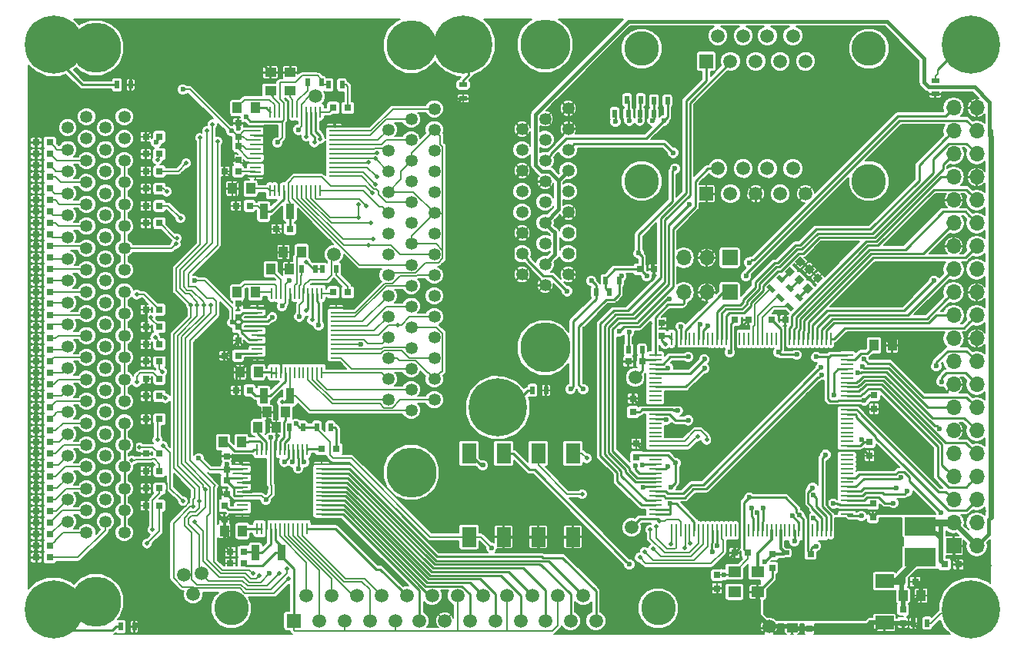
<source format=gtl>
G04 #@! TF.FileFunction,Copper,L1,Top,Signal*
%FSLAX46Y46*%
G04 Gerber Fmt 4.6, Leading zero omitted, Abs format (unit mm)*
G04 Created by KiCad (PCBNEW 4.0.6) date Fri Jul 21 15:53:30 2017*
%MOMM*%
%LPD*%
G01*
G04 APERTURE LIST*
%ADD10C,0.100000*%
%ADD11C,1.350000*%
%ADD12C,5.500000*%
%ADD13R,0.250000X1.450000*%
%ADD14R,1.450000X0.250000*%
%ADD15R,1.400000X1.200000*%
%ADD16R,0.800000X0.750000*%
%ADD17R,1.000000X1.250000*%
%ADD18R,0.750000X0.800000*%
%ADD19R,1.250000X1.000000*%
%ADD20R,0.800000X0.800000*%
%ADD21R,1.700000X1.700000*%
%ADD22O,1.700000X1.700000*%
%ADD23R,0.900000X1.700000*%
%ADD24R,0.500000X0.900000*%
%ADD25R,0.900000X0.500000*%
%ADD26R,1.600000X2.180000*%
%ADD27R,2.000000X3.800000*%
%ADD28R,2.000000X1.500000*%
%ADD29R,1.300000X0.250000*%
%ADD30R,0.250000X1.300000*%
%ADD31C,1.500000*%
%ADD32R,3.400000X2.000000*%
%ADD33C,3.810000*%
%ADD34R,1.520000X1.520000*%
%ADD35C,1.520000*%
%ADD36C,6.400000*%
%ADD37C,0.500000*%
%ADD38C,0.600000*%
%ADD39C,0.400000*%
%ADD40C,0.600000*%
%ADD41C,0.500000*%
%ADD42C,0.750000*%
%ADD43C,0.250000*%
%ADD44C,0.300000*%
%ADD45C,0.200000*%
%ADD46C,0.150000*%
G04 APERTURE END LIST*
D10*
D11*
X106807000Y-53290000D03*
X106807000Y-51000000D03*
X106807000Y-48710000D03*
X106807000Y-46420000D03*
X106807000Y-44130000D03*
X106807000Y-41840000D03*
X106807000Y-39550000D03*
X106807000Y-37260000D03*
X106807000Y-34970000D03*
X104267000Y-54440000D03*
X104267000Y-52150000D03*
X104267000Y-49860000D03*
X104267000Y-47570000D03*
X104267000Y-45280000D03*
X104267000Y-42990000D03*
X104267000Y-40700000D03*
X104267000Y-38410000D03*
X104267000Y-36120000D03*
X101727000Y-53290000D03*
X101727000Y-51000000D03*
X101727000Y-48710000D03*
X101727000Y-46420000D03*
X101727000Y-44130000D03*
X101727000Y-41840000D03*
X101727000Y-39550000D03*
X101727000Y-37260000D03*
D12*
X104267000Y-61340000D03*
X104267000Y-27940000D03*
D13*
X118181683Y-81461814D03*
X118681683Y-81461814D03*
X119181683Y-81461814D03*
X119681683Y-81461814D03*
X120181683Y-81461814D03*
X120681683Y-81461814D03*
X121181683Y-81461814D03*
X121681683Y-81461814D03*
X122181683Y-81461814D03*
X122681683Y-81461814D03*
X123181683Y-81461814D03*
X123681683Y-81461814D03*
X124181683Y-81461814D03*
X124681683Y-81461814D03*
X125181683Y-81461814D03*
X125681683Y-81461814D03*
X126181683Y-81461814D03*
X126681683Y-81461814D03*
X127181683Y-81461814D03*
X127681683Y-81461814D03*
X128181683Y-81461814D03*
X128681683Y-81461814D03*
X129181683Y-81461814D03*
X129681683Y-81461814D03*
X130181683Y-81461814D03*
X130681683Y-81461814D03*
X131181683Y-81461814D03*
X131681683Y-81461814D03*
X132181683Y-81461814D03*
X132681683Y-81461814D03*
X133181683Y-81461814D03*
X133681683Y-81461814D03*
X134181683Y-81461814D03*
X134681683Y-81461814D03*
X135181683Y-81461814D03*
X135681683Y-81461814D03*
D14*
X137481683Y-79661814D03*
X137481683Y-79161814D03*
X137481683Y-78661814D03*
X137481683Y-78161814D03*
X137481683Y-77661814D03*
X137481683Y-77161814D03*
X137481683Y-76661814D03*
X137481683Y-76161814D03*
X137481683Y-75661814D03*
X137481683Y-75161814D03*
X137481683Y-74661814D03*
X137481683Y-74161814D03*
X137481683Y-73661814D03*
X137481683Y-73161814D03*
X137481683Y-72661814D03*
X137481683Y-72161814D03*
X137481683Y-71661814D03*
X137481683Y-71161814D03*
X137481683Y-70661814D03*
X137481683Y-70161814D03*
X137481683Y-69661814D03*
X137481683Y-69161814D03*
X137481683Y-68661814D03*
X137481683Y-68161814D03*
X137481683Y-67661814D03*
X137481683Y-67161814D03*
X137481683Y-66661814D03*
X137481683Y-66161814D03*
X137481683Y-65661814D03*
X137481683Y-65161814D03*
X137481683Y-64661814D03*
X137481683Y-64161814D03*
X137481683Y-63661814D03*
X137481683Y-63161814D03*
X137481683Y-62661814D03*
X137481683Y-62161814D03*
D13*
X135681683Y-60361814D03*
X135181683Y-60361814D03*
X134681683Y-60361814D03*
X134181683Y-60361814D03*
X133681683Y-60361814D03*
X133181683Y-60361814D03*
X132681683Y-60361814D03*
X132181683Y-60361814D03*
X131681683Y-60361814D03*
X131181683Y-60361814D03*
X130681683Y-60361814D03*
X130181683Y-60361814D03*
X129681683Y-60361814D03*
X129181683Y-60361814D03*
X128681683Y-60361814D03*
X128181683Y-60361814D03*
X127681683Y-60361814D03*
X127181683Y-60361814D03*
X126681683Y-60361814D03*
X126181683Y-60361814D03*
X125681683Y-60361814D03*
X125181683Y-60361814D03*
X124681683Y-60361814D03*
X124181683Y-60361814D03*
X123681683Y-60361814D03*
X123181683Y-60361814D03*
X122681683Y-60361814D03*
X122181683Y-60361814D03*
X121681683Y-60361814D03*
X121181683Y-60361814D03*
X120681683Y-60361814D03*
X120181683Y-60361814D03*
X119681683Y-60361814D03*
X119181683Y-60361814D03*
X118681683Y-60361814D03*
X118181683Y-60361814D03*
D14*
X116381683Y-62161814D03*
X116381683Y-62661814D03*
X116381683Y-63161814D03*
X116381683Y-63661814D03*
X116381683Y-64161814D03*
X116381683Y-64661814D03*
X116381683Y-65161814D03*
X116381683Y-65661814D03*
X116381683Y-66161814D03*
X116381683Y-66661814D03*
X116381683Y-67161814D03*
X116381683Y-67661814D03*
X116381683Y-68161814D03*
X116381683Y-68661814D03*
X116381683Y-69161814D03*
X116381683Y-69661814D03*
X116381683Y-70161814D03*
X116381683Y-70661814D03*
X116381683Y-71161814D03*
X116381683Y-71661814D03*
X116381683Y-72161814D03*
X116381683Y-72661814D03*
X116381683Y-73161814D03*
X116381683Y-73661814D03*
X116381683Y-74161814D03*
X116381683Y-74661814D03*
X116381683Y-75161814D03*
X116381683Y-75661814D03*
X116381683Y-76161814D03*
X116381683Y-76661814D03*
X116381683Y-77161814D03*
X116381683Y-77661814D03*
X116381683Y-78161814D03*
X116381683Y-78661814D03*
X116381683Y-79161814D03*
X116381683Y-79661814D03*
D15*
X125095000Y-86022000D03*
X127635000Y-86022000D03*
X127635000Y-88265000D03*
X125095000Y-88265000D03*
D16*
X148233000Y-85217000D03*
X149733000Y-85217000D03*
X143510000Y-87122000D03*
X145010000Y-87122000D03*
D17*
X143637000Y-88646000D03*
X145637000Y-88646000D03*
D18*
X143637000Y-90170000D03*
X143637000Y-91670000D03*
X133350000Y-90805000D03*
X133350000Y-92305000D03*
D19*
X131445000Y-90170000D03*
X131445000Y-92170000D03*
D16*
X49760000Y-53975000D03*
X48260000Y-53975000D03*
X49760000Y-55245000D03*
X48260000Y-55245000D03*
X60325000Y-62865000D03*
X61825000Y-62865000D03*
X61825000Y-57150000D03*
X60325000Y-57150000D03*
X48260000Y-64135000D03*
X49760000Y-64135000D03*
X49760000Y-56515000D03*
X48260000Y-56515000D03*
X48260000Y-65405000D03*
X49760000Y-65405000D03*
X49760000Y-57785000D03*
X48260000Y-57785000D03*
X60325000Y-64770000D03*
X61825000Y-64770000D03*
X61825000Y-59055000D03*
X60325000Y-59055000D03*
X48260000Y-66675000D03*
X49760000Y-66675000D03*
X49760000Y-59055000D03*
X48260000Y-59055000D03*
X48260000Y-67945000D03*
X49760000Y-67945000D03*
X49760000Y-60325000D03*
X48260000Y-60325000D03*
X60325000Y-66675000D03*
X61825000Y-66675000D03*
X61825000Y-60960000D03*
X60325000Y-60960000D03*
X49760000Y-61595000D03*
X48260000Y-61595000D03*
X49760000Y-62865000D03*
X48260000Y-62865000D03*
X49760000Y-69215000D03*
X48260000Y-69215000D03*
X49760000Y-70485000D03*
X48260000Y-70485000D03*
X60325000Y-76835000D03*
X61825000Y-76835000D03*
X61825000Y-69215000D03*
X60325000Y-69215000D03*
X48260000Y-79375000D03*
X49760000Y-79375000D03*
X49760000Y-71755000D03*
X48260000Y-71755000D03*
X48260000Y-80645000D03*
X49760000Y-80645000D03*
X49760000Y-73025000D03*
X48260000Y-73025000D03*
X60325000Y-78740000D03*
X61825000Y-78740000D03*
X61825000Y-73025000D03*
X60325000Y-73025000D03*
X48260000Y-81915000D03*
X49760000Y-81915000D03*
X49760000Y-74295000D03*
X48260000Y-74295000D03*
X48260000Y-83185000D03*
X49760000Y-83185000D03*
X49760000Y-75565000D03*
X48260000Y-75565000D03*
X48260000Y-84455000D03*
X49760000Y-84455000D03*
X61825000Y-74930000D03*
X60325000Y-74930000D03*
X49760000Y-76835000D03*
X48260000Y-76835000D03*
X49760000Y-78105000D03*
X48260000Y-78105000D03*
X49760000Y-38735000D03*
X48260000Y-38735000D03*
X49760000Y-40005000D03*
X48260000Y-40005000D03*
X60325000Y-43815000D03*
X61825000Y-43815000D03*
X61825000Y-38100000D03*
X60325000Y-38100000D03*
X48260000Y-48895000D03*
X49760000Y-48895000D03*
X49760000Y-41275000D03*
X48260000Y-41275000D03*
X48260000Y-50165000D03*
X49760000Y-50165000D03*
X49760000Y-42545000D03*
X48260000Y-42545000D03*
X60325000Y-45720000D03*
X61825000Y-45720000D03*
X61825000Y-40005000D03*
X60325000Y-40005000D03*
X48260000Y-51435000D03*
X49760000Y-51435000D03*
X49760000Y-43815000D03*
X48260000Y-43815000D03*
X48260000Y-52705000D03*
X49760000Y-52705000D03*
X49760000Y-45085000D03*
X48260000Y-45085000D03*
X60325000Y-47625000D03*
X61825000Y-47625000D03*
X61825000Y-41910000D03*
X60325000Y-41910000D03*
X49760000Y-46355000D03*
X48260000Y-46355000D03*
X49760000Y-47625000D03*
X48260000Y-47625000D03*
X74700000Y-48260000D03*
X76200000Y-48260000D03*
X70255000Y-45720000D03*
X71755000Y-45720000D03*
D17*
X70390000Y-34925000D03*
X72390000Y-34925000D03*
D19*
X74041000Y-31020000D03*
X74041000Y-33020000D03*
D18*
X70485000Y-38100000D03*
X70485000Y-36600000D03*
D16*
X68985000Y-41910000D03*
X70485000Y-41910000D03*
D18*
X70485000Y-39140000D03*
X70485000Y-40640000D03*
D17*
X71850000Y-43815000D03*
X69850000Y-43815000D03*
D19*
X76200000Y-31020000D03*
X76200000Y-33020000D03*
D16*
X70255000Y-66040000D03*
X71755000Y-66040000D03*
D17*
X70390000Y-55245000D03*
X72390000Y-55245000D03*
X76073000Y-52705000D03*
X74073000Y-52705000D03*
D18*
X70485000Y-58015000D03*
X70485000Y-56515000D03*
D16*
X68985000Y-62230000D03*
X70485000Y-62230000D03*
D18*
X70485000Y-59055000D03*
X70485000Y-60555000D03*
D17*
X72695000Y-64040000D03*
X70695000Y-64040000D03*
X75470000Y-50800000D03*
X77470000Y-50800000D03*
D16*
X69620000Y-85090000D03*
X71120000Y-85090000D03*
X69620000Y-83820000D03*
X71120000Y-83820000D03*
D17*
X70834000Y-71755000D03*
X68834000Y-71755000D03*
X74676000Y-70104000D03*
X72676000Y-70104000D03*
D18*
X69215000Y-75970000D03*
X69215000Y-77470000D03*
X68961000Y-80240000D03*
X68961000Y-78740000D03*
X69215000Y-74791000D03*
X69215000Y-73291000D03*
D17*
X70961000Y-81534000D03*
X68961000Y-81534000D03*
X73692000Y-68453000D03*
X75692000Y-68453000D03*
D18*
X123190000Y-86360000D03*
X123190000Y-87860000D03*
X129286000Y-84098000D03*
X129286000Y-85598000D03*
D17*
X140462000Y-61087000D03*
X142462000Y-61087000D03*
D18*
X140335000Y-78510000D03*
X140335000Y-80010000D03*
D16*
X129183000Y-58293000D03*
X130683000Y-58293000D03*
X125119000Y-58293000D03*
X126619000Y-58293000D03*
X131977000Y-84074000D03*
X133477000Y-84074000D03*
D18*
X117094000Y-60071000D03*
X117094000Y-58571000D03*
D16*
X126595000Y-83947000D03*
X125095000Y-83947000D03*
D18*
X140462000Y-66572000D03*
X140462000Y-68072000D03*
X139954000Y-71755000D03*
X139954000Y-73255000D03*
D16*
X114935000Y-62865000D03*
X113435000Y-62865000D03*
D20*
X82550000Y-34925000D03*
X80950000Y-34925000D03*
X82550000Y-55245000D03*
X80950000Y-55245000D03*
X81280000Y-72517000D03*
X79680000Y-72517000D03*
D21*
X149225000Y-83185000D03*
D22*
X151765000Y-83185000D03*
X149225000Y-80645000D03*
X151765000Y-80645000D03*
X149225000Y-78105000D03*
X151765000Y-78105000D03*
X149225000Y-75565000D03*
X151765000Y-75565000D03*
X149225000Y-73025000D03*
X151765000Y-73025000D03*
X149225000Y-70485000D03*
X151765000Y-70485000D03*
X149225000Y-67945000D03*
X151765000Y-67945000D03*
X149225000Y-65405000D03*
X151765000Y-65405000D03*
X149225000Y-62865000D03*
X151765000Y-62865000D03*
X149225000Y-60325000D03*
X151765000Y-60325000D03*
X149225000Y-57785000D03*
X151765000Y-57785000D03*
X149225000Y-55245000D03*
X151765000Y-55245000D03*
X149225000Y-52705000D03*
X151765000Y-52705000D03*
X149225000Y-50165000D03*
X151765000Y-50165000D03*
X149225000Y-47625000D03*
X151765000Y-47625000D03*
X149225000Y-45085000D03*
X151765000Y-45085000D03*
X149225000Y-42545000D03*
X151765000Y-42545000D03*
X149225000Y-40005000D03*
X151765000Y-40005000D03*
X149225000Y-37465000D03*
X151765000Y-37465000D03*
X149225000Y-34925000D03*
X151765000Y-34925000D03*
D21*
X124587000Y-51435000D03*
D22*
X122047000Y-51435000D03*
X119507000Y-51435000D03*
D21*
X124587000Y-55245000D03*
D22*
X122047000Y-55245000D03*
X119507000Y-55245000D03*
D10*
G36*
X132065579Y-55258025D02*
X132701975Y-55894421D01*
X132348421Y-56247975D01*
X131712025Y-55611579D01*
X132065579Y-55258025D01*
X132065579Y-55258025D01*
G37*
G36*
X131004919Y-56318685D02*
X131641315Y-56955081D01*
X131287761Y-57308635D01*
X130651365Y-56672239D01*
X131004919Y-56318685D01*
X131004919Y-56318685D01*
G37*
G36*
X130033579Y-53226025D02*
X130669975Y-53862421D01*
X130316421Y-54215975D01*
X129680025Y-53579579D01*
X130033579Y-53226025D01*
X130033579Y-53226025D01*
G37*
G36*
X128972919Y-54286685D02*
X129609315Y-54923081D01*
X129255761Y-55276635D01*
X128619365Y-54640239D01*
X128972919Y-54286685D01*
X128972919Y-54286685D01*
G37*
G36*
X131049579Y-54242025D02*
X131685975Y-54878421D01*
X131332421Y-55231975D01*
X130696025Y-54595579D01*
X131049579Y-54242025D01*
X131049579Y-54242025D01*
G37*
G36*
X129988919Y-55302685D02*
X130625315Y-55939081D01*
X130271761Y-56292635D01*
X129635365Y-55656239D01*
X129988919Y-55302685D01*
X129988919Y-55302685D01*
G37*
D23*
X73300000Y-46355000D03*
X76200000Y-46355000D03*
D24*
X80415000Y-32385000D03*
X81915000Y-32385000D03*
X79629000Y-32131000D03*
X78129000Y-32131000D03*
D23*
X73300000Y-66675000D03*
X76200000Y-66675000D03*
D24*
X79780000Y-52705000D03*
X81280000Y-52705000D03*
X78970000Y-52705000D03*
X77470000Y-52705000D03*
D23*
X72390000Y-83947000D03*
X75290000Y-83947000D03*
D24*
X79145000Y-70104000D03*
X80645000Y-70104000D03*
X77597000Y-70104000D03*
X76097000Y-70104000D03*
D25*
X130683000Y-85447000D03*
X130683000Y-83947000D03*
D24*
X116229000Y-34163000D03*
X117729000Y-34163000D03*
X113411000Y-35560000D03*
X111911000Y-35560000D03*
X111355000Y-55245000D03*
X109855000Y-55245000D03*
X110895000Y-53975000D03*
X112395000Y-53975000D03*
X114705000Y-35560000D03*
X116205000Y-35560000D03*
X114784000Y-34036000D03*
X113284000Y-34036000D03*
X114935000Y-61595000D03*
X113435000Y-61595000D03*
D26*
X103505000Y-73007000D03*
X103505000Y-82187000D03*
X107315000Y-73007000D03*
X107315000Y-82187000D03*
X99695000Y-73007000D03*
X99695000Y-82187000D03*
X95885000Y-82187000D03*
X95885000Y-73007000D03*
D27*
X135305000Y-89347436D03*
D28*
X141605000Y-89347436D03*
X141605000Y-87047436D03*
X141605000Y-91647436D03*
D29*
X72390000Y-36965000D03*
X72390000Y-37465000D03*
X72390000Y-37965000D03*
X72390000Y-38465000D03*
X72390000Y-38965000D03*
X72390000Y-39465000D03*
X72390000Y-39965000D03*
X72390000Y-40465000D03*
X72390000Y-40965000D03*
X72390000Y-41465000D03*
X72390000Y-41965000D03*
X72390000Y-42465000D03*
D30*
X73990000Y-44065000D03*
X74490000Y-44065000D03*
X74990000Y-44065000D03*
X75490000Y-44065000D03*
X75990000Y-44065000D03*
X76490000Y-44065000D03*
X76990000Y-44065000D03*
X77490000Y-44065000D03*
X77990000Y-44065000D03*
X78490000Y-44065000D03*
X78990000Y-44065000D03*
X79490000Y-44065000D03*
D29*
X81090000Y-42465000D03*
X81090000Y-41965000D03*
X81090000Y-41465000D03*
X81090000Y-40965000D03*
X81090000Y-40465000D03*
X81090000Y-39965000D03*
X81090000Y-39465000D03*
X81090000Y-38965000D03*
X81090000Y-38465000D03*
X81090000Y-37965000D03*
X81090000Y-37465000D03*
X81090000Y-36965000D03*
D30*
X79490000Y-35365000D03*
X78990000Y-35365000D03*
X78490000Y-35365000D03*
X77990000Y-35365000D03*
X77490000Y-35365000D03*
X76990000Y-35365000D03*
X76490000Y-35365000D03*
X75990000Y-35365000D03*
X75490000Y-35365000D03*
X74990000Y-35365000D03*
X74490000Y-35365000D03*
X73990000Y-35365000D03*
D29*
X72580000Y-56960000D03*
X72580000Y-57460000D03*
X72580000Y-57960000D03*
X72580000Y-58460000D03*
X72580000Y-58960000D03*
X72580000Y-59460000D03*
X72580000Y-59960000D03*
X72580000Y-60460000D03*
X72580000Y-60960000D03*
X72580000Y-61460000D03*
X72580000Y-61960000D03*
X72580000Y-62460000D03*
D30*
X74180000Y-64060000D03*
X74680000Y-64060000D03*
X75180000Y-64060000D03*
X75680000Y-64060000D03*
X76180000Y-64060000D03*
X76680000Y-64060000D03*
X77180000Y-64060000D03*
X77680000Y-64060000D03*
X78180000Y-64060000D03*
X78680000Y-64060000D03*
X79180000Y-64060000D03*
X79680000Y-64060000D03*
D29*
X81280000Y-62460000D03*
X81280000Y-61960000D03*
X81280000Y-61460000D03*
X81280000Y-60960000D03*
X81280000Y-60460000D03*
X81280000Y-59960000D03*
X81280000Y-59460000D03*
X81280000Y-58960000D03*
X81280000Y-58460000D03*
X81280000Y-57960000D03*
X81280000Y-57460000D03*
X81280000Y-56960000D03*
D30*
X79680000Y-55360000D03*
X79180000Y-55360000D03*
X78680000Y-55360000D03*
X78180000Y-55360000D03*
X77680000Y-55360000D03*
X77180000Y-55360000D03*
X76680000Y-55360000D03*
X76180000Y-55360000D03*
X75680000Y-55360000D03*
X75180000Y-55360000D03*
X74680000Y-55360000D03*
X74180000Y-55360000D03*
D29*
X70965000Y-74180000D03*
X70965000Y-74680000D03*
X70965000Y-75180000D03*
X70965000Y-75680000D03*
X70965000Y-76180000D03*
X70965000Y-76680000D03*
X70965000Y-77180000D03*
X70965000Y-77680000D03*
X70965000Y-78180000D03*
X70965000Y-78680000D03*
X70965000Y-79180000D03*
X70965000Y-79680000D03*
D30*
X72565000Y-81280000D03*
X73065000Y-81280000D03*
X73565000Y-81280000D03*
X74065000Y-81280000D03*
X74565000Y-81280000D03*
X75065000Y-81280000D03*
X75565000Y-81280000D03*
X76065000Y-81280000D03*
X76565000Y-81280000D03*
X77065000Y-81280000D03*
X77565000Y-81280000D03*
X78065000Y-81280000D03*
D29*
X79665000Y-79680000D03*
X79665000Y-79180000D03*
X79665000Y-78680000D03*
X79665000Y-78180000D03*
X79665000Y-77680000D03*
X79665000Y-77180000D03*
X79665000Y-76680000D03*
X79665000Y-76180000D03*
X79665000Y-75680000D03*
X79665000Y-75180000D03*
X79665000Y-74680000D03*
X79665000Y-74180000D03*
D30*
X78065000Y-72580000D03*
X77565000Y-72580000D03*
X77065000Y-72580000D03*
X76565000Y-72580000D03*
X76065000Y-72580000D03*
X75565000Y-72580000D03*
X75065000Y-72580000D03*
X74565000Y-72580000D03*
X74065000Y-72580000D03*
X73565000Y-72580000D03*
X73065000Y-72580000D03*
X72565000Y-72580000D03*
D18*
X113919000Y-68453000D03*
X113919000Y-66953000D03*
X114300000Y-73406000D03*
X114300000Y-71906000D03*
D10*
G36*
X133165315Y-55360370D02*
X132599630Y-54794685D01*
X133165315Y-54229000D01*
X133731000Y-54794685D01*
X133165315Y-55360370D01*
X133165315Y-55360370D01*
G37*
G36*
X134296685Y-54229000D02*
X133731000Y-53663315D01*
X134296685Y-53097630D01*
X134862370Y-53663315D01*
X134296685Y-54229000D01*
X134296685Y-54229000D01*
G37*
G36*
X131191000Y-53524685D02*
X130625315Y-52959000D01*
X131191000Y-52393315D01*
X131756685Y-52959000D01*
X131191000Y-53524685D01*
X131191000Y-53524685D01*
G37*
G36*
X132322370Y-52393315D02*
X131756685Y-51827630D01*
X132322370Y-51261945D01*
X132888055Y-51827630D01*
X132322370Y-52393315D01*
X132322370Y-52393315D01*
G37*
G36*
X132207000Y-54402055D02*
X131641315Y-53836370D01*
X132207000Y-53270685D01*
X132772685Y-53836370D01*
X132207000Y-54402055D01*
X132207000Y-54402055D01*
G37*
G36*
X133338370Y-53270685D02*
X132772685Y-52705000D01*
X133338370Y-52139315D01*
X133904055Y-52705000D01*
X133338370Y-53270685D01*
X133338370Y-53270685D01*
G37*
D31*
X132715000Y-86995000D03*
X128905000Y-92075000D03*
X65532000Y-88519000D03*
X64516000Y-86360000D03*
X66421000Y-86233000D03*
X81026000Y-51054000D03*
X78994000Y-33655000D03*
X113792000Y-81153000D03*
X114173000Y-64643000D03*
D24*
X59055000Y-92075000D03*
X57555000Y-92075000D03*
D25*
X147193000Y-33401000D03*
X147193000Y-31901000D03*
D24*
X144804000Y-91694000D03*
X146304000Y-91694000D03*
D25*
X95250000Y-33885000D03*
X95250000Y-32385000D03*
D24*
X58650000Y-32385000D03*
X57150000Y-32385000D03*
X104370000Y-66040000D03*
X102870000Y-66040000D03*
D16*
X114705000Y-52705000D03*
X116205000Y-52705000D03*
D32*
X145542000Y-84426000D03*
X145542000Y-81026000D03*
D33*
X139910000Y-43000000D03*
X114890000Y-43000000D03*
D34*
X122000000Y-44400000D03*
D35*
X124670000Y-44400000D03*
X127460000Y-44400000D03*
X130130000Y-44400000D03*
X132920000Y-44400000D03*
X123270000Y-41610000D03*
X126060000Y-41610000D03*
X128730000Y-41610000D03*
X131530000Y-41610000D03*
D33*
X139910000Y-28381961D03*
X114890000Y-28381961D03*
D34*
X122000000Y-29781961D03*
D35*
X124670000Y-29781961D03*
X127460000Y-29781961D03*
X130130000Y-29781961D03*
X132920000Y-29781961D03*
X123270000Y-26991961D03*
X126060000Y-26991961D03*
X128730000Y-26991961D03*
X131530000Y-26991961D03*
D33*
X116715000Y-90040000D03*
X69725000Y-90040000D03*
D34*
X76585000Y-91440000D03*
D35*
X79375000Y-91440000D03*
X82175000Y-91440000D03*
X84965000Y-91440000D03*
X87765000Y-91440000D03*
X90425000Y-91440000D03*
X93225000Y-91440000D03*
X96015000Y-91440000D03*
X98815000Y-91440000D03*
X101605000Y-91440000D03*
X104275000Y-91440000D03*
X107065000Y-91440000D03*
X109855000Y-91440000D03*
X77985000Y-88650000D03*
X80775000Y-88650000D03*
X83575000Y-88650000D03*
X86235000Y-88650000D03*
X89035000Y-88650000D03*
X91825000Y-88650000D03*
X94615000Y-88650000D03*
X97415000Y-88650000D03*
X100085000Y-88650000D03*
X102875000Y-88650000D03*
X105665000Y-88650000D03*
X108465000Y-88650000D03*
D11*
X57960000Y-81695000D03*
X57960000Y-79285000D03*
X57960000Y-76875000D03*
X57960000Y-74465000D03*
X57960000Y-72055000D03*
X57960000Y-69645000D03*
X57960000Y-67235000D03*
X57960000Y-64825000D03*
X57960000Y-62415000D03*
X57960000Y-60005000D03*
X57960000Y-57595000D03*
X57960000Y-55185000D03*
X57960000Y-52775000D03*
X57960000Y-50365000D03*
X57960000Y-47955000D03*
X57960000Y-45535000D03*
X57960000Y-43135000D03*
X57960000Y-40725000D03*
X57960000Y-38315000D03*
X57960000Y-35895000D03*
X55880000Y-80485000D03*
X55880000Y-78075000D03*
X55880000Y-75665000D03*
X55880000Y-73255000D03*
X55880000Y-70845000D03*
X55880000Y-68435000D03*
X55880000Y-66025000D03*
X55880000Y-63615000D03*
X55880000Y-61205000D03*
X55880000Y-58795000D03*
X55880000Y-56385000D03*
X55880000Y-53975000D03*
X55880000Y-51565000D03*
X55880000Y-49155000D03*
X55880000Y-46745000D03*
X55880000Y-44335000D03*
X55880000Y-41925000D03*
X55880000Y-39515000D03*
X55880000Y-37105000D03*
X53800000Y-81695000D03*
X53800000Y-79285000D03*
X53800000Y-76875000D03*
X53800000Y-74465000D03*
X53800000Y-72055000D03*
X53800000Y-69645000D03*
X53800000Y-67235000D03*
X53800000Y-64825000D03*
X53800000Y-62415000D03*
X53800000Y-60005000D03*
X53800000Y-57595000D03*
X53800000Y-55185000D03*
X53800000Y-52775000D03*
X53800000Y-50365000D03*
X53800000Y-47955000D03*
X53800000Y-45535000D03*
X53800000Y-43135000D03*
X53800000Y-40725000D03*
X53800000Y-38315000D03*
X53800000Y-35895000D03*
X51720000Y-80485000D03*
X51720000Y-78075000D03*
X51720000Y-75665000D03*
X51720000Y-73255000D03*
X51720000Y-70845000D03*
X51720000Y-68435000D03*
X51720000Y-66025000D03*
X51720000Y-63615000D03*
X51720000Y-61205000D03*
X51720000Y-58795000D03*
X51720000Y-56385000D03*
X51720000Y-53975000D03*
X51720000Y-51565000D03*
X51720000Y-49155000D03*
X51720000Y-46745000D03*
X51720000Y-44335000D03*
X51720000Y-41925000D03*
X51720000Y-39515000D03*
X51720000Y-37105000D03*
D12*
X54840000Y-89295000D03*
X54840000Y-28295000D03*
D11*
X92075000Y-67085000D03*
X92075000Y-64795000D03*
X92075000Y-62505000D03*
X92075000Y-60215000D03*
X92075000Y-57925000D03*
X92075000Y-55635000D03*
X92075000Y-53345000D03*
X92075000Y-51055000D03*
X92075000Y-48765000D03*
X92075000Y-46475000D03*
X92075000Y-44185000D03*
X92075000Y-41895000D03*
X92075000Y-39605000D03*
X92075000Y-37315000D03*
X92075000Y-35025000D03*
X89535000Y-68235000D03*
X89535000Y-65945000D03*
X89535000Y-63655000D03*
X89535000Y-61365000D03*
X89535000Y-59075000D03*
X89535000Y-56785000D03*
X89535000Y-54495000D03*
X89535000Y-52205000D03*
X89535000Y-49915000D03*
X89535000Y-47625000D03*
X89535000Y-45335000D03*
X89535000Y-43045000D03*
X89535000Y-40755000D03*
X89535000Y-38465000D03*
X89535000Y-36175000D03*
X86995000Y-67085000D03*
X86995000Y-64795000D03*
X86995000Y-62505000D03*
X86995000Y-60215000D03*
X86995000Y-57925000D03*
X86995000Y-55635000D03*
X86995000Y-53345000D03*
X86995000Y-51055000D03*
X86995000Y-48765000D03*
X86995000Y-46475000D03*
X86995000Y-44185000D03*
X86995000Y-41895000D03*
X86995000Y-39605000D03*
X86995000Y-37315000D03*
D12*
X89535000Y-75085000D03*
X89535000Y-28045000D03*
D36*
X50165000Y-90170000D03*
X151130000Y-27940000D03*
X151130000Y-90170000D03*
X95250000Y-27940000D03*
X50165000Y-27940000D03*
X99060000Y-67945000D03*
D37*
X152538990Y-79375000D03*
X144272000Y-48641000D03*
X115818989Y-58693076D03*
X128651000Y-40132000D03*
X119126000Y-49022000D03*
X134620000Y-27305000D03*
X134620000Y-31115000D03*
X130810000Y-33020000D03*
X127000000Y-33020000D03*
X128778000Y-28702000D03*
X124714000Y-27940000D03*
X134620000Y-34925000D03*
X134620000Y-38100000D03*
X134620000Y-41910000D03*
X142240000Y-31115000D03*
X138430000Y-31115000D03*
X138430000Y-34925000D03*
X146939000Y-34671000D03*
D38*
X118110000Y-26670000D03*
X136906000Y-61214000D03*
X125222000Y-53340000D03*
X119507000Y-53340000D03*
X127508000Y-61858990D03*
X129794000Y-57404000D03*
X128524000Y-52070000D03*
X126873000Y-50419000D03*
X121158000Y-41402000D03*
X122047000Y-35560000D03*
X118872000Y-36449000D03*
X110490000Y-34925000D03*
X105664000Y-47752000D03*
X102870000Y-57150000D03*
X98425000Y-61595000D03*
X98425000Y-58420000D03*
X98425000Y-55245000D03*
X98425000Y-52070000D03*
X98425000Y-48895000D03*
X98425000Y-45720000D03*
X98425000Y-42545000D03*
X98425000Y-39370000D03*
X98425000Y-36195000D03*
X104394000Y-32131000D03*
X109220000Y-26543000D03*
X111252000Y-29718000D03*
X116397000Y-31115000D03*
X110109000Y-52197000D03*
X109855000Y-48514000D03*
X110617000Y-42672000D03*
X115951000Y-45720000D03*
X115951000Y-49022000D03*
X121158000Y-46736000D03*
X109728000Y-39751000D03*
X136144000Y-47244000D03*
X112268000Y-56515000D03*
X112395000Y-49403000D03*
X108585000Y-59309000D03*
X117846010Y-58571000D03*
X109728000Y-37211000D03*
X115951000Y-51816000D03*
D37*
X142113000Y-44831000D03*
X125476000Y-62992000D03*
X129540000Y-62992000D03*
X129540000Y-64516000D03*
X129540000Y-66040000D03*
X129540000Y-67564000D03*
X129540000Y-72644000D03*
X129540000Y-70612000D03*
X124460000Y-70485000D03*
X126365000Y-70485000D03*
X128270000Y-68580000D03*
X126365000Y-68580000D03*
X124460000Y-68580000D03*
X124460000Y-66675000D03*
X126365000Y-66675000D03*
X128270000Y-66675000D03*
X128270000Y-64770000D03*
X126365000Y-64770000D03*
X124460000Y-64770000D03*
X123190000Y-70485000D03*
X122555000Y-68580000D03*
X122555000Y-66675000D03*
X122555000Y-64770000D03*
X145796000Y-57404000D03*
X142240000Y-56515000D03*
X137033000Y-56261000D03*
X146558000Y-79375000D03*
X144907000Y-77851000D03*
X143256000Y-79248000D03*
X145923000Y-86868010D03*
X147066000Y-56134000D03*
X145542000Y-64262000D03*
X146558000Y-72517000D03*
X147320000Y-86995000D03*
X149606000Y-85979000D03*
X146558000Y-90043000D03*
X153162000Y-85344000D03*
X142748000Y-74422000D03*
X141224000Y-73279000D03*
X133350000Y-72517000D03*
X133858000Y-75565000D03*
X110363000Y-84328000D03*
X112903000Y-83439000D03*
X113665000Y-84201000D03*
X125476000Y-82804000D03*
X132334000Y-77978000D03*
X130175000Y-76327000D03*
X119126000Y-76708000D03*
X120989994Y-77819015D03*
X123478631Y-76344966D03*
X125946799Y-73876799D03*
X133185799Y-66510799D03*
D38*
X123444000Y-72644000D03*
D37*
X134493000Y-69850000D03*
X134492996Y-67945000D03*
X145389406Y-54584406D03*
D38*
X136300909Y-79331190D03*
X139192000Y-60071000D03*
D37*
X113030000Y-89535000D03*
X118745000Y-87630000D03*
X114300000Y-87630000D03*
X119380000Y-92710000D03*
X114300000Y-92710000D03*
D38*
X59690000Y-26035032D03*
D37*
X96473002Y-71120000D03*
X97790000Y-73025000D03*
X96520000Y-63500000D03*
X102235000Y-64770000D03*
X102235000Y-71120000D03*
X137795000Y-92305000D03*
X135255000Y-92305000D03*
X132715000Y-92305000D03*
X130175000Y-92075000D03*
X127000000Y-92202000D03*
X125095000Y-92075000D03*
X125095000Y-90170000D03*
X123190000Y-89535000D03*
X123190000Y-91440000D03*
X121285000Y-90805000D03*
X121285000Y-88900000D03*
X120015000Y-86995000D03*
X140462000Y-92583000D03*
X145288000Y-92583000D03*
X143510000Y-92583000D03*
X91948000Y-32385000D03*
X84836000Y-29845000D03*
X86868000Y-31877000D03*
X88900000Y-33885000D03*
X60198000Y-28829000D03*
X71120000Y-28067000D03*
X74168000Y-28067000D03*
X78486000Y-28321000D03*
X76200000Y-29845000D03*
X72644000Y-30353000D03*
X69215000Y-28829000D03*
X63500000Y-28829000D03*
X60706000Y-31623000D03*
X69088000Y-38989000D03*
X63500000Y-43053000D03*
X65278000Y-42037000D03*
X65024000Y-38735000D03*
X67818000Y-62357000D03*
X66040000Y-62103000D03*
X67056000Y-60071000D03*
X71120000Y-69977000D03*
X69088000Y-69723000D03*
X66040000Y-69469000D03*
X66040000Y-68199000D03*
X69850000Y-82677000D03*
X84582000Y-83439000D03*
X87630000Y-86233000D03*
X75692000Y-79883000D03*
X78232000Y-79883000D03*
X77216000Y-78613000D03*
X75438000Y-76835000D03*
X146812000Y-75565000D03*
X141224000Y-68072000D03*
X143510000Y-71755000D03*
X143510000Y-69850000D03*
X144145000Y-62230000D03*
X141605000Y-62230000D03*
X141605000Y-60325000D03*
X143510000Y-60325000D03*
X146050000Y-60325000D03*
X50800000Y-86360000D03*
X55880000Y-83820000D03*
X108585000Y-92703000D03*
X112395000Y-92075000D03*
X111125000Y-90170000D03*
X111125000Y-88265000D03*
X101600000Y-73025000D03*
X100330000Y-75565000D03*
X102870000Y-75565000D03*
X111125000Y-74930000D03*
X109855000Y-73660000D03*
X110490000Y-74295000D03*
X109855000Y-75565000D03*
X108585000Y-75565000D03*
X107315000Y-75565000D03*
X81915000Y-71120000D03*
X85090000Y-74295000D03*
X85090000Y-71120000D03*
X88265000Y-71120000D03*
X91440000Y-71120000D03*
X97790000Y-77470000D03*
X94615000Y-77470000D03*
X94615000Y-74930000D03*
X120650000Y-74295000D03*
X132715000Y-69850000D03*
X132715000Y-67945000D03*
X128270000Y-71755000D03*
X128270000Y-73660000D03*
X125730000Y-75565000D03*
X125730000Y-77470000D03*
X123190000Y-77470000D03*
X120015000Y-74295000D03*
X137160000Y-40005000D03*
X139700000Y-37465000D03*
X142240000Y-34925000D03*
X143510000Y-41275000D03*
X146050000Y-38735000D03*
X144780000Y-37465000D03*
X142240000Y-40005000D03*
X137160000Y-45085000D03*
X139065000Y-46990000D03*
X135890000Y-52070000D03*
X136525000Y-50800000D03*
X135255000Y-50165000D03*
X139065000Y-54610000D03*
X142240000Y-54610000D03*
X142240000Y-52705000D03*
X146050000Y-52705000D03*
X94615000Y-39370000D03*
X97790000Y-33020000D03*
X100330000Y-33020000D03*
X94615000Y-36195000D03*
X94615000Y-42545000D03*
X94615000Y-45720000D03*
X94615000Y-52070000D03*
X94615000Y-48895000D03*
X94615000Y-55245000D03*
X94615000Y-58420000D03*
X94615000Y-61595000D03*
X94615000Y-64770000D03*
X94615000Y-71120000D03*
X94615000Y-67945000D03*
X104140000Y-71120000D03*
X104140000Y-67945000D03*
X104140000Y-64770000D03*
X60960000Y-53975000D03*
X60325000Y-52705000D03*
X61595000Y-52705000D03*
X62865000Y-52070000D03*
X74295000Y-50800000D03*
D38*
X69215000Y-26035000D03*
X66040000Y-26035000D03*
X85090000Y-26035000D03*
X81915000Y-26035000D03*
X78740000Y-26035000D03*
X75565000Y-26035000D03*
X72390000Y-26035000D03*
X62865000Y-26035000D03*
X55245000Y-33655000D03*
X51435000Y-33655000D03*
X48260000Y-33655000D03*
X48285000Y-34925000D03*
X48260000Y-36195000D03*
X48260000Y-37465000D03*
X48260000Y-41910000D03*
X48260000Y-45720000D03*
X48260000Y-49530000D03*
X48260000Y-53340000D03*
X48260000Y-57150000D03*
X48260000Y-60960000D03*
X48260000Y-64770000D03*
X48260000Y-68580000D03*
X48260000Y-72390000D03*
X48260000Y-83820000D03*
X48260000Y-80010000D03*
X48260000Y-76200000D03*
X48260000Y-85725000D03*
X59690000Y-91440000D03*
X60960000Y-91440000D03*
X66675000Y-91440000D03*
X73660000Y-90170000D03*
X73660000Y-91440000D03*
X74930000Y-40386000D03*
X69910000Y-40640000D03*
X120015000Y-66929000D03*
X134112000Y-51943000D03*
X127635000Y-90805000D03*
X140105000Y-91647436D03*
D37*
X60325000Y-68072000D03*
X65010604Y-77806875D03*
D38*
X64135000Y-77089000D03*
D37*
X60833000Y-71247000D03*
X61072349Y-74184336D03*
X75204999Y-59944000D03*
X71060000Y-56515000D03*
X70425000Y-50800000D03*
X59309000Y-33655000D03*
X75008000Y-42799000D03*
X69645000Y-42545000D03*
X80518000Y-49657000D03*
D38*
X104320855Y-83839964D03*
X68418010Y-80050685D03*
X68545010Y-77314734D03*
X79394168Y-30789401D03*
X112014000Y-87376000D03*
D37*
X64600990Y-56943461D03*
D38*
X80127010Y-57023000D03*
X73533000Y-76835000D03*
X76327000Y-56769000D03*
X76073000Y-36600000D03*
X73533000Y-48133000D03*
X70485000Y-37199998D03*
X62103000Y-36449000D03*
X132578002Y-63829546D03*
X114911000Y-72517000D03*
X126770000Y-45998000D03*
X134099907Y-83194990D03*
X81153000Y-36195000D03*
X59309000Y-87122000D03*
X73914000Y-69342000D03*
X74905000Y-62230000D03*
X69723000Y-61341000D03*
D37*
X117475000Y-60960000D03*
D38*
X118551949Y-41595051D03*
X117951584Y-55964490D03*
X114553996Y-50927000D03*
X114681000Y-36322000D03*
X134112000Y-62357000D03*
X133795640Y-80072360D03*
X135972799Y-78527205D03*
X118110000Y-76708000D03*
X71374000Y-35941000D03*
X98371363Y-83369568D03*
X66159977Y-73533000D03*
X69220032Y-74191002D03*
X65659000Y-53975004D03*
D37*
X78006770Y-51908208D03*
D38*
X76847002Y-69723000D03*
X117983000Y-78495990D03*
X126746000Y-77851006D03*
X123952000Y-86360000D03*
X118618000Y-74041000D03*
X74041000Y-71247000D03*
X73533000Y-78105000D03*
X76073000Y-53975000D03*
X75311000Y-56769000D03*
X64389000Y-32893000D03*
X74803000Y-38735000D03*
X139364186Y-67161814D03*
X139065000Y-71501000D03*
X133731000Y-88265000D03*
X131445000Y-88265000D03*
X69723000Y-37465000D03*
X131953000Y-62103000D03*
X124587000Y-61849000D03*
X129921000Y-61849000D03*
X112395000Y-59563000D03*
X115443000Y-53467000D03*
X118859551Y-68286824D03*
X132240778Y-79794879D03*
X74234908Y-57966990D03*
X69850000Y-58547000D03*
X119187110Y-59039003D03*
X114972929Y-74294453D03*
X117729000Y-74455990D03*
X114173000Y-74306002D03*
X133695660Y-76776664D03*
X133790009Y-77571093D03*
X147828000Y-79502000D03*
X147669361Y-70262639D03*
X138706686Y-64135994D03*
X135128000Y-73152000D03*
X134680949Y-64322949D03*
X139192000Y-63421939D03*
X139319000Y-62611000D03*
X134620000Y-63500000D03*
X147901706Y-65072192D03*
X144124168Y-77167464D03*
X142875000Y-76835000D03*
X147320000Y-63373006D03*
X143465002Y-75615100D03*
X142583768Y-78450658D03*
X147066000Y-53975000D03*
X121793000Y-62611000D03*
X126365000Y-53467000D03*
X126708023Y-51986079D03*
X121793000Y-63627000D03*
X120142000Y-45593000D03*
X123190000Y-83185000D03*
X122682000Y-83820000D03*
X122174000Y-58928000D03*
X121285000Y-58801000D03*
D37*
X108331000Y-77470000D03*
X121057653Y-71085310D03*
X122047000Y-71501000D03*
X108839000Y-73533000D03*
X65550857Y-78857933D03*
X76047400Y-86762368D03*
X65274974Y-56642000D03*
X118110000Y-82973010D03*
X66294000Y-38227000D03*
X119640593Y-83377979D03*
X66195834Y-78203348D03*
X65974987Y-56642000D03*
X67056000Y-37465000D03*
X75819000Y-85725000D03*
X66867979Y-76995897D03*
X67648990Y-36715557D03*
X66675000Y-56642000D03*
X75018991Y-86225084D03*
X120231693Y-82931000D03*
X115214589Y-83813603D03*
X72804164Y-86476885D03*
X67437000Y-56642000D03*
X116160402Y-83505570D03*
X65658994Y-80518000D03*
D38*
X73914000Y-86233000D03*
D37*
X114681000Y-84455000D03*
X72136000Y-86233000D03*
X68199000Y-38608000D03*
D38*
X79340137Y-58873072D03*
D37*
X79502000Y-38354000D03*
D38*
X126999046Y-79020994D03*
X77761432Y-73944464D03*
X77099032Y-74665968D03*
D37*
X78613000Y-58293000D03*
X78867000Y-38735000D03*
D38*
X127632556Y-79509546D03*
X128269992Y-78994000D03*
D37*
X77978000Y-38100000D03*
X77978000Y-57277000D03*
D38*
X76454000Y-73914000D03*
D37*
X115824000Y-81407000D03*
D38*
X77089000Y-37338000D03*
D37*
X116459000Y-81026000D03*
D38*
X77216000Y-57912000D03*
D37*
X116879007Y-80465990D03*
D38*
X75565000Y-73914000D03*
X131699000Y-82677000D03*
X131445000Y-79883000D03*
X136017009Y-66586775D03*
X120014986Y-62357000D03*
X117802893Y-63557052D03*
X120015000Y-69342000D03*
X117585277Y-69286824D03*
D37*
X62103000Y-63994998D03*
X59309000Y-55499000D03*
X59309000Y-65151000D03*
X60900010Y-57975002D03*
X62484000Y-66929000D03*
X61341000Y-60198000D03*
X64398053Y-78254562D03*
X62230000Y-72136000D03*
X61017721Y-81407000D03*
X61595000Y-71501000D03*
X60452000Y-82931000D03*
X59630002Y-72310167D03*
X58782935Y-73773328D03*
X62611000Y-44155558D03*
D38*
X61468000Y-38735000D03*
D37*
X64135000Y-47080000D03*
X61595000Y-40640000D03*
X63754477Y-49273611D03*
X64770000Y-41021000D03*
X63627000Y-49910994D03*
X84582000Y-45702000D03*
X83693000Y-45593000D03*
X83693000Y-46990000D03*
X85090000Y-47625000D03*
X85742972Y-39874937D03*
X85344000Y-49404000D03*
X85598000Y-40513000D03*
X84836000Y-50038000D03*
X84836000Y-40940010D03*
X85725000Y-42532014D03*
X85217000Y-44323000D03*
X85609963Y-43318818D03*
X88011000Y-58825001D03*
D38*
X83947000Y-60960000D03*
D37*
X75311000Y-67310000D03*
D38*
X113538000Y-85217000D03*
X128426787Y-84930495D03*
X115098643Y-76742990D03*
X97409000Y-74295000D03*
X113508476Y-59644065D03*
X109347000Y-53975000D03*
X107061000Y-65913000D03*
X112649000Y-53467000D03*
X108458000Y-65913000D03*
X116078000Y-36322000D03*
X117348000Y-36322000D03*
X113538000Y-36322000D03*
X112014000Y-36449000D03*
X118364000Y-39878000D03*
X106680000Y-55118000D03*
X139065000Y-79883000D03*
D39*
X153162000Y-36957000D02*
X153162000Y-37973000D01*
X153162000Y-37973000D02*
X153289000Y-38100000D01*
X153162000Y-37338000D02*
X153289000Y-37465000D01*
X153289000Y-37465000D02*
X153289000Y-38100000D01*
X153162000Y-36957000D02*
X153162000Y-37338000D01*
D40*
X153289000Y-38100000D02*
X153289000Y-80010000D01*
D39*
X153035000Y-80264000D02*
X153289000Y-80010000D01*
X153035000Y-81915000D02*
X153035000Y-80264000D01*
X151765000Y-83185000D02*
X153035000Y-81915000D01*
X105731999Y-42915001D02*
X104731997Y-41914999D01*
X113411000Y-25400000D02*
X141859000Y-25400000D01*
X104731997Y-41914999D02*
X103890997Y-41914999D01*
X103890997Y-41914999D02*
X103191999Y-41216001D01*
X141859000Y-25400000D02*
X145923000Y-29464000D01*
X145923000Y-32131000D02*
X146431000Y-32639000D01*
X103191999Y-41216001D02*
X103191999Y-35619001D01*
X145923000Y-29464000D02*
X145923000Y-32131000D01*
X103191999Y-35619001D02*
X113411000Y-25400000D01*
X146431000Y-32639000D02*
X151511000Y-32639000D01*
X151511000Y-32639000D02*
X153162000Y-34290000D01*
X153162000Y-34290000D02*
X153162000Y-36957000D01*
X104267000Y-47570000D02*
X105731999Y-46105001D01*
X105731999Y-46105001D02*
X105731999Y-42915001D01*
X105731999Y-42915001D02*
X106132001Y-42514999D01*
X106132001Y-42514999D02*
X106807000Y-41840000D01*
X104267000Y-52150000D02*
X105342001Y-51074999D01*
X105342001Y-51074999D02*
X105342001Y-48645001D01*
X105342001Y-48645001D02*
X104941999Y-48244999D01*
X104941999Y-48244999D02*
X104267000Y-47570000D01*
D41*
X145542000Y-81026000D02*
X146304000Y-81788000D01*
X146304000Y-81788000D02*
X147320000Y-81788000D01*
X147320000Y-81788000D02*
X147828000Y-82296000D01*
X147828000Y-84812000D02*
X147828000Y-82296000D01*
X147828000Y-82296000D02*
X147828000Y-80645000D01*
D42*
X149225000Y-80645000D02*
X147828000Y-80645000D01*
X147828000Y-80645000D02*
X145923000Y-80645000D01*
D41*
X148233000Y-85217000D02*
X147828000Y-84812000D01*
D42*
X145923000Y-80645000D02*
X145542000Y-81026000D01*
D41*
X151765000Y-83185000D02*
X149225000Y-80645000D01*
D43*
X149225000Y-45085000D02*
X147828000Y-45085000D01*
X147828000Y-45085000D02*
X144272000Y-48641000D01*
X114173000Y-60325000D02*
X115804924Y-58693076D01*
X115804924Y-58693076D02*
X115818989Y-58693076D01*
X114173000Y-62777000D02*
X114173000Y-60325000D01*
X113435000Y-62865000D02*
X114085000Y-62865000D01*
X114085000Y-62865000D02*
X114173000Y-62777000D01*
X142240000Y-34925000D02*
X146685000Y-34925000D01*
X146685000Y-34925000D02*
X146939000Y-34671000D01*
X128778000Y-28702000D02*
X128478001Y-28402001D01*
X128478001Y-28402001D02*
X125176001Y-28402001D01*
X125176001Y-28402001D02*
X124714000Y-27940000D01*
X134620000Y-38100000D02*
X134620000Y-41910000D01*
X134620000Y-31115000D02*
X132715000Y-31115000D01*
X132715000Y-31115000D02*
X130810000Y-33020000D01*
X134620000Y-34925000D02*
X134620000Y-31115000D01*
X138430000Y-34925000D02*
X134620000Y-34925000D01*
X142240000Y-31115000D02*
X138430000Y-31115000D01*
X139192000Y-60071000D02*
X138049000Y-60071000D01*
X138049000Y-60071000D02*
X136906000Y-61214000D01*
X122047000Y-53594000D02*
X124968000Y-53594000D01*
X124968000Y-53594000D02*
X125222000Y-53340000D01*
X122047000Y-53594000D02*
X121793000Y-53340000D01*
X121793000Y-53340000D02*
X119507000Y-53340000D01*
X122047000Y-53848000D02*
X122047000Y-53594000D01*
X122047000Y-55245000D02*
X122047000Y-53848000D01*
X130683000Y-58293000D02*
X130683000Y-57658000D01*
X130683000Y-57658000D02*
X130429000Y-57404000D01*
X130429000Y-57404000D02*
X129794000Y-57404000D01*
X122047000Y-35560000D02*
X121158000Y-36449000D01*
X121158000Y-36449000D02*
X121158000Y-41402000D01*
X116397000Y-31115000D02*
X118872000Y-33590000D01*
X118872000Y-33590000D02*
X118872000Y-36449000D01*
X109728000Y-37211000D02*
X109728000Y-35687000D01*
X109728000Y-35687000D02*
X110490000Y-34925000D01*
X105664000Y-47752000D02*
X105664000Y-47563000D01*
X105664000Y-47563000D02*
X106807000Y-46420000D01*
X100965000Y-56352000D02*
X102877000Y-54440000D01*
X98897000Y-58420000D02*
X100965000Y-56352000D01*
X100965000Y-56352000D02*
X102072000Y-56352000D01*
X102072000Y-56352000D02*
X102870000Y-57150000D01*
X98425000Y-58420000D02*
X98425000Y-61595000D01*
X94615000Y-58420000D02*
X98425000Y-58420000D01*
X98425000Y-58420000D02*
X98897000Y-58420000D01*
X98425000Y-55245000D02*
X98425000Y-58420000D01*
X98425000Y-48895000D02*
X98425000Y-52070000D01*
X98425000Y-42545000D02*
X98425000Y-45720000D01*
X94615000Y-42545000D02*
X98425000Y-42545000D01*
X98425000Y-42545000D02*
X100146000Y-42545000D01*
X98425000Y-39370000D02*
X98425000Y-42545000D01*
X94615000Y-36195000D02*
X98425000Y-36195000D01*
X110617000Y-42672000D02*
X110617000Y-47752000D01*
X110617000Y-47752000D02*
X109855000Y-48514000D01*
X115951000Y-45720000D02*
X113665000Y-45720000D01*
X113665000Y-45720000D02*
X110617000Y-42672000D01*
X121158000Y-46736000D02*
X120858001Y-47035999D01*
X120858001Y-47035999D02*
X120858001Y-50246001D01*
X120858001Y-50246001D02*
X121197001Y-50585001D01*
X121197001Y-50585001D02*
X122047000Y-51435000D01*
X126770000Y-45998000D02*
X121896000Y-45998000D01*
X121896000Y-45998000D02*
X121158000Y-46736000D01*
X109728000Y-39751000D02*
X109728000Y-43180000D01*
X109728000Y-43180000D02*
X112395000Y-45847000D01*
X112395000Y-45847000D02*
X112395000Y-49403000D01*
X106807000Y-53290000D02*
X107442000Y-53925000D01*
X107442000Y-53925000D02*
X107442000Y-55499000D01*
X107442000Y-55499000D02*
X107061000Y-55880000D01*
X107061000Y-55880000D02*
X105707000Y-55880000D01*
X105707000Y-55880000D02*
X104267000Y-54440000D01*
X100146000Y-42545000D02*
X100584000Y-42983000D01*
X101727000Y-48710000D02*
X100584000Y-47567000D01*
X100584000Y-47567000D02*
X100584000Y-42983000D01*
X100584000Y-42983000D02*
X101052001Y-42514999D01*
X101052001Y-42514999D02*
X101727000Y-41840000D01*
X136144000Y-47244000D02*
X138811000Y-47244000D01*
X138811000Y-47244000D02*
X139065000Y-46990000D01*
X127460000Y-44400000D02*
X127460000Y-45308000D01*
X127460000Y-45308000D02*
X126770000Y-45998000D01*
X126770000Y-45998000D02*
X122588000Y-45998000D01*
X122588000Y-45998000D02*
X122000000Y-45410000D01*
X122000000Y-45410000D02*
X122000000Y-44400000D01*
X122047000Y-51435000D02*
X126770000Y-46712000D01*
X126770000Y-46712000D02*
X126770000Y-45998000D01*
X117846010Y-58571000D02*
X118146009Y-58271001D01*
X118146009Y-58271001D02*
X119020999Y-58271001D01*
X119020999Y-58271001D02*
X121197001Y-56094999D01*
X121197001Y-56094999D02*
X122047000Y-55245000D01*
X112141000Y-56642000D02*
X112268000Y-56515000D01*
X113066004Y-56769000D02*
X112141000Y-56769000D01*
X112141000Y-56769000D02*
X111125000Y-56769000D01*
X112141000Y-56769000D02*
X112141000Y-56642000D01*
X106807000Y-53290000D02*
X108254000Y-53290000D01*
X108254000Y-53290000D02*
X112141000Y-49403000D01*
X112141000Y-49403000D02*
X112395000Y-49403000D01*
X106807000Y-46420000D02*
X107807001Y-47420001D01*
X107807001Y-47420001D02*
X107807001Y-52289999D01*
X107807001Y-52289999D02*
X107481999Y-52615001D01*
X107481999Y-52615001D02*
X106807000Y-53290000D01*
X101727000Y-41840000D02*
X102877000Y-42990000D01*
X102877000Y-42990000D02*
X104267000Y-42990000D01*
X101727000Y-53290000D02*
X100726999Y-52289999D01*
X100726999Y-52289999D02*
X100726999Y-49710001D01*
X100726999Y-49710001D02*
X101052001Y-49384999D01*
X101052001Y-49384999D02*
X101727000Y-48710000D01*
X104267000Y-54440000D02*
X102877000Y-54440000D01*
X102877000Y-54440000D02*
X101727000Y-53290000D01*
X108884999Y-59009001D02*
X108585000Y-59309000D01*
X111125000Y-56769000D02*
X108884999Y-59009001D01*
X116205000Y-52705000D02*
X116205000Y-53630004D01*
X116205000Y-53630004D02*
X113066004Y-56769000D01*
X118681683Y-60361814D02*
X118681683Y-59406673D01*
X118681683Y-59406673D02*
X118146009Y-58870999D01*
X117094000Y-58571000D02*
X117846010Y-58571000D01*
X118146009Y-58870999D02*
X117846010Y-58571000D01*
X106807000Y-34970000D02*
X106807000Y-37260000D01*
X109728000Y-37211000D02*
X106856000Y-37211000D01*
X106856000Y-37211000D02*
X106807000Y-37260000D01*
X115951000Y-51816000D02*
X115951000Y-52451000D01*
X115951000Y-52451000D02*
X116205000Y-52705000D01*
X94615000Y-36195000D02*
X94615000Y-34320000D01*
X94615000Y-34320000D02*
X95050000Y-33885000D01*
X95050000Y-33885000D02*
X95250000Y-33885000D01*
X95250000Y-33885000D02*
X96925000Y-33885000D01*
X96925000Y-33885000D02*
X97790000Y-33020000D01*
X142362999Y-44581001D02*
X142113000Y-44831000D01*
X143510000Y-43434000D02*
X142362999Y-44581001D01*
X143510000Y-41275000D02*
X143510000Y-43434000D01*
D44*
X125212001Y-62677184D02*
X125212001Y-62728001D01*
X125212001Y-62728001D02*
X125476000Y-62992000D01*
X129540000Y-64516000D02*
X129540000Y-62992000D01*
X129540000Y-67564000D02*
X129540000Y-66040000D01*
X129540000Y-70612000D02*
X129540000Y-72644000D01*
X126365000Y-70485000D02*
X124460000Y-70485000D01*
X126365000Y-68580000D02*
X128270000Y-68580000D01*
X124460000Y-66675000D02*
X124460000Y-68580000D01*
X128270000Y-66675000D02*
X126365000Y-66675000D01*
X126365000Y-64770000D02*
X128270000Y-64770000D01*
X122555000Y-64770000D02*
X124460000Y-64770000D01*
X122555000Y-66675000D02*
X122555000Y-68580000D01*
X124262185Y-63627000D02*
X123698000Y-63627000D01*
X123698000Y-63627000D02*
X122555000Y-64770000D01*
X147066000Y-56134000D02*
X145796000Y-57404000D01*
X139065000Y-54610000D02*
X138684000Y-54610000D01*
X138684000Y-54610000D02*
X137033000Y-56261000D01*
X144907000Y-77851000D02*
X145034000Y-77851000D01*
X145034000Y-77851000D02*
X146558000Y-79375000D01*
X140945000Y-79375000D02*
X143129000Y-79375000D01*
X143129000Y-79375000D02*
X143256000Y-79248000D01*
X140335000Y-79985000D02*
X140945000Y-79375000D01*
X145923000Y-86868010D02*
X147193010Y-86868010D01*
X147193010Y-86868010D02*
X147320000Y-86995000D01*
X149733000Y-85217000D02*
X153035000Y-85217000D01*
X153035000Y-85217000D02*
X153162000Y-85344000D01*
X149225000Y-83185000D02*
X149225000Y-84709000D01*
X149225000Y-84709000D02*
X149733000Y-85217000D01*
D45*
X149606000Y-85979000D02*
X149606000Y-85425998D01*
X147066000Y-55701998D02*
X147066000Y-56134000D01*
X151765000Y-53975000D02*
X148792998Y-53975000D01*
X148792998Y-53975000D02*
X147066000Y-55701998D01*
X151765000Y-55245000D02*
X151765000Y-53975000D01*
X144145000Y-62230000D02*
X144145000Y-62865000D01*
X144145000Y-62865000D02*
X145542000Y-64262000D01*
X141224000Y-73279000D02*
X141605000Y-73279000D01*
X141605000Y-73279000D02*
X142748000Y-74422000D01*
X139954000Y-73255000D02*
X141200000Y-73255000D01*
X141200000Y-73255000D02*
X141224000Y-73279000D01*
X112014000Y-87376000D02*
X112014000Y-85979000D01*
X112014000Y-85979000D02*
X110363000Y-84328000D01*
X113665000Y-84201000D02*
X112903000Y-83439000D01*
D43*
X125095000Y-83947000D02*
X125095000Y-83185000D01*
X125095000Y-83185000D02*
X125476000Y-82804000D01*
X128270000Y-73660000D02*
X128270000Y-74422000D01*
X128270000Y-74422000D02*
X130175000Y-76327000D01*
X120015000Y-74295000D02*
X120015000Y-75819000D01*
X120015000Y-75819000D02*
X119507000Y-76327000D01*
X119507000Y-76327000D02*
X119126000Y-76708000D01*
X121343547Y-77819015D02*
X120989994Y-77819015D01*
X125681683Y-77609315D02*
X125471983Y-77819015D01*
X125471983Y-77819015D02*
X121343547Y-77819015D01*
X122047000Y-72661814D02*
X123426186Y-72661814D01*
X123426186Y-72661814D02*
X123444000Y-72644000D01*
X135890000Y-77343000D02*
X135890000Y-73278497D01*
X135890000Y-73278497D02*
X136506683Y-72661814D01*
X135255000Y-77978000D02*
X135890000Y-77343000D01*
X135255000Y-78709545D02*
X135255000Y-77978000D01*
X136300909Y-79331190D02*
X135876645Y-79331190D01*
X135876645Y-79331190D02*
X135255000Y-78709545D01*
X133181683Y-80486814D02*
X133181683Y-81461814D01*
X132714996Y-78614407D02*
X133170638Y-79070049D01*
X133731000Y-71410131D02*
X133731000Y-73152000D01*
X133170638Y-80372362D02*
X133181683Y-80383407D01*
X133170638Y-79070049D02*
X133170638Y-80372362D01*
X132714996Y-74168004D02*
X132714996Y-78614407D01*
X133181683Y-80383407D02*
X133181683Y-80486814D01*
X133731000Y-73152000D02*
X132714996Y-74168004D01*
X134742999Y-69600001D02*
X134493000Y-69850000D01*
X136506683Y-67661814D02*
X134869999Y-69298498D01*
X134742999Y-70099999D02*
X134493000Y-69850000D01*
X134869999Y-69473001D02*
X134742999Y-69600001D01*
X134869999Y-69298498D02*
X134869999Y-69473001D01*
X135255000Y-71410131D02*
X135255000Y-70612000D01*
X135255000Y-70612000D02*
X134742999Y-70099999D01*
X132715000Y-69850000D02*
X134493000Y-69850000D01*
X146050000Y-52705000D02*
X145389406Y-53365594D01*
X145389406Y-54230853D02*
X145389406Y-54584406D01*
X145389406Y-53365594D02*
X145389406Y-54230853D01*
X136470285Y-79161814D02*
X136300909Y-79331190D01*
X137481683Y-79161814D02*
X136470285Y-79161814D01*
X136506683Y-67661814D02*
X135478403Y-67661814D01*
X141605000Y-60325000D02*
X141355001Y-60075001D01*
X141355001Y-60075001D02*
X139196001Y-60075001D01*
X139196001Y-60075001D02*
X139192000Y-60071000D01*
X142462000Y-61087000D02*
X142367000Y-61087000D01*
X142367000Y-61087000D02*
X141605000Y-60325000D01*
X114300000Y-87630000D02*
X118745000Y-87630000D01*
X114300000Y-92710000D02*
X119380000Y-92710000D01*
X59690000Y-26459262D02*
X59690000Y-26035032D01*
X60198000Y-28829000D02*
X59690000Y-28321000D01*
X59690000Y-28321000D02*
X59690000Y-26459262D01*
X59690000Y-26545000D02*
X59690000Y-26459262D01*
X94615000Y-71120000D02*
X96473002Y-71120000D01*
X96473002Y-71120000D02*
X97790000Y-72436998D01*
X97790000Y-72436998D02*
X97790000Y-73025000D01*
X104140000Y-64770000D02*
X102235000Y-64770000D01*
X104370000Y-66040000D02*
X104370000Y-65000000D01*
X104370000Y-65000000D02*
X104140000Y-64770000D01*
X58650000Y-32385000D02*
X58650000Y-30377000D01*
X58650000Y-30377000D02*
X60198000Y-28829000D01*
X59055000Y-92075000D02*
X59690000Y-91440000D01*
D41*
X137795000Y-92305000D02*
X135255000Y-92305000D01*
X139447436Y-92305000D02*
X137795000Y-92305000D01*
X135255000Y-92305000D02*
X134225000Y-92305000D01*
X132715000Y-92305000D02*
X131580000Y-92305000D01*
X133350000Y-92305000D02*
X132715000Y-92305000D01*
X130175000Y-92075000D02*
X131350000Y-92075000D01*
X128905000Y-92075000D02*
X130175000Y-92075000D01*
D43*
X125095000Y-90170000D02*
X125095000Y-92075000D01*
X123190000Y-91440000D02*
X123190000Y-89535000D01*
X121285000Y-88900000D02*
X121285000Y-90805000D01*
D45*
X118745000Y-86039998D02*
X122150000Y-86039998D01*
X112167998Y-86039998D02*
X118745000Y-86039998D01*
D43*
X118745000Y-86039998D02*
X119059998Y-86039998D01*
X119059998Y-86039998D02*
X120015000Y-86995000D01*
X140462000Y-92583000D02*
X139725436Y-92583000D01*
X139725436Y-92583000D02*
X139447436Y-92305000D01*
X141605000Y-91647436D02*
X141397564Y-91647436D01*
X141397564Y-91647436D02*
X140462000Y-92583000D01*
X145288000Y-92583000D02*
X145288000Y-92178000D01*
X145288000Y-92178000D02*
X144804000Y-91694000D01*
X143637000Y-91670000D02*
X143637000Y-92456000D01*
X143637000Y-92456000D02*
X143510000Y-92583000D01*
X86868000Y-31877000D02*
X91440000Y-31877000D01*
X91440000Y-31877000D02*
X91948000Y-32385000D01*
X86868000Y-31877000D02*
X84836000Y-29845000D01*
X95250000Y-33885000D02*
X88900000Y-33885000D01*
X88900000Y-33885000D02*
X85955000Y-33885000D01*
X63500000Y-28829000D02*
X60198000Y-28829000D01*
X72644000Y-30353000D02*
X72644000Y-29591000D01*
X72644000Y-29591000D02*
X74168000Y-28067000D01*
X76200000Y-31020000D02*
X76200000Y-29845000D01*
X72644000Y-30353000D02*
X73374000Y-30353000D01*
X73374000Y-30353000D02*
X74041000Y-31020000D01*
X69910000Y-40640000D02*
X69910000Y-39811000D01*
X69910000Y-39811000D02*
X69088000Y-38989000D01*
X65532000Y-40259000D02*
X65532000Y-41783000D01*
X65532000Y-41783000D02*
X65278000Y-42037000D01*
X65024000Y-39751000D02*
X65532000Y-40259000D01*
X65024000Y-38735000D02*
X65024000Y-39751000D01*
X67818000Y-62357000D02*
X68858000Y-62357000D01*
X68858000Y-62357000D02*
X68985000Y-62230000D01*
X67056000Y-60071000D02*
X67056000Y-61087000D01*
X67056000Y-61087000D02*
X66040000Y-62103000D01*
X69088000Y-69723000D02*
X70866000Y-69723000D01*
X70866000Y-69723000D02*
X71120000Y-69977000D01*
X66040000Y-68199000D02*
X66040000Y-69469000D01*
X68961000Y-81534000D02*
X68961000Y-81788000D01*
X68961000Y-81788000D02*
X69850000Y-82677000D01*
X81534000Y-80391000D02*
X84582000Y-83439000D01*
X84582000Y-83439000D02*
X87376000Y-86233000D01*
X87376000Y-86233000D02*
X87630000Y-86233000D01*
X78740000Y-80391000D02*
X81534000Y-80391000D01*
X78232000Y-79883000D02*
X78740000Y-80391000D01*
X78232000Y-79883000D02*
X75692000Y-79883000D01*
X75438000Y-76835000D02*
X77216000Y-78613000D01*
X146812000Y-75565000D02*
X143510000Y-72263000D01*
X143510000Y-72263000D02*
X143510000Y-71755000D01*
X141224000Y-68072000D02*
X141732000Y-68072000D01*
X140462000Y-68072000D02*
X141224000Y-68072000D01*
X141732000Y-68072000D02*
X143510000Y-69850000D01*
X141605000Y-62230000D02*
X144145000Y-62230000D01*
X143510000Y-60325000D02*
X141605000Y-60325000D01*
X147534999Y-66254999D02*
X146050000Y-64770000D01*
X146050000Y-64770000D02*
X146050000Y-60325000D01*
X149225000Y-65405000D02*
X148375001Y-66254999D01*
X148375001Y-66254999D02*
X147534999Y-66254999D01*
X51435000Y-85217000D02*
X55245000Y-85217000D01*
X48397000Y-85217000D02*
X51435000Y-85217000D01*
X51435000Y-85217000D02*
X51435000Y-85725000D01*
X51435000Y-85725000D02*
X50800000Y-86360000D01*
X55245000Y-85217000D02*
X57404000Y-85217000D01*
X55245000Y-85217000D02*
X55245000Y-84455000D01*
X55245000Y-84455000D02*
X55880000Y-83820000D01*
X111125000Y-88265000D02*
X111125000Y-90170000D01*
X102870000Y-75565000D02*
X100330000Y-75565000D01*
X110490000Y-74295000D02*
X111125000Y-74930000D01*
X109855000Y-75565000D02*
X109855000Y-74930000D01*
X109855000Y-74930000D02*
X110490000Y-74295000D01*
X108585000Y-75565000D02*
X109855000Y-75565000D01*
X106680000Y-74930000D02*
X107315000Y-75565000D01*
X105410000Y-73660000D02*
X106680000Y-74930000D01*
X105410000Y-72390000D02*
X105410000Y-73660000D01*
X104140000Y-71120000D02*
X105410000Y-72390000D01*
X81915000Y-71120000D02*
X85090000Y-71120000D01*
X85090000Y-71120000D02*
X85090000Y-74295000D01*
X91440000Y-71120000D02*
X88265000Y-71120000D01*
X94615000Y-74930000D02*
X94615000Y-77470000D01*
X123190000Y-77470000D02*
X125730000Y-77470000D01*
X116381683Y-72661814D02*
X120015000Y-72661814D01*
X120015000Y-72661814D02*
X122047000Y-72661814D01*
X120015000Y-74295000D02*
X120015000Y-72661814D01*
X139700000Y-37465000D02*
X137160000Y-40005000D01*
X142240000Y-40005000D02*
X144780000Y-37465000D01*
X139065000Y-46990000D02*
X137160000Y-45085000D01*
X135890000Y-52070000D02*
X134239000Y-52070000D01*
X134239000Y-52070000D02*
X134112000Y-51943000D01*
X135255000Y-50165000D02*
X135890000Y-50165000D01*
X135890000Y-50165000D02*
X136525000Y-50800000D01*
X142240000Y-54610000D02*
X139065000Y-54610000D01*
X142240000Y-52705000D02*
X142240000Y-54610000D01*
X146050000Y-52705000D02*
X142240000Y-52705000D01*
X94615000Y-42545000D02*
X94615000Y-39370000D01*
X94615000Y-48895000D02*
X94615000Y-45720000D01*
X94615000Y-55245000D02*
X94615000Y-52070000D01*
X94615000Y-61595000D02*
X94615000Y-58420000D01*
X94615000Y-67945000D02*
X94615000Y-64770000D01*
X104140000Y-71120000D02*
X104140000Y-67945000D01*
X60325000Y-52705000D02*
X60325000Y-53340000D01*
X60325000Y-53340000D02*
X60960000Y-53975000D01*
X62865000Y-52070000D02*
X62230000Y-52070000D01*
X62230000Y-52070000D02*
X61595000Y-52705000D01*
X75470000Y-50800000D02*
X74295000Y-50800000D01*
X69215000Y-26035000D02*
X72390000Y-26035000D01*
X62865000Y-26035000D02*
X66040000Y-26035000D01*
X78740000Y-26035000D02*
X81915000Y-26035000D01*
X72390000Y-26035000D02*
X75565000Y-26035000D01*
D45*
X55245000Y-33655000D02*
X59309000Y-33655000D01*
X51435000Y-33655000D02*
X55245000Y-33655000D01*
X49555000Y-33655000D02*
X51435000Y-33655000D01*
D43*
X48285000Y-34925000D02*
X48285000Y-33680000D01*
X48285000Y-33680000D02*
X48260000Y-33655000D01*
D44*
X48260000Y-38735000D02*
X48260000Y-38100000D01*
D43*
X48260000Y-38100000D02*
X48260000Y-37465000D01*
D44*
X48260000Y-41910000D02*
X48260000Y-41275000D01*
X48260000Y-42545000D02*
X48260000Y-41910000D01*
X48260000Y-45720000D02*
X48260000Y-45085000D01*
X48260000Y-46355000D02*
X48260000Y-45720000D01*
X48260000Y-49530000D02*
X48260000Y-50165000D01*
X48260000Y-48895000D02*
X48260000Y-49530000D01*
X48260000Y-53340000D02*
X48260000Y-52705000D01*
X48260000Y-53975000D02*
X48260000Y-53340000D01*
X48260000Y-57150000D02*
X48260000Y-56515000D01*
X48260000Y-57785000D02*
X48260000Y-57150000D01*
X48260000Y-60960000D02*
X48260000Y-60325000D01*
X48260000Y-61595000D02*
X48260000Y-60960000D01*
X48260000Y-64770000D02*
X48260000Y-64135000D01*
X48260000Y-65405000D02*
X48260000Y-64770000D01*
X48260000Y-68580000D02*
X48260000Y-67945000D01*
X48260000Y-69215000D02*
X48260000Y-68580000D01*
X48260000Y-72390000D02*
X48260000Y-71755000D01*
X48260000Y-73025000D02*
X48260000Y-72390000D01*
X48260000Y-83820000D02*
X48260000Y-83185000D01*
X48260000Y-84455000D02*
X48260000Y-83820000D01*
X48260000Y-80010000D02*
X48260000Y-79375000D01*
X48260000Y-80645000D02*
X48260000Y-80010000D01*
X48260000Y-76200000D02*
X48260000Y-75565000D01*
X48260000Y-76835000D02*
X48260000Y-76200000D01*
D43*
X48260000Y-84455000D02*
X48260000Y-85725000D01*
X60960000Y-91440000D02*
X59690000Y-91440000D01*
X73660000Y-91440000D02*
X73660000Y-90170000D01*
X59055000Y-72699370D02*
X59380630Y-73025000D01*
X59380630Y-73025000D02*
X60325000Y-73025000D01*
X60325000Y-69840000D02*
X59055000Y-71110000D01*
X59055000Y-71110000D02*
X59055000Y-72699370D01*
D45*
X73340001Y-39864999D02*
X73365001Y-40386000D01*
X73365001Y-40386000D02*
X73340001Y-40864999D01*
D43*
X74930000Y-40386000D02*
X73365001Y-40386000D01*
D45*
X71540000Y-36965000D02*
X72390000Y-36965000D01*
X70485000Y-36600000D02*
X71175000Y-36600000D01*
X71175000Y-36600000D02*
X71540000Y-36965000D01*
D43*
X85955000Y-33885000D02*
X82859401Y-30789401D01*
X82859401Y-30789401D02*
X79394168Y-30789401D01*
X120015000Y-66929000D02*
X120314999Y-67228999D01*
X120314999Y-67228999D02*
X120373371Y-67228999D01*
X120373371Y-67228999D02*
X120806186Y-67661814D01*
X134112000Y-51943000D02*
X134100370Y-51943000D01*
X134100370Y-51943000D02*
X133338370Y-52705000D01*
X60325000Y-69215000D02*
X60325000Y-68072000D01*
X60325000Y-68072000D02*
X60325000Y-66675000D01*
X60325000Y-76835000D02*
X60325000Y-76073000D01*
X60325000Y-76073000D02*
X60325000Y-74930000D01*
D45*
X62611000Y-77978000D02*
X62611000Y-76305998D01*
X62611000Y-76305998D02*
X62378002Y-76073000D01*
X62378002Y-76073000D02*
X60325000Y-76073000D01*
X63500000Y-78867000D02*
X62611000Y-77978000D01*
X64516000Y-78867000D02*
X63500000Y-78867000D01*
X64578437Y-78804563D02*
X64516000Y-78867000D01*
X65024000Y-78442617D02*
X64662054Y-78804563D01*
X65024000Y-78232000D02*
X65024000Y-78442617D01*
X64662054Y-78804563D02*
X64578437Y-78804563D01*
X65010604Y-78218604D02*
X65024000Y-78232000D01*
X65010604Y-77806875D02*
X65010604Y-78218604D01*
X64292729Y-77089000D02*
X65010604Y-77806875D01*
X64135000Y-77089000D02*
X64292729Y-77089000D01*
X60833000Y-71247000D02*
X60583001Y-70997001D01*
X60583001Y-70997001D02*
X60583001Y-70098001D01*
X60583001Y-70098001D02*
X60325000Y-69840000D01*
X60325000Y-74930000D02*
X60326685Y-74930000D01*
X60326685Y-74930000D02*
X61072349Y-74184336D01*
D43*
X75204999Y-59944000D02*
X75204999Y-59276999D01*
X75204999Y-61930001D02*
X75204999Y-59944000D01*
X70255000Y-45720000D02*
X70255000Y-50630000D01*
X70255000Y-50630000D02*
X70425000Y-50800000D01*
D45*
X74990000Y-44065000D02*
X74990000Y-42817000D01*
X74990000Y-42817000D02*
X75008000Y-42799000D01*
X69850000Y-42750000D02*
X69645000Y-42545000D01*
X69645000Y-42545000D02*
X69010000Y-41910000D01*
X72390000Y-42465000D02*
X71200000Y-42465000D01*
X70550000Y-42990000D02*
X69850000Y-43690000D01*
X71200000Y-42465000D02*
X70675000Y-42990000D01*
X70675000Y-42990000D02*
X70550000Y-42990000D01*
X69850000Y-43690000D02*
X69850000Y-43815000D01*
X80518000Y-49657000D02*
X80164447Y-49657000D01*
X79512447Y-49005000D02*
X75470000Y-49005000D01*
X80164447Y-49657000D02*
X79512447Y-49005000D01*
D43*
X122622001Y-72086813D02*
X122622001Y-68012001D01*
X122622001Y-68012001D02*
X121539000Y-66929000D01*
X122047000Y-72661814D02*
X122622001Y-72086813D01*
X125095000Y-83947000D02*
X123407001Y-85634999D01*
X123407001Y-85634999D02*
X122554999Y-85634999D01*
X122554999Y-85634999D02*
X122150000Y-86039998D01*
X103505000Y-83527000D02*
X103817964Y-83839964D01*
X103505000Y-82187000D02*
X103505000Y-83527000D01*
X103817964Y-83839964D02*
X103896591Y-83839964D01*
X103896591Y-83839964D02*
X104320855Y-83839964D01*
X68961000Y-81534000D02*
X68961000Y-80593675D01*
X68545010Y-77314734D02*
X68245011Y-77614733D01*
X68961000Y-80593675D02*
X68718009Y-80350684D01*
X68245011Y-77614733D02*
X68245011Y-79877686D01*
X68245011Y-79877686D02*
X68418010Y-80050685D01*
X68718009Y-80350684D02*
X68418010Y-80050685D01*
X68545010Y-77425010D02*
X68545010Y-77314734D01*
X68590000Y-77470000D02*
X68545010Y-77425010D01*
X69215000Y-77470000D02*
X68590000Y-77470000D01*
D45*
X77255599Y-30789401D02*
X79394168Y-30789401D01*
X76200000Y-31020000D02*
X77025000Y-31020000D01*
X77025000Y-31020000D02*
X77255599Y-30789401D01*
D43*
X112014000Y-87376000D02*
X112014000Y-86193996D01*
X112014000Y-86193996D02*
X112167998Y-86039998D01*
D45*
X64639571Y-56943461D02*
X64600990Y-56943461D01*
X64643016Y-56940016D02*
X64639571Y-56943461D01*
D43*
X64643016Y-57403984D02*
X64643016Y-56940016D01*
X62485001Y-62164999D02*
X62485001Y-61660001D01*
X62550001Y-60324999D02*
X62485001Y-60259999D01*
X62485001Y-61660001D02*
X62550001Y-61595001D01*
X62550001Y-61595001D02*
X62550001Y-60324999D01*
X62485001Y-60259999D02*
X62485001Y-59755001D01*
X62485001Y-59755001D02*
X62550001Y-59690001D01*
X62550001Y-59690001D02*
X62550001Y-59496999D01*
X62550001Y-59496999D02*
X64643016Y-57403984D01*
X64643016Y-57403984D02*
X64643016Y-57320264D01*
D45*
X81280000Y-56960000D02*
X80190010Y-56960000D01*
X80190010Y-56960000D02*
X80127010Y-57023000D01*
X74565000Y-73430000D02*
X74565000Y-72580000D01*
X74565000Y-73802004D02*
X74565000Y-73430000D01*
X77377002Y-75276002D02*
X76038998Y-75276002D01*
X78473004Y-74180000D02*
X77377002Y-75276002D01*
X76038998Y-75276002D02*
X74565000Y-73802004D01*
X79665000Y-74180000D02*
X78473004Y-74180000D01*
D43*
X126191999Y-77098999D02*
X125681683Y-77609315D01*
X132678869Y-71410131D02*
X126990001Y-77098999D01*
X125681683Y-77609315D02*
X125681683Y-80486814D01*
X125681683Y-80486814D02*
X125681683Y-81461814D01*
X126990001Y-77098999D02*
X126191999Y-77098999D01*
D41*
X127635000Y-88265000D02*
X127635000Y-89281000D01*
X127635000Y-89281000D02*
X127635000Y-90805000D01*
D43*
X123190000Y-87860000D02*
X123190000Y-88510000D01*
X123190000Y-88510000D02*
X123961000Y-89281000D01*
X123961000Y-89281000D02*
X127635000Y-89281000D01*
D45*
X107315000Y-82187000D02*
X108315000Y-82187000D01*
X108315000Y-82187000D02*
X112167998Y-86039998D01*
D43*
X74676000Y-70104000D02*
X74676000Y-70979000D01*
X74565000Y-71648004D02*
X74565000Y-71680000D01*
X74666002Y-71547002D02*
X74565000Y-71648004D01*
X74666002Y-70988998D02*
X74666002Y-71547002D01*
X74676000Y-70979000D02*
X74666002Y-70988998D01*
X74565000Y-71680000D02*
X74565000Y-72580000D01*
D45*
X71940001Y-77104999D02*
X73263001Y-77104999D01*
X73263001Y-77104999D02*
X73533000Y-76835000D01*
D43*
X71940001Y-78255001D02*
X71940001Y-79604999D01*
X71865000Y-78180000D02*
X71940001Y-78255001D01*
X71940001Y-79604999D02*
X71865000Y-79680000D01*
X70965000Y-78180000D02*
X71865000Y-78180000D01*
D45*
X59309000Y-33655000D02*
X58650000Y-32996000D01*
X59309000Y-33655000D02*
X62103000Y-36449000D01*
X48260000Y-34925000D02*
X48285000Y-34925000D01*
X48285000Y-34925000D02*
X49555000Y-33655000D01*
D43*
X76180000Y-56825002D02*
X76180000Y-56260000D01*
X75611001Y-57394001D02*
X76180000Y-56825002D01*
X74729001Y-57394001D02*
X75611001Y-57394001D01*
X74295000Y-56960000D02*
X74729001Y-57394001D01*
X75184000Y-58256000D02*
X75184000Y-57912000D01*
X75184000Y-57912000D02*
X76327000Y-56769000D01*
D45*
X76327000Y-56769000D02*
X76327000Y-56344736D01*
X76327000Y-56344736D02*
X76242264Y-56260000D01*
X76242264Y-56260000D02*
X76180000Y-56260000D01*
X70485000Y-56515000D02*
X71060000Y-56515000D01*
X71060000Y-56515000D02*
X71505000Y-56960000D01*
X71505000Y-56960000D02*
X72580000Y-56960000D01*
X70255000Y-45720000D02*
X70255000Y-44220000D01*
X70255000Y-44220000D02*
X69850000Y-43815000D01*
X75990000Y-36517000D02*
X76073000Y-36600000D01*
X75990000Y-35365000D02*
X75990000Y-36517000D01*
D43*
X139837000Y-68072000D02*
X140462000Y-68072000D01*
X139349370Y-68072000D02*
X139837000Y-68072000D01*
X138939184Y-67661814D02*
X139349370Y-68072000D01*
X137481683Y-67661814D02*
X138939184Y-67661814D01*
D45*
X74700000Y-48260000D02*
X73660000Y-48260000D01*
X73660000Y-48260000D02*
X73533000Y-48133000D01*
X74295000Y-31020000D02*
X75057000Y-31020000D01*
X75057000Y-31020000D02*
X76200000Y-31020000D01*
X74041000Y-31020000D02*
X75057000Y-31020000D01*
X70485000Y-37199998D02*
X70485000Y-36600000D01*
X147193000Y-33401000D02*
X150241000Y-33401000D01*
X150241000Y-33401000D02*
X151765000Y-34925000D01*
X60325000Y-38100000D02*
X60350000Y-38100000D01*
X60350000Y-38100000D02*
X62001000Y-36449000D01*
X62001000Y-36449000D02*
X62103000Y-36449000D01*
X60325000Y-40005000D02*
X60325000Y-38100000D01*
X60325000Y-41910000D02*
X60325000Y-40005000D01*
X60325000Y-43815000D02*
X60325000Y-41910000D01*
X60325000Y-45720000D02*
X60325000Y-43815000D01*
X60325000Y-47625000D02*
X60325000Y-45720000D01*
X69850000Y-43815000D02*
X69850000Y-42750000D01*
X69010000Y-41910000D02*
X68985000Y-41910000D01*
X68985000Y-41910000D02*
X68985000Y-41335000D01*
X68985000Y-41335000D02*
X69680000Y-40640000D01*
X69680000Y-40640000D02*
X69910000Y-40640000D01*
X69910000Y-40640000D02*
X70485000Y-40640000D01*
X72390000Y-40965000D02*
X70810000Y-40965000D01*
X70810000Y-40965000D02*
X70485000Y-40640000D01*
X73340001Y-40864999D02*
X73240000Y-40965000D01*
X73240000Y-40965000D02*
X72390000Y-40965000D01*
X73340001Y-38864999D02*
X73340001Y-39864999D01*
X73340001Y-39864999D02*
X73240000Y-39965000D01*
X73240000Y-39965000D02*
X72390000Y-39965000D01*
X73340001Y-37864999D02*
X73340001Y-38864999D01*
X73340001Y-38864999D02*
X73240000Y-38965000D01*
X73240000Y-38965000D02*
X72390000Y-38965000D01*
X72390000Y-36965000D02*
X73240000Y-36965000D01*
X73240000Y-36965000D02*
X73340001Y-37065001D01*
X73340001Y-37864999D02*
X73240000Y-37965000D01*
X73340001Y-37065001D02*
X73340001Y-37864999D01*
X73240000Y-37965000D02*
X72390000Y-37965000D01*
X75470000Y-50800000D02*
X75565000Y-50895000D01*
X75565000Y-50895000D02*
X75565000Y-51435000D01*
X75565000Y-51435000D02*
X76073000Y-51943000D01*
X76073000Y-51943000D02*
X76073000Y-52705000D01*
X75470000Y-50800000D02*
X75470000Y-49005000D01*
X75470000Y-49005000D02*
X74725000Y-48260000D01*
X74725000Y-48260000D02*
X74700000Y-48260000D01*
D43*
X60325000Y-59055000D02*
X60325000Y-57150000D01*
X60325000Y-60960000D02*
X60325000Y-59055000D01*
X60325000Y-62240000D02*
X60325000Y-60960000D01*
X60325000Y-66675000D02*
X60325000Y-65659000D01*
X60325000Y-65659000D02*
X60325000Y-64770000D01*
X62296002Y-65659000D02*
X60325000Y-65659000D01*
X62865000Y-62544998D02*
X62865000Y-65090002D01*
X62865000Y-65090002D02*
X62296002Y-65659000D01*
X60325000Y-62865000D02*
X60325000Y-62240000D01*
X60325000Y-62240000D02*
X60400001Y-62164999D01*
X60400001Y-62164999D02*
X62485001Y-62164999D01*
X62485001Y-62164999D02*
X62865000Y-62544998D01*
X60325000Y-78740000D02*
X60325000Y-76835000D01*
X57404000Y-84836000D02*
X60325000Y-81915000D01*
X60325000Y-81915000D02*
X60325000Y-78740000D01*
X57404000Y-85217000D02*
X57404000Y-84836000D01*
X124262185Y-63627000D02*
X132532000Y-63627000D01*
X132532000Y-63627000D02*
X132578002Y-63673002D01*
X132578002Y-63673002D02*
X132578002Y-63072998D01*
X130681683Y-61336814D02*
X130681683Y-60361814D01*
X132578002Y-63829546D02*
X132578002Y-63072998D01*
X130822867Y-61477998D02*
X130681683Y-61336814D01*
X132253002Y-61477998D02*
X130822867Y-61477998D01*
X132578002Y-61802998D02*
X132253002Y-61477998D01*
X132578002Y-63072998D02*
X132578002Y-61802998D01*
X125181683Y-61336814D02*
X125181683Y-60361814D01*
X125212001Y-61367132D02*
X125181683Y-61336814D01*
X125212001Y-62677184D02*
X125212001Y-61367132D01*
X124262185Y-63627000D02*
X125212001Y-62677184D01*
X123246185Y-62611000D02*
X124262185Y-63627000D01*
X122047000Y-61411815D02*
X123246185Y-62611000D01*
X113435000Y-62865000D02*
X112785000Y-62865000D01*
X112785000Y-62865000D02*
X112589999Y-63060001D01*
X112589999Y-64973999D02*
X113919000Y-66303000D01*
X112589999Y-63060001D02*
X112589999Y-64973999D01*
X113919000Y-66303000D02*
X113919000Y-66953000D01*
X116381683Y-67661814D02*
X114602814Y-67661814D01*
X114602814Y-67661814D02*
X113919000Y-66978000D01*
X113919000Y-66978000D02*
X113919000Y-66953000D01*
X103505000Y-82187000D02*
X107315000Y-82187000D01*
X99695000Y-82187000D02*
X100745000Y-82187000D01*
X100745000Y-82187000D02*
X103505000Y-82187000D01*
X122418002Y-66049998D02*
X121539000Y-66929000D01*
X122418001Y-62310999D02*
X122418002Y-66049998D01*
X118756684Y-61411815D02*
X121518817Y-61411815D01*
X121566684Y-61411815D02*
X122047000Y-61411815D01*
X121518817Y-61411815D02*
X122418001Y-62310999D01*
X118756684Y-61411815D02*
X121566684Y-61411815D01*
X121539000Y-66929000D02*
X120806186Y-67661814D01*
X120806186Y-67661814D02*
X117356683Y-67661814D01*
X117356683Y-67661814D02*
X116381683Y-67661814D01*
X114300000Y-71906000D02*
X114911000Y-72517000D01*
X114911000Y-72517000D02*
X115055814Y-72661814D01*
X133338370Y-52705000D02*
X134296685Y-53663315D01*
X132322370Y-51827630D02*
X132461000Y-51827630D01*
X132461000Y-51827630D02*
X133338370Y-52705000D01*
X130681683Y-60361814D02*
X130681683Y-58294317D01*
X130681683Y-58294317D02*
X130683000Y-58293000D01*
X125181683Y-60361814D02*
X125181683Y-59386814D01*
X125181683Y-59386814D02*
X125575496Y-58993001D01*
X125575496Y-58993001D02*
X125893999Y-58993001D01*
X125893999Y-58993001D02*
X126594000Y-58293000D01*
X126594000Y-58293000D02*
X126619000Y-58293000D01*
X137481683Y-72661814D02*
X139360814Y-72661814D01*
X139360814Y-72661814D02*
X139954000Y-73255000D01*
X122150000Y-86039998D02*
X122150000Y-88275000D01*
X127635000Y-88265000D02*
X127735000Y-88265000D01*
X127735000Y-88265000D02*
X129286000Y-86714000D01*
X129286000Y-86714000D02*
X129286000Y-86248000D01*
X129286000Y-86248000D02*
X129286000Y-85598000D01*
X122150000Y-92202000D02*
X128778000Y-92202000D01*
X128778000Y-92202000D02*
X128905000Y-92075000D01*
X122150000Y-92202000D02*
X122150000Y-88275000D01*
X122150000Y-88275000D02*
X122565000Y-87860000D01*
X122565000Y-87860000D02*
X123190000Y-87860000D01*
D41*
X127635000Y-90805000D02*
X128905000Y-92075000D01*
X131350000Y-92075000D02*
X131445000Y-92170000D01*
X131580000Y-92305000D02*
X131445000Y-92170000D01*
X141605000Y-91647436D02*
X140105000Y-91647436D01*
X140105000Y-91647436D02*
X139447436Y-92305000D01*
X134225000Y-92305000D02*
X133350000Y-92305000D01*
X143637000Y-91670000D02*
X141627564Y-91670000D01*
X141627564Y-91670000D02*
X141605000Y-91647436D01*
X144804000Y-91694000D02*
X143661000Y-91694000D01*
X143661000Y-91694000D02*
X143637000Y-91670000D01*
X144804000Y-91694000D02*
X144804000Y-89479000D01*
X144804000Y-89479000D02*
X145637000Y-88646000D01*
X145637000Y-88646000D02*
X145637000Y-87749000D01*
X145637000Y-87749000D02*
X145010000Y-87122000D01*
D43*
X137481683Y-79161814D02*
X139511814Y-79161814D01*
X139511814Y-79161814D02*
X140335000Y-79985000D01*
X140335000Y-79985000D02*
X140335000Y-80010000D01*
X133477000Y-84074000D02*
X133477000Y-83449000D01*
X133477000Y-83449000D02*
X133731010Y-83194990D01*
X133731010Y-83194990D02*
X134099907Y-83194990D01*
X133181683Y-81461814D02*
X133181683Y-83778683D01*
X133181683Y-83778683D02*
X133477000Y-84074000D01*
X125681683Y-81461814D02*
X125681683Y-83360317D01*
X125681683Y-83360317D02*
X125095000Y-83947000D01*
X115055814Y-72661814D02*
X116381683Y-72661814D01*
X131427186Y-72661814D02*
X132678869Y-71410131D01*
X133731000Y-71410131D02*
X132678869Y-71410131D01*
X135255000Y-71410131D02*
X133731000Y-71410131D01*
X135255000Y-71410131D02*
X136506683Y-72661814D01*
X136506683Y-72661814D02*
X137481683Y-72661814D01*
X137481683Y-67661814D02*
X136506683Y-67661814D01*
X118681683Y-60361814D02*
X118681683Y-61336814D01*
X118681683Y-61336814D02*
X118756684Y-61411815D01*
X95250000Y-33885000D02*
X95450000Y-33885000D01*
X81090000Y-36965000D02*
X81090000Y-36258000D01*
X81090000Y-36258000D02*
X81153000Y-36195000D01*
X73565000Y-81280000D02*
X73565000Y-80380000D01*
X73565000Y-80380000D02*
X72865000Y-79680000D01*
X72865000Y-79680000D02*
X71865000Y-79680000D01*
X69215000Y-73291000D02*
X70076000Y-73291000D01*
X70076000Y-73291000D02*
X70965000Y-74180000D01*
X71940001Y-74255001D02*
X71940001Y-75255001D01*
X71865000Y-74180000D02*
X71940001Y-74255001D01*
X70965000Y-74180000D02*
X71865000Y-74180000D01*
X68961000Y-81534000D02*
X68961000Y-83186000D01*
X68961000Y-83186000D02*
X69595000Y-83820000D01*
X69595000Y-83820000D02*
X69620000Y-83820000D01*
X69620000Y-85090000D02*
X69620000Y-83820000D01*
X57404000Y-85217000D02*
X59309000Y-87122000D01*
X48260000Y-84455000D02*
X48260000Y-85080000D01*
X48260000Y-85080000D02*
X48397000Y-85217000D01*
X70965000Y-79680000D02*
X71865000Y-79680000D01*
X71940001Y-77104999D02*
X71940001Y-76962000D01*
X71940001Y-76962000D02*
X71940001Y-75946000D01*
X71940001Y-76104999D02*
X71940001Y-75946000D01*
X71940001Y-75946000D02*
X71940001Y-75255001D01*
X70965000Y-77180000D02*
X71865000Y-77180000D01*
X71865000Y-77180000D02*
X71940001Y-77104999D01*
X70965000Y-76180000D02*
X71865000Y-76180000D01*
X71865000Y-75180000D02*
X70965000Y-75180000D01*
X71865000Y-76180000D02*
X71940001Y-76104999D01*
X71940001Y-75255001D02*
X71865000Y-75180000D01*
X69215000Y-77470000D02*
X69925000Y-78180000D01*
X69925000Y-78180000D02*
X70965000Y-78180000D01*
X70965000Y-79680000D02*
X69521000Y-79680000D01*
X69521000Y-79680000D02*
X68961000Y-80240000D01*
X68961000Y-81534000D02*
X68961000Y-80240000D01*
X68961000Y-77216000D02*
X69215000Y-77470000D01*
X60325000Y-69215000D02*
X60325000Y-69840000D01*
X73692000Y-69120000D02*
X73914000Y-69342000D01*
X73914000Y-69342000D02*
X74676000Y-70104000D01*
X73692000Y-68453000D02*
X73692000Y-69120000D01*
X73692000Y-68453000D02*
X72043000Y-68453000D01*
X72043000Y-68453000D02*
X70255000Y-66665000D01*
X70255000Y-66665000D02*
X70255000Y-66040000D01*
X74905000Y-62230000D02*
X75204999Y-61930001D01*
X75204999Y-59276999D02*
X75184000Y-59256000D01*
X72580000Y-60960000D02*
X73480000Y-60960000D01*
X73480000Y-60960000D02*
X75184000Y-59256000D01*
X75184000Y-59256000D02*
X75184000Y-58256000D01*
X73480000Y-59960000D02*
X74512000Y-58928000D01*
X74512000Y-58928000D02*
X75184000Y-58256000D01*
X72580000Y-58960000D02*
X74480000Y-58960000D01*
X74480000Y-58960000D02*
X74512000Y-58928000D01*
X72580000Y-59960000D02*
X73480000Y-59960000D01*
X72580000Y-56960000D02*
X74295000Y-56960000D01*
X73358000Y-57960000D02*
X74295000Y-57023000D01*
X74295000Y-57023000D02*
X74295000Y-56960000D01*
X72580000Y-57960000D02*
X73358000Y-57960000D01*
X76180000Y-56260000D02*
X76180000Y-55360000D01*
X72580000Y-60960000D02*
X70890000Y-60960000D01*
X70890000Y-60960000D02*
X70485000Y-60555000D01*
X70695000Y-64040000D02*
X70695000Y-63820000D01*
X70695000Y-63820000D02*
X72055000Y-62460000D01*
X72055000Y-62460000D02*
X72580000Y-62460000D01*
X75180000Y-64060000D02*
X75180000Y-62505000D01*
X75180000Y-62505000D02*
X74905000Y-62230000D01*
X72580000Y-62460000D02*
X74675000Y-62460000D01*
X74675000Y-62460000D02*
X74905000Y-62230000D01*
X68985000Y-62230000D02*
X69010000Y-62230000D01*
X69010000Y-62230000D02*
X70695000Y-63915000D01*
X70695000Y-63915000D02*
X70695000Y-64040000D01*
X70255000Y-66040000D02*
X70255000Y-64480000D01*
X70255000Y-64480000D02*
X70695000Y-64040000D01*
X69723000Y-61341000D02*
X69723000Y-61492000D01*
X69723000Y-61492000D02*
X68985000Y-62230000D01*
X69723000Y-61341000D02*
X69723000Y-61317000D01*
X69723000Y-61317000D02*
X70485000Y-60555000D01*
D44*
X48260000Y-36195000D02*
X48260000Y-34925000D01*
X48260000Y-37465000D02*
X48260000Y-36195000D01*
X48260000Y-40005000D02*
X48260000Y-38735000D01*
X48260000Y-41275000D02*
X48260000Y-40005000D01*
X48260000Y-43815000D02*
X48260000Y-42545000D01*
X48260000Y-45085000D02*
X48260000Y-43815000D01*
X48260000Y-47625000D02*
X48260000Y-46355000D01*
X48260000Y-48895000D02*
X48260000Y-47625000D01*
X48260000Y-51435000D02*
X48260000Y-50165000D01*
X48260000Y-52705000D02*
X48260000Y-51435000D01*
X48260000Y-53975000D02*
X48260000Y-55245000D01*
X48260000Y-56515000D02*
X48260000Y-55245000D01*
X48260000Y-59055000D02*
X48260000Y-60325000D01*
X48260000Y-59055000D02*
X48260000Y-57785000D01*
X48260000Y-62865000D02*
X48260000Y-61595000D01*
X48260000Y-64135000D02*
X48260000Y-62865000D01*
X48260000Y-66675000D02*
X48260000Y-65405000D01*
X48260000Y-67945000D02*
X48260000Y-66675000D01*
X48260000Y-70485000D02*
X48260000Y-69215000D01*
X48260000Y-71755000D02*
X48260000Y-70485000D01*
X48260000Y-74295000D02*
X48260000Y-73025000D01*
X48260000Y-75565000D02*
X48260000Y-74295000D01*
X48260000Y-78105000D02*
X48260000Y-76835000D01*
X48260000Y-79375000D02*
X48260000Y-78105000D01*
X48260000Y-81915000D02*
X48260000Y-80645000D01*
X48260000Y-83185000D02*
X48260000Y-81915000D01*
D43*
X117094000Y-60071000D02*
X117094000Y-60579000D01*
X117094000Y-60579000D02*
X117475000Y-60960000D01*
X117704097Y-55964490D02*
X117951584Y-55964490D01*
X112395000Y-59563000D02*
X112938945Y-59019055D01*
X112938945Y-59019055D02*
X114649532Y-59019055D01*
X114649532Y-59019055D02*
X117704097Y-55964490D01*
X118251950Y-41895050D02*
X118551949Y-41595051D01*
X118251950Y-45197050D02*
X118251950Y-41895050D01*
X114553996Y-48895004D02*
X118251950Y-45197050D01*
X114553996Y-50927000D02*
X114553996Y-48895004D01*
X114935000Y-51308004D02*
X114853995Y-51226999D01*
X114853995Y-51226999D02*
X114553996Y-50927000D01*
X114935000Y-52705000D02*
X114935000Y-51308004D01*
X114705000Y-35560000D02*
X114705000Y-34115000D01*
X114705000Y-34115000D02*
X114784000Y-34036000D01*
X114681000Y-36322000D02*
X114681000Y-35584000D01*
X114681000Y-35584000D02*
X114705000Y-35560000D01*
X135509000Y-62357000D02*
X134112000Y-62357000D01*
X134181683Y-80458403D02*
X133795640Y-80072360D01*
X134181683Y-81461814D02*
X134181683Y-80458403D01*
X136397063Y-78527205D02*
X135972799Y-78527205D01*
X136412072Y-78527205D02*
X136397063Y-78527205D01*
X136496682Y-78611815D02*
X136412072Y-78527205D01*
X136730825Y-78661814D02*
X136680824Y-78611815D01*
X137481683Y-78661814D02*
X136730825Y-78661814D01*
X136680824Y-78611815D02*
X136496682Y-78611815D01*
X136506683Y-67161814D02*
X137481683Y-67161814D01*
X135391998Y-66938999D02*
X135664803Y-67211804D01*
X136456693Y-67211804D02*
X136506683Y-67161814D01*
X135391999Y-62474001D02*
X135391998Y-66938999D01*
X135509000Y-62357000D02*
X135391999Y-62474001D01*
X135664803Y-67211804D02*
X136456693Y-67211804D01*
X116381683Y-73161814D02*
X117738814Y-73161814D01*
X117738814Y-73161814D02*
X118618000Y-74041000D01*
X118110000Y-76708000D02*
X118618000Y-76200000D01*
X118618000Y-76200000D02*
X118618000Y-74041000D01*
D44*
X116406673Y-68136824D02*
X118285287Y-68136824D01*
X118285287Y-68136824D02*
X118435287Y-68286824D01*
X116381683Y-68161814D02*
X116406673Y-68136824D01*
X118435287Y-68286824D02*
X118859551Y-68286824D01*
D43*
X75311000Y-36394000D02*
X71827000Y-36394000D01*
X71827000Y-36394000D02*
X71374000Y-35941000D01*
X131445000Y-90170000D02*
X132715000Y-90170000D01*
X132715000Y-90170000D02*
X133350000Y-90805000D01*
X133350000Y-90805000D02*
X133350000Y-90052436D01*
X133350000Y-90052436D02*
X134055000Y-89347436D01*
X134055000Y-89347436D02*
X135305000Y-89347436D01*
X141605000Y-89347436D02*
X135305000Y-89347436D01*
D45*
X98071364Y-83069569D02*
X98371363Y-83369568D01*
X97188795Y-82187000D02*
X98071364Y-83069569D01*
X95885000Y-82187000D02*
X97188795Y-82187000D01*
X66459976Y-73832999D02*
X66159977Y-73533000D01*
X67417977Y-74791000D02*
X66459976Y-73832999D01*
X69215000Y-74791000D02*
X67417977Y-74791000D01*
X69850000Y-58547000D02*
X69850000Y-57195002D01*
X69850000Y-57195002D02*
X69809999Y-57155001D01*
X69809999Y-57155001D02*
X69809999Y-56982999D01*
X69809999Y-56982999D02*
X66802004Y-53975004D01*
X66802004Y-53975004D02*
X65659000Y-53975004D01*
X79239000Y-31369000D02*
X77516002Y-31369000D01*
X76754002Y-32131000D02*
X75057000Y-32131000D01*
X77516002Y-31369000D02*
X76754002Y-32131000D01*
X75057000Y-32131000D02*
X75057000Y-33985598D01*
X75057000Y-33985598D02*
X75490000Y-34418598D01*
X79605000Y-31735000D02*
X79239000Y-31369000D01*
X79605000Y-32385000D02*
X79605000Y-31735000D01*
X80415000Y-32385000D02*
X79605000Y-32385000D01*
X75490000Y-34418598D02*
X75490000Y-35365000D01*
X69220032Y-74785968D02*
X69220032Y-74615266D01*
X69215000Y-74791000D02*
X69220032Y-74785968D01*
X69220032Y-74615266D02*
X69220032Y-74191002D01*
X69723000Y-37465000D02*
X65151000Y-32893000D01*
X65151000Y-32893000D02*
X64389000Y-32893000D01*
D43*
X78970000Y-52705000D02*
X78803562Y-52705000D01*
X78803562Y-52705000D02*
X78006770Y-51908208D01*
X77597000Y-70104000D02*
X77228002Y-70104000D01*
X77228002Y-70104000D02*
X76847002Y-69723000D01*
X118407264Y-78495990D02*
X117983000Y-78495990D01*
X118690859Y-78495990D02*
X118407264Y-78495990D01*
X120681683Y-80486814D02*
X118690859Y-78495990D01*
X120681683Y-81461814D02*
X120681683Y-80486814D01*
X117983000Y-79661814D02*
X117983000Y-78495990D01*
X132240778Y-79794879D02*
X131940779Y-79494880D01*
X131940779Y-79494880D02*
X131940779Y-79108779D01*
X131940779Y-79108779D02*
X130683006Y-77851006D01*
X130683006Y-77851006D02*
X126746000Y-77851006D01*
X132240778Y-79794879D02*
X132681683Y-80235784D01*
X132681683Y-80235784D02*
X132681683Y-81461814D01*
X126181683Y-78415323D02*
X126446001Y-78151005D01*
X126181683Y-81461814D02*
X126181683Y-78415323D01*
X126446001Y-78151005D02*
X126746000Y-77851006D01*
D45*
X124079000Y-86360000D02*
X124757000Y-86360000D01*
X123190000Y-86360000D02*
X123952000Y-86360000D01*
X123952000Y-86360000D02*
X124079000Y-86360000D01*
D43*
X118618000Y-74041000D02*
X118472133Y-74041000D01*
D45*
X79145000Y-70104000D02*
X79145000Y-70304000D01*
X79145000Y-70304000D02*
X80579999Y-71738999D01*
X80579999Y-71738999D02*
X80579999Y-73157001D01*
X80579999Y-73157001D02*
X80955998Y-73533000D01*
X80955998Y-73533000D02*
X82931000Y-73533000D01*
X82931000Y-73533000D02*
X91585000Y-82187000D01*
X91585000Y-82187000D02*
X94885000Y-82187000D01*
X94885000Y-82187000D02*
X95885000Y-82187000D01*
X74065000Y-71271000D02*
X74041000Y-71247000D01*
X74065000Y-72580000D02*
X74065000Y-71271000D01*
X74065000Y-73430000D02*
X74065000Y-72580000D01*
X74065000Y-76478996D02*
X74065000Y-73430000D01*
X74133002Y-76546998D02*
X74065000Y-76478996D01*
X74133002Y-77504998D02*
X74133002Y-76546998D01*
X73533000Y-78105000D02*
X74133002Y-77504998D01*
X70965000Y-77680000D02*
X73108000Y-77680000D01*
X73108000Y-77680000D02*
X73533000Y-78105000D01*
D43*
X79145000Y-70104000D02*
X78359000Y-70104000D01*
X78359000Y-70104000D02*
X77597000Y-70104000D01*
D45*
X75680000Y-55360000D02*
X75680000Y-54368000D01*
X75680000Y-54368000D02*
X76073000Y-53975000D01*
X75311000Y-56769000D02*
X75680000Y-56400000D01*
X75680000Y-56400000D02*
X75680000Y-55360000D01*
X75311000Y-36394000D02*
X75311000Y-38227000D01*
X75311000Y-38227000D02*
X74803000Y-38735000D01*
X75490000Y-35365000D02*
X75490000Y-36215000D01*
X75490000Y-36215000D02*
X75311000Y-36394000D01*
X139065000Y-71501000D02*
X139075000Y-71501000D01*
X139075000Y-71501000D02*
X139329000Y-71755000D01*
X133731000Y-88265000D02*
X134813436Y-89347436D01*
X134813436Y-89347436D02*
X135305000Y-89347436D01*
X133731000Y-88265000D02*
X131445000Y-88265000D01*
X131445000Y-90170000D02*
X131445000Y-88519000D01*
X131445000Y-88519000D02*
X131445000Y-88265000D01*
X131445000Y-88265000D02*
X132715000Y-86995000D01*
X130683000Y-85447000D02*
X131167000Y-85447000D01*
X131167000Y-85447000D02*
X131965001Y-86245001D01*
X131965001Y-86245001D02*
X132715000Y-86995000D01*
X130683000Y-85447000D02*
X130883000Y-85447000D01*
X130883000Y-85447000D02*
X131977000Y-84353000D01*
X131977000Y-84353000D02*
X131977000Y-84074000D01*
X125095000Y-86022000D02*
X125195000Y-86022000D01*
X125195000Y-86022000D02*
X126595000Y-84622000D01*
X126595000Y-84622000D02*
X126595000Y-84522000D01*
X126595000Y-84522000D02*
X126595000Y-83947000D01*
X124757000Y-86360000D02*
X125095000Y-86022000D01*
X70485000Y-39140000D02*
X70485000Y-39410000D01*
X70485000Y-39410000D02*
X71540000Y-40465000D01*
X71540000Y-40465000D02*
X72390000Y-40465000D01*
X70485000Y-39140000D02*
X71060000Y-39140000D01*
X71060000Y-39140000D02*
X71385000Y-39465000D01*
X71540000Y-39465000D02*
X72390000Y-39465000D01*
X71385000Y-39465000D02*
X71540000Y-39465000D01*
X70485000Y-38100000D02*
X71060000Y-38100000D01*
X71060000Y-38100000D02*
X71425000Y-38465000D01*
X71425000Y-38465000D02*
X71540000Y-38465000D01*
X71540000Y-38465000D02*
X72390000Y-38465000D01*
X70485000Y-38100000D02*
X70485000Y-38075000D01*
X70485000Y-38075000D02*
X71095000Y-37465000D01*
X71095000Y-37465000D02*
X71540000Y-37465000D01*
X71540000Y-37465000D02*
X72390000Y-37465000D01*
X70485000Y-38100000D02*
X70485000Y-39140000D01*
X69723000Y-37465000D02*
X69850000Y-37465000D01*
X69850000Y-37465000D02*
X70485000Y-38100000D01*
X78970000Y-52705000D02*
X79780000Y-52705000D01*
D43*
X140462000Y-66572000D02*
X139954000Y-66572000D01*
X135704186Y-62161814D02*
X135509000Y-62357000D01*
X129921000Y-61849000D02*
X130175000Y-62103000D01*
X130175000Y-62103000D02*
X131953000Y-62103000D01*
X124587000Y-61849000D02*
X124681683Y-61754317D01*
X124681683Y-61754317D02*
X124681683Y-60361814D01*
X130181683Y-60361814D02*
X130181683Y-61588317D01*
X130181683Y-61588317D02*
X129921000Y-61849000D01*
X114935000Y-52705000D02*
X114935000Y-52959000D01*
X114935000Y-52959000D02*
X115443000Y-53467000D01*
X114948186Y-68161814D02*
X114657000Y-68453000D01*
X114657000Y-68453000D02*
X113919000Y-68453000D01*
X110895000Y-53975000D02*
X110895000Y-53775000D01*
X111965000Y-52705000D02*
X114285000Y-52705000D01*
X110895000Y-53775000D02*
X111965000Y-52705000D01*
X114285000Y-52705000D02*
X114935000Y-52705000D01*
X110895000Y-53975000D02*
X110895000Y-54785000D01*
X110895000Y-54785000D02*
X111355000Y-55245000D01*
X130181683Y-60361814D02*
X130181683Y-59291683D01*
X130181683Y-59291683D02*
X129183000Y-58293000D01*
X124681683Y-60361814D02*
X124681683Y-58730317D01*
X124681683Y-58730317D02*
X125119000Y-58293000D01*
X139954000Y-71755000D02*
X139329000Y-71755000D01*
X139329000Y-71755000D02*
X138922186Y-72161814D01*
X138922186Y-72161814D02*
X138456683Y-72161814D01*
X138456683Y-72161814D02*
X137481683Y-72161814D01*
X137481683Y-62161814D02*
X135704186Y-62161814D01*
X139364186Y-67161814D02*
X138456683Y-67161814D01*
X138456683Y-67161814D02*
X137481683Y-67161814D01*
X139954000Y-66572000D02*
X139364186Y-67161814D01*
D44*
X116381683Y-68161814D02*
X114948186Y-68161814D01*
X114948186Y-68161814D02*
X114935000Y-68175000D01*
D43*
X137481683Y-78661814D02*
X140183186Y-78661814D01*
X140183186Y-78661814D02*
X140335000Y-78510000D01*
X131977000Y-84074000D02*
X131977000Y-83449000D01*
X131977000Y-83449000D02*
X132681683Y-82744317D01*
X132681683Y-82436814D02*
X132681683Y-81461814D01*
X132681683Y-82744317D02*
X132681683Y-82436814D01*
X126181683Y-81461814D02*
X126181683Y-83533683D01*
X126181683Y-83533683D02*
X126595000Y-83947000D01*
X117983000Y-78535497D02*
X117983000Y-79121000D01*
X117983000Y-79121000D02*
X117942186Y-79161814D01*
X117942186Y-79161814D02*
X116381683Y-79161814D01*
X116381683Y-79661814D02*
X117983000Y-79661814D01*
X117983000Y-78535497D02*
X117983000Y-79661814D01*
X114300000Y-73406000D02*
X114544186Y-73161814D01*
X114544186Y-73161814D02*
X116381683Y-73161814D01*
X117094000Y-60071000D02*
X117890869Y-60071000D01*
X117890869Y-60071000D02*
X118181683Y-60361814D01*
X70965000Y-76680000D02*
X70065000Y-76680000D01*
X70065000Y-76680000D02*
X69989999Y-76755001D01*
X69989999Y-76755001D02*
X69989999Y-76769999D01*
X69215000Y-75970000D02*
X69215000Y-75995000D01*
X69215000Y-75995000D02*
X69989999Y-76769999D01*
X69989999Y-76769999D02*
X69989999Y-77604999D01*
X69989999Y-77604999D02*
X70065000Y-77680000D01*
X70065000Y-77680000D02*
X70965000Y-77680000D01*
X69215000Y-74791000D02*
X69215000Y-75970000D01*
X69215000Y-75970000D02*
X69505000Y-75680000D01*
X69505000Y-75680000D02*
X70965000Y-75680000D01*
X69215000Y-74791000D02*
X69326000Y-74680000D01*
X69326000Y-74680000D02*
X70965000Y-74680000D01*
X73934909Y-58266989D02*
X74234908Y-57966990D01*
X73741898Y-58460000D02*
X73934909Y-58266989D01*
X72580000Y-58460000D02*
X73741898Y-58460000D01*
X70485000Y-58015000D02*
X71040000Y-57460000D01*
X71040000Y-57460000D02*
X72580000Y-57460000D01*
X72580000Y-60460000D02*
X71680000Y-60460000D01*
X71680000Y-60460000D02*
X70890000Y-59670000D01*
X70890000Y-59670000D02*
X70890000Y-59460000D01*
X70485000Y-59055000D02*
X70890000Y-59460000D01*
X70890000Y-59460000D02*
X72580000Y-59460000D01*
X70485000Y-59055000D02*
X70485000Y-58905000D01*
X70485000Y-58905000D02*
X70930000Y-58460000D01*
X72580000Y-58460000D02*
X70930000Y-58460000D01*
X70930000Y-58460000D02*
X70485000Y-58015000D01*
X69850000Y-58547000D02*
X69953000Y-58547000D01*
X69953000Y-58547000D02*
X70485000Y-58015000D01*
X69850000Y-58547000D02*
X69977000Y-58547000D01*
X69977000Y-58547000D02*
X70485000Y-59055000D01*
D45*
X71755000Y-45720000D02*
X72665000Y-45720000D01*
X72665000Y-45720000D02*
X73300000Y-46355000D01*
D43*
X73300000Y-46355000D02*
X74100000Y-46355000D01*
X74100000Y-46355000D02*
X75490000Y-44965000D01*
X75490000Y-44965000D02*
X75490000Y-44065000D01*
D45*
X73940001Y-33999999D02*
X74490000Y-34549998D01*
X70390000Y-34925000D02*
X70390000Y-34800000D01*
X70390000Y-34800000D02*
X71190001Y-33999999D01*
X71190001Y-33999999D02*
X73940001Y-33999999D01*
X74490000Y-34549998D02*
X74490000Y-35365000D01*
D43*
X72390000Y-34925000D02*
X73550000Y-34925000D01*
X73550000Y-34925000D02*
X73990000Y-35365000D01*
D45*
X74990000Y-34515000D02*
X74990000Y-35365000D01*
X74295000Y-33789298D02*
X74990000Y-34484298D01*
X74990000Y-34484298D02*
X74990000Y-34515000D01*
X74295000Y-33720000D02*
X74295000Y-33789298D01*
X74041000Y-33020000D02*
X74041000Y-33466000D01*
X74041000Y-33466000D02*
X74295000Y-33720000D01*
X74295000Y-33020000D02*
X74295000Y-33720000D01*
X70485000Y-41910000D02*
X72335000Y-41910000D01*
X72335000Y-41910000D02*
X72390000Y-41965000D01*
X74490000Y-44065000D02*
X73990000Y-44065000D01*
X71850000Y-43815000D02*
X73740000Y-43815000D01*
X73740000Y-43815000D02*
X73990000Y-44065000D01*
X76200000Y-33020000D02*
X76200000Y-33720000D01*
X76200000Y-33720000D02*
X76490000Y-34010000D01*
X76490000Y-34010000D02*
X76490000Y-34515000D01*
X76490000Y-34515000D02*
X76490000Y-35365000D01*
D43*
X75680000Y-64060000D02*
X75680000Y-64995000D01*
X75680000Y-64995000D02*
X74000000Y-66675000D01*
X74000000Y-66675000D02*
X73300000Y-66675000D01*
X73300000Y-66675000D02*
X72390000Y-66675000D01*
X72390000Y-66675000D02*
X71755000Y-66040000D01*
D45*
X70390000Y-55245000D02*
X70390000Y-55120000D01*
X74680000Y-54510000D02*
X74680000Y-55360000D01*
X70390000Y-55120000D02*
X71190001Y-54319999D01*
X74489999Y-54319999D02*
X74680000Y-54510000D01*
X71190001Y-54319999D02*
X74489999Y-54319999D01*
X72390000Y-55245000D02*
X74065000Y-55245000D01*
X74065000Y-55245000D02*
X74180000Y-55360000D01*
X74073000Y-52705000D02*
X74073000Y-52737000D01*
X74073000Y-52737000D02*
X75180000Y-53844000D01*
X75180000Y-53844000D02*
X75180000Y-54510000D01*
X75180000Y-54510000D02*
X75180000Y-55360000D01*
D43*
X72580000Y-61960000D02*
X70755000Y-61960000D01*
X70755000Y-61960000D02*
X70485000Y-62230000D01*
X74180000Y-64060000D02*
X74680000Y-64060000D01*
X72695000Y-64040000D02*
X74160000Y-64040000D01*
X74160000Y-64040000D02*
X74180000Y-64060000D01*
D45*
X77470000Y-50800000D02*
X76919999Y-51350001D01*
X76919999Y-51350001D02*
X76919999Y-54239299D01*
X76919999Y-54239299D02*
X76680000Y-54479298D01*
X76680000Y-54479298D02*
X76680000Y-54510000D01*
X76680000Y-54510000D02*
X76680000Y-55360000D01*
D43*
X71120000Y-83820000D02*
X72263000Y-83820000D01*
X72263000Y-83820000D02*
X72390000Y-83947000D01*
X72390000Y-83947000D02*
X73090000Y-83947000D01*
X74065000Y-82180000D02*
X74065000Y-81280000D01*
X73090000Y-83947000D02*
X74065000Y-82972000D01*
X74065000Y-82972000D02*
X74065000Y-82180000D01*
X71584000Y-71755000D02*
X71734001Y-71604999D01*
X71734001Y-71604999D02*
X72837584Y-71604999D01*
X72837584Y-71604999D02*
X73065000Y-71832415D01*
X73065000Y-71832415D02*
X73065000Y-72580000D01*
X70834000Y-71755000D02*
X71584000Y-71755000D01*
X68834000Y-71755000D02*
X69123998Y-71755000D01*
X69123998Y-71755000D02*
X70073999Y-72705001D01*
X70073999Y-72705001D02*
X72064999Y-72705001D01*
X72064999Y-72705001D02*
X72190000Y-72580000D01*
X72190000Y-72580000D02*
X72565000Y-72580000D01*
X73565000Y-71680000D02*
X73565000Y-72580000D01*
X72676000Y-70791000D02*
X73565000Y-71680000D01*
X72676000Y-70104000D02*
X72676000Y-70791000D01*
X68961000Y-78740000D02*
X69401000Y-79180000D01*
X69401000Y-79180000D02*
X70965000Y-79180000D01*
X72565000Y-81280000D02*
X71215000Y-81280000D01*
X71215000Y-81280000D02*
X70961000Y-81534000D01*
X73065000Y-81280000D02*
X72565000Y-81280000D01*
X75065000Y-71784415D02*
X75116013Y-71733402D01*
X75521999Y-71223001D02*
X75521999Y-69498001D01*
X75692000Y-69328000D02*
X75692000Y-68453000D01*
X75116013Y-71733402D02*
X75116013Y-71628987D01*
X75116013Y-71628987D02*
X75521999Y-71223001D01*
X75521999Y-69498001D02*
X75692000Y-69328000D01*
X75065000Y-72580000D02*
X75065000Y-71784415D01*
X140462000Y-61212000D02*
X140462000Y-61087000D01*
X139018999Y-61985999D02*
X139688001Y-61985999D01*
X137481683Y-62661814D02*
X138343184Y-62661814D01*
X138343184Y-62661814D02*
X139018999Y-61985999D01*
X139688001Y-61985999D02*
X140462000Y-61212000D01*
X119181683Y-60361814D02*
X119181683Y-59044430D01*
X119181683Y-59044430D02*
X119187110Y-59039003D01*
X114935000Y-62865000D02*
X114935000Y-63881000D01*
X114935000Y-63881000D02*
X114173000Y-64643000D01*
X116381683Y-62661814D02*
X115138186Y-62661814D01*
X115138186Y-62661814D02*
X114935000Y-62865000D01*
X114935000Y-61595000D02*
X114935000Y-62865000D01*
X115105568Y-74161814D02*
X114972929Y-74294453D01*
X116381683Y-74161814D02*
X115105568Y-74161814D01*
X116381683Y-74661814D02*
X117523176Y-74661814D01*
X117523176Y-74661814D02*
X117729000Y-74455990D01*
X114173000Y-74306002D02*
X114173000Y-74730266D01*
X114173000Y-74730266D02*
X114604548Y-75161814D01*
X114604548Y-75161814D02*
X115406683Y-75161814D01*
X115406683Y-75161814D02*
X116381683Y-75161814D01*
X133639997Y-78902997D02*
X133165007Y-78428007D01*
X133395661Y-77076663D02*
X133695660Y-76776664D01*
X133165007Y-77307317D02*
X133395661Y-77076663D01*
X133165007Y-78428007D02*
X133165007Y-77307317D01*
X134681683Y-80074505D02*
X133639997Y-79032819D01*
X133639997Y-79032819D02*
X133639997Y-78902997D01*
X134681683Y-81461814D02*
X134681683Y-80074505D01*
X135181683Y-79938093D02*
X134090008Y-78846419D01*
X135181683Y-81461814D02*
X135181683Y-79938093D01*
X134090008Y-77871092D02*
X133790009Y-77571093D01*
X134090008Y-78846419D02*
X134090008Y-77871092D01*
D45*
X82550000Y-34925000D02*
X82550000Y-32570000D01*
X82550000Y-32570000D02*
X82365000Y-32385000D01*
X82365000Y-32385000D02*
X81915000Y-32385000D01*
X79490000Y-35365000D02*
X80510000Y-35365000D01*
X80510000Y-35365000D02*
X80950000Y-34925000D01*
X82550000Y-55245000D02*
X82550000Y-54610000D01*
X82550000Y-54610000D02*
X81280000Y-53340000D01*
X81280000Y-53340000D02*
X81280000Y-52705000D01*
X79680000Y-55360000D02*
X80835000Y-55360000D01*
X80835000Y-55360000D02*
X80950000Y-55245000D01*
D43*
X81280000Y-72517000D02*
X81280000Y-70239000D01*
X81280000Y-70239000D02*
X81145000Y-70104000D01*
X81145000Y-70104000D02*
X80645000Y-70104000D01*
X79680000Y-72517000D02*
X78128000Y-72517000D01*
X78128000Y-72517000D02*
X78065000Y-72580000D01*
X143165001Y-74990099D02*
X142869110Y-75285990D01*
X138456683Y-75661814D02*
X137481683Y-75661814D01*
X143765003Y-74990099D02*
X143165001Y-74990099D01*
X144384894Y-75609990D02*
X143765003Y-74990099D01*
X144384895Y-76058895D02*
X144384894Y-75609990D01*
X138832507Y-75285990D02*
X138456683Y-75661814D01*
X142869110Y-75285990D02*
X138832507Y-75285990D01*
X147828000Y-79502000D02*
X144384895Y-76058895D01*
X138553096Y-68161814D02*
X138456683Y-68161814D01*
X138981695Y-68590413D02*
X138553096Y-68161814D01*
X138981695Y-68686826D02*
X138981695Y-68590413D01*
X149225000Y-78105000D02*
X148375001Y-77255001D01*
X147549870Y-77255001D02*
X138981695Y-68686826D01*
X148375001Y-77255001D02*
X147549870Y-77255001D01*
X138456683Y-68161814D02*
X137481683Y-68161814D01*
X138416685Y-68661814D02*
X137481683Y-68661814D01*
X138531684Y-68776813D02*
X138416685Y-68661814D01*
X138531684Y-68972682D02*
X138531684Y-68776813D01*
X140654001Y-71273003D02*
X140654001Y-71094999D01*
X143921086Y-74540088D02*
X140654001Y-71273003D01*
X144834903Y-75423589D02*
X143951403Y-74540088D01*
X140654001Y-71094999D02*
X138531684Y-68972682D01*
X144834904Y-75453906D02*
X144834903Y-75423589D01*
X148660999Y-79280001D02*
X144834904Y-75453906D01*
X151765000Y-78105000D02*
X150589999Y-79280001D01*
X150589999Y-79280001D02*
X148660999Y-79280001D01*
X143951403Y-74540088D02*
X143921086Y-74540088D01*
X147897011Y-72010598D02*
X147897011Y-74237011D01*
X148375001Y-74715001D02*
X149225000Y-75565000D01*
X147897011Y-74237011D02*
X148375001Y-74715001D01*
X139125729Y-65911859D02*
X139640599Y-65396988D01*
X141283401Y-65396988D02*
X147897011Y-72010598D01*
X138802773Y-66161814D02*
X139052729Y-65911859D01*
X137481683Y-66161814D02*
X138802773Y-66161814D01*
X139640599Y-65396988D02*
X141283401Y-65396988D01*
X139052729Y-65911859D02*
X139125729Y-65911859D01*
X148660999Y-76740001D02*
X150589999Y-76740001D01*
X147447000Y-75526002D02*
X148660999Y-76740001D01*
X141097001Y-65846999D02*
X147447000Y-72196998D01*
X139312128Y-66361870D02*
X139826999Y-65846999D01*
X150915001Y-76414999D02*
X151765000Y-75565000D01*
X139826999Y-65846999D02*
X141097001Y-65846999D01*
X147447000Y-72196998D02*
X147447000Y-75526002D01*
X150589999Y-76740001D02*
X150915001Y-76414999D01*
X139239129Y-66361870D02*
X139312128Y-66361870D01*
X138939184Y-66661814D02*
X139239129Y-66361870D01*
X137481683Y-66661814D02*
X138939184Y-66661814D01*
X139267799Y-64496966D02*
X141656201Y-64496966D01*
X138679929Y-65011837D02*
X138752929Y-65011837D01*
X147369362Y-69962640D02*
X147669361Y-70262639D01*
X138529951Y-65161814D02*
X138679929Y-65011837D01*
X137481683Y-65161814D02*
X138529951Y-65161814D01*
X147121875Y-69962640D02*
X147369362Y-69962640D01*
X141656201Y-64496966D02*
X147121875Y-69962640D01*
X138752929Y-65011837D02*
X139267799Y-64496966D01*
X138939328Y-65461848D02*
X139454199Y-64946977D01*
X141469801Y-64946977D02*
X148347022Y-71824198D01*
X139454199Y-64946977D02*
X141469801Y-64946977D01*
X138866329Y-65461848D02*
X138939328Y-65461848D01*
X150915001Y-72175001D02*
X151765000Y-73025000D01*
X148347022Y-71824198D02*
X150564198Y-71824198D01*
X137481683Y-65661814D02*
X138666362Y-65661814D01*
X150564198Y-71824198D02*
X150915001Y-72175001D01*
X138666362Y-65661814D02*
X138866329Y-65461848D01*
X141842601Y-64046955D02*
X139081399Y-64046955D01*
X138992360Y-64135994D02*
X138706686Y-64135994D01*
X146915646Y-69120001D02*
X141842601Y-64046955D01*
X139081399Y-64046955D02*
X138992360Y-64135994D01*
X150400001Y-69120001D02*
X146915646Y-69120001D01*
X151765000Y-70485000D02*
X150400001Y-69120001D01*
X135681683Y-80486814D02*
X135681683Y-81461814D01*
X135681683Y-79801683D02*
X135681683Y-80486814D01*
X134747000Y-73533000D02*
X134747000Y-78867000D01*
X135128000Y-73152000D02*
X134747000Y-73533000D01*
X134747000Y-78867000D02*
X135681683Y-79801683D01*
X116381683Y-77661814D02*
X117356683Y-77661814D01*
X117356683Y-77661814D02*
X117556889Y-77862020D01*
X117556889Y-77862020D02*
X119622980Y-77862020D01*
X119622980Y-77862020D02*
X120580989Y-76904011D01*
X120580989Y-76904011D02*
X121979400Y-76904011D01*
X121979400Y-76904011D02*
X134260463Y-64622948D01*
X134260463Y-64622948D02*
X134380950Y-64622948D01*
X134380950Y-64622948D02*
X134680949Y-64322949D01*
X142081534Y-63596944D02*
X139367005Y-63596944D01*
X139367005Y-63596944D02*
X139192000Y-63421939D01*
X148022919Y-67945000D02*
X149225000Y-67945000D01*
X142081534Y-63596944D02*
X146429590Y-67945000D01*
X146429590Y-67945000D02*
X148022919Y-67945000D01*
X117547814Y-77161814D02*
X117798009Y-77412009D01*
X116381683Y-77161814D02*
X117547814Y-77161814D01*
X134320001Y-63799999D02*
X134620000Y-63500000D01*
X121666000Y-76454000D02*
X134320001Y-63799999D01*
X120394589Y-76454000D02*
X121666000Y-76454000D01*
X119436581Y-77412009D02*
X120394589Y-76454000D01*
X117798009Y-77412009D02*
X119436581Y-77412009D01*
X139319000Y-62611000D02*
X139757991Y-63049991D01*
X139757991Y-63049991D02*
X142170991Y-63049991D01*
X142170991Y-63049991D02*
X145890999Y-66769999D01*
X145890999Y-66769999D02*
X150589999Y-66769999D01*
X150589999Y-66769999D02*
X150915001Y-67095001D01*
X150915001Y-67095001D02*
X151765000Y-67945000D01*
X148412440Y-64137194D02*
X147901706Y-64647928D01*
X151765000Y-65405000D02*
X150497194Y-64137194D01*
X147901706Y-64647928D02*
X147901706Y-65072192D01*
X150497194Y-64137194D02*
X148412440Y-64137194D01*
X141566459Y-77467463D02*
X143824169Y-77467463D01*
X141433984Y-77334988D02*
X141566459Y-77467463D01*
X137481683Y-77661814D02*
X139186772Y-77661814D01*
X143824169Y-77467463D02*
X144124168Y-77167464D01*
X139186772Y-77661814D02*
X139513599Y-77334988D01*
X139513599Y-77334988D02*
X141433984Y-77334988D01*
X139377175Y-76835000D02*
X142875000Y-76835000D01*
X137481683Y-77161814D02*
X139050361Y-77161814D01*
X139050361Y-77161814D02*
X139377175Y-76835000D01*
X147320000Y-62948742D02*
X147320000Y-63373006D01*
X148578743Y-61689999D02*
X147320000Y-62948742D01*
X150589999Y-61689999D02*
X148578743Y-61689999D01*
X151765000Y-62865000D02*
X150589999Y-61689999D01*
X139376397Y-75742100D02*
X143338002Y-75742100D01*
X143338002Y-75742100D02*
X143465002Y-75615100D01*
X137481683Y-76661814D02*
X138456683Y-76661814D01*
X138456683Y-76661814D02*
X139376397Y-75742100D01*
X141635660Y-78450658D02*
X142159504Y-78450658D01*
X137481683Y-78161814D02*
X139323184Y-78161814D01*
X142159504Y-78450658D02*
X142583768Y-78450658D01*
X139323184Y-78161814D02*
X139699999Y-77784999D01*
X139699999Y-77784999D02*
X140970001Y-77784999D01*
X140970001Y-77784999D02*
X141635660Y-78450658D01*
X135231682Y-59463549D02*
X135231682Y-60311815D01*
X136068198Y-58627033D02*
X135231682Y-59463549D01*
X146479378Y-58627033D02*
X136068198Y-58627033D01*
X147321410Y-57785000D02*
X146479378Y-58627033D01*
X149225000Y-57785000D02*
X147321410Y-57785000D01*
X135231682Y-60311815D02*
X135181683Y-60361814D01*
X150915001Y-58634999D02*
X151765000Y-57785000D01*
X136056683Y-60361814D02*
X137268498Y-59149999D01*
X137268498Y-59149999D02*
X150400001Y-59149999D01*
X135681683Y-60361814D02*
X136056683Y-60361814D01*
X150400001Y-59149999D02*
X150915001Y-58634999D01*
X148375001Y-56094999D02*
X149225000Y-55245000D01*
X134681683Y-60361814D02*
X134681683Y-59377138D01*
X135881799Y-58177022D02*
X146292978Y-58177022D01*
X134681683Y-59377138D02*
X135881799Y-58177022D01*
X146292978Y-58177022D02*
X148375001Y-56094999D01*
X144202989Y-57727011D02*
X135566989Y-57727011D01*
X135566989Y-57727011D02*
X134181683Y-59112317D01*
X149225000Y-52705000D02*
X144202989Y-57727011D01*
X134181683Y-59112317D02*
X134181683Y-59386814D01*
X134181683Y-59386814D02*
X134181683Y-60361814D01*
X143764000Y-57277000D02*
X135255000Y-57277000D01*
X133681683Y-58867663D02*
X133681683Y-60361814D01*
X147066000Y-53975000D02*
X143764000Y-57277000D01*
X135255000Y-57277000D02*
X133673010Y-58858990D01*
X133673010Y-58858990D02*
X133681683Y-58867663D01*
X139775800Y-50084967D02*
X140887116Y-50084967D01*
X131872967Y-57987800D02*
X139775800Y-50084967D01*
X140887116Y-50084967D02*
X147062085Y-43909999D01*
X147062085Y-43909999D02*
X150589999Y-43909999D01*
X150915001Y-44235001D02*
X151765000Y-45085000D01*
X150589999Y-43909999D02*
X150915001Y-44235001D01*
X131681683Y-59290401D02*
X131872967Y-59099117D01*
X131681683Y-60361814D02*
X131681683Y-59290401D01*
X131872967Y-59099117D02*
X131872967Y-57987800D01*
X131181683Y-59153991D02*
X131181683Y-59386814D01*
X131181683Y-59386814D02*
X131181683Y-60361814D01*
X131422956Y-57801400D02*
X131422956Y-58912717D01*
X139589400Y-49634956D02*
X131422956Y-57801400D01*
X140700717Y-49634956D02*
X139589400Y-49634956D01*
X147790674Y-42545000D02*
X140700717Y-49634956D01*
X149225000Y-42545000D02*
X147790674Y-42545000D01*
X131422956Y-58912717D02*
X131181683Y-59153991D01*
X128294355Y-54505613D02*
X128294355Y-55035947D01*
X129898953Y-52901015D02*
X128294355Y-54505613D01*
X148049999Y-41180001D02*
X148049999Y-41649263D01*
X130223665Y-52901015D02*
X129898953Y-52901015D01*
X126113822Y-57531000D02*
X124520998Y-57531000D01*
X124181683Y-57870315D02*
X124181683Y-59386814D01*
X128294355Y-55035947D02*
X126931664Y-56398638D01*
X140514317Y-49184945D02*
X134459875Y-49184945D01*
X126931664Y-56713158D02*
X126113822Y-57531000D01*
X149225000Y-40005000D02*
X148049999Y-41180001D01*
X134459875Y-49184945D02*
X132707885Y-50936935D01*
X126931664Y-56398638D02*
X126931664Y-56713158D01*
X132187745Y-50936935D02*
X130223665Y-52901015D01*
X148049999Y-41649263D02*
X140514317Y-49184945D01*
X124520998Y-57531000D02*
X124181683Y-57870315D01*
X132707885Y-50936935D02*
X132187745Y-50936935D01*
X124181683Y-59386814D02*
X124181683Y-60361814D01*
X123681683Y-59386814D02*
X123681683Y-60361814D01*
X150589999Y-38829999D02*
X148660999Y-38829999D01*
X130037265Y-52451005D02*
X129712552Y-52451006D01*
X123681683Y-57545906D02*
X123681683Y-59386814D01*
X126481654Y-56526758D02*
X125927423Y-57080989D01*
X124146600Y-57080989D02*
X123681683Y-57545906D01*
X148660999Y-38829999D02*
X146939000Y-40551998D01*
X126481654Y-56212238D02*
X126481654Y-56526758D01*
X129712552Y-52451006D02*
X127844345Y-54319213D01*
X132521485Y-50486925D02*
X132001344Y-50486926D01*
X134273474Y-48734936D02*
X132521485Y-50486925D01*
X146939000Y-40551998D02*
X146939000Y-42123851D01*
X125927423Y-57080989D02*
X124146600Y-57080989D01*
X127844345Y-54849547D02*
X126481654Y-56212238D01*
X140327917Y-48734934D02*
X134273474Y-48734936D01*
X127844345Y-54319213D02*
X127844345Y-54849547D01*
X146939000Y-42123851D02*
X140327917Y-48734934D01*
X151765000Y-40005000D02*
X150589999Y-38829999D01*
X132001344Y-50486926D02*
X130037265Y-52451005D01*
X126031643Y-56340359D02*
X126031643Y-56025838D01*
X126031643Y-56025838D02*
X127394334Y-54663148D01*
X129850864Y-52000996D02*
X131814945Y-50036916D01*
X134722077Y-48284923D02*
X140071079Y-48284923D01*
X127394334Y-54132813D02*
X129526152Y-52000996D01*
X134722074Y-48284926D02*
X134722077Y-48284923D01*
X148375001Y-38314999D02*
X149225000Y-37465000D01*
X123181683Y-60361814D02*
X123181683Y-57409495D01*
X123181683Y-57409495D02*
X123960200Y-56630978D01*
X132335084Y-50036916D02*
X134087075Y-48284926D01*
X123960200Y-56630978D02*
X125741024Y-56630978D01*
X125741024Y-56630978D02*
X126031643Y-56340359D01*
X140071079Y-48284923D02*
X145415000Y-42941002D01*
X127394334Y-54663148D02*
X127394334Y-54132813D01*
X129526152Y-52000996D02*
X129850864Y-52000996D01*
X131814945Y-50036916D02*
X132335084Y-50036916D01*
X134087075Y-48284926D02*
X134722074Y-48284926D01*
X145415000Y-42941002D02*
X145415000Y-41275000D01*
X145415000Y-41275000D02*
X148375001Y-38314999D01*
X140335000Y-51435000D02*
X150495000Y-51435000D01*
X150495000Y-51435000D02*
X151765000Y-50165000D01*
X133223000Y-58547000D02*
X140335000Y-51435000D01*
X133223000Y-59658646D02*
X133223000Y-58547000D01*
X133181683Y-59699963D02*
X133223000Y-59658646D01*
X133181683Y-60361814D02*
X133181683Y-59699963D01*
X149225000Y-47625000D02*
X145865011Y-50984989D01*
X145865011Y-50984989D02*
X140148600Y-50984989D01*
X140148600Y-50984989D02*
X132772989Y-58360600D01*
X132772989Y-58360600D02*
X132772989Y-59472246D01*
X132772989Y-59472246D02*
X132681683Y-59563552D01*
X132681683Y-59563552D02*
X132681683Y-60361814D01*
X132181683Y-60361814D02*
X132181683Y-59426812D01*
X150495000Y-46355000D02*
X150915001Y-46775001D01*
X150915001Y-46775001D02*
X151765000Y-47625000D01*
X132181683Y-59426812D02*
X132322978Y-59285517D01*
X132322978Y-59285517D02*
X132322978Y-58174200D01*
X132322978Y-58174200D02*
X139962200Y-50534978D01*
X148082000Y-46355000D02*
X150495000Y-46355000D01*
X139962200Y-50534978D02*
X143902022Y-50534978D01*
X143902022Y-50534978D02*
X148082000Y-46355000D01*
X143288001Y-36289999D02*
X126365000Y-53213000D01*
X126365000Y-53213000D02*
X126365000Y-53467000D01*
X151765000Y-37465000D02*
X150589999Y-36289999D01*
X150589999Y-36289999D02*
X143288001Y-36289999D01*
X117376922Y-64182053D02*
X117356683Y-64161814D01*
X117356683Y-64161814D02*
X116381683Y-64161814D01*
X120221947Y-64182053D02*
X117376922Y-64182053D01*
X121793000Y-62611000D02*
X120221947Y-64182053D01*
X149225000Y-34925000D02*
X148336000Y-35814000D01*
X127008022Y-51686080D02*
X126708023Y-51986079D01*
X148336000Y-35814000D02*
X143090838Y-35814000D01*
X143090838Y-35814000D02*
X127218758Y-51686080D01*
X127218758Y-51686080D02*
X127008022Y-51686080D01*
X116381683Y-65661814D02*
X119758186Y-65661814D01*
X119758186Y-65661814D02*
X121793000Y-63627000D01*
X113097988Y-74741166D02*
X111253023Y-72896201D01*
X114180575Y-76117988D02*
X113097988Y-75035401D01*
X112226793Y-58119033D02*
X114094378Y-58119033D01*
X117881988Y-47853012D02*
X119842001Y-45892999D01*
X111253023Y-72896201D02*
X111253023Y-59092803D01*
X113097988Y-75035401D02*
X113097988Y-74741166D01*
X114094378Y-58119033D02*
X117881988Y-54331423D01*
X111253023Y-59092803D02*
X112226793Y-58119033D01*
X115406683Y-76161814D02*
X115362857Y-76117988D01*
X117881988Y-54331423D02*
X117881988Y-47853012D01*
X115362857Y-76117988D02*
X114180575Y-76117988D01*
X116381683Y-76161814D02*
X115406683Y-76161814D01*
X119842001Y-45892999D02*
X120142000Y-45593000D01*
X123181683Y-81461814D02*
X123181683Y-83176683D01*
X123181683Y-83176683D02*
X123190000Y-83185000D01*
X123270000Y-41610000D02*
X122195198Y-41610000D01*
X122195198Y-41610000D02*
X120777000Y-43028198D01*
X120777000Y-43028198D02*
X120777000Y-45847000D01*
X120777000Y-45847000D02*
X118331999Y-48292001D01*
X118331999Y-48292001D02*
X118331999Y-54636175D01*
X118331999Y-54636175D02*
X114463132Y-58505042D01*
X114463132Y-58505042D02*
X114463132Y-58569044D01*
X114463132Y-58569044D02*
X112413193Y-58569044D01*
X112413193Y-58569044D02*
X111703034Y-59279203D01*
X111703034Y-59279203D02*
X111703034Y-72709801D01*
X111703034Y-72709801D02*
X113547999Y-74554766D01*
X113547999Y-74554766D02*
X113547999Y-74849001D01*
X113547999Y-74849001D02*
X114360812Y-75661814D01*
X114360812Y-75661814D02*
X116381683Y-75661814D01*
X122564999Y-83702999D02*
X122682000Y-83820000D01*
X122681683Y-82768315D02*
X122564999Y-82884999D01*
X122564999Y-82884999D02*
X122564999Y-83702999D01*
X122681683Y-81461814D02*
X122681683Y-82768315D01*
X122000000Y-30791961D02*
X122000000Y-29781961D01*
X119761000Y-34161589D02*
X122000000Y-31922590D01*
X119761000Y-44324409D02*
X119761000Y-34161589D01*
X110353001Y-73269001D02*
X110353001Y-58720003D01*
X112197966Y-75113966D02*
X110353001Y-73269001D01*
X111853993Y-57219011D02*
X113341989Y-57219011D01*
X112197966Y-76004377D02*
X112197966Y-75113966D01*
X116981966Y-53579034D02*
X116981966Y-47103443D01*
X116981966Y-47103443D02*
X119761000Y-44324409D01*
X116381683Y-78661814D02*
X114855403Y-78661814D01*
X114855403Y-78661814D02*
X112197966Y-76004377D01*
X122000000Y-31922590D02*
X122000000Y-30791961D01*
X110353001Y-58720003D02*
X111853993Y-57219011D01*
X113341989Y-57219011D02*
X116981966Y-53579034D01*
X116381683Y-78161814D02*
X115406683Y-78161814D01*
X112647977Y-75403108D02*
X112647977Y-74927566D01*
X110803012Y-73082601D02*
X110803012Y-58906403D01*
X117431977Y-54145023D02*
X117431977Y-47289843D01*
X115406683Y-78161814D02*
X112647977Y-75403108D01*
X117431977Y-47289843D02*
X120211011Y-44510809D01*
X112647977Y-74927566D02*
X110803012Y-73082601D01*
X110803012Y-58906403D02*
X112040393Y-57669022D01*
X113907978Y-57669022D02*
X117431977Y-54145023D01*
X112040393Y-57669022D02*
X113907978Y-57669022D01*
X120211011Y-44510809D02*
X120211011Y-34347989D01*
X120211011Y-34347989D02*
X124670000Y-29889000D01*
X124670000Y-29889000D02*
X124670000Y-29781961D01*
X121681683Y-60361814D02*
X121681683Y-59420317D01*
X121681683Y-59420317D02*
X122174000Y-58928000D01*
X121181683Y-59386814D02*
X121181683Y-58904317D01*
X121181683Y-58904317D02*
X121285000Y-58801000D01*
X121181683Y-59386814D02*
X121181683Y-60361814D01*
X119681683Y-59468113D02*
X123904796Y-55245000D01*
X119681683Y-60361814D02*
X119681683Y-59468113D01*
X123904796Y-55245000D02*
X124587000Y-55245000D01*
X119507000Y-56447081D02*
X119507000Y-55245000D01*
X119364589Y-56589492D02*
X119507000Y-56447081D01*
X117784331Y-56589492D02*
X119364589Y-56589492D01*
X116381683Y-58967321D02*
X116393999Y-58955005D01*
X116381683Y-62161814D02*
X116381683Y-58967321D01*
X116393999Y-57979824D02*
X117784331Y-56589492D01*
X116393999Y-58955005D02*
X116393999Y-57979824D01*
D46*
X131146340Y-56813660D02*
X129392338Y-56813660D01*
X129392338Y-56813660D02*
X128181683Y-58024315D01*
X128181683Y-58024315D02*
X128181683Y-59486814D01*
X128181683Y-59486814D02*
X128181683Y-60361814D01*
X128866853Y-55029147D02*
X129114340Y-54781660D01*
X127331672Y-56564328D02*
X128866853Y-55029147D01*
X127331672Y-58874326D02*
X127331672Y-56564328D01*
X127181683Y-59024315D02*
X127331672Y-58874326D01*
X127181683Y-60361814D02*
X127181683Y-59024315D01*
X127681683Y-57792763D02*
X129676786Y-55797660D01*
X127681683Y-60361814D02*
X127681683Y-57792763D01*
X129676786Y-55797660D02*
X130130340Y-55797660D01*
D45*
X78105000Y-32385000D02*
X78105000Y-33035000D01*
X78105000Y-33035000D02*
X76990000Y-34150000D01*
X76990000Y-34150000D02*
X76990000Y-34515000D01*
X76990000Y-34515000D02*
X76990000Y-35365000D01*
X77354988Y-54370010D02*
X77180000Y-54544998D01*
X77354988Y-53470012D02*
X77354988Y-54370010D01*
X77470000Y-52705000D02*
X77470000Y-53355000D01*
X77180000Y-54544998D02*
X77180000Y-55360000D01*
X77470000Y-53355000D02*
X77354988Y-53470012D01*
D43*
X76097000Y-70804000D02*
X76097000Y-70104000D01*
X76097000Y-71284410D02*
X76097000Y-70804000D01*
X75565000Y-71816410D02*
X76097000Y-71284410D01*
X75565000Y-72580000D02*
X75565000Y-71816410D01*
D45*
X108331000Y-77470000D02*
X106680000Y-77470000D01*
X106680000Y-77470000D02*
X103505000Y-74295000D01*
X103505000Y-74295000D02*
X103505000Y-73007000D01*
X119981149Y-72161814D02*
X120807654Y-71335309D01*
X120807654Y-71335309D02*
X121057653Y-71085310D01*
X116381683Y-72161814D02*
X119981149Y-72161814D01*
X120772999Y-70489001D02*
X121388554Y-70489001D01*
X116381683Y-71661814D02*
X119600186Y-71661814D01*
X121388554Y-70489001D02*
X122047000Y-71147447D01*
X119600186Y-71661814D02*
X120772999Y-70489001D01*
X122047000Y-71147447D02*
X122047000Y-71501000D01*
X107315000Y-73007000D02*
X108313000Y-73007000D01*
X108313000Y-73007000D02*
X108839000Y-73533000D01*
X63373000Y-80702700D02*
X65217767Y-78857933D01*
X63373000Y-86741000D02*
X63373000Y-80702700D01*
X65217767Y-78857933D02*
X65550857Y-78857933D01*
X64315012Y-87683012D02*
X63373000Y-86741000D01*
X65532000Y-87683012D02*
X64315012Y-87683012D01*
X63442967Y-74618967D02*
X65682266Y-76858266D01*
X65550857Y-78072403D02*
X65550857Y-78504380D01*
X65550857Y-78504380D02*
X65550857Y-78857933D01*
X65274974Y-57995926D02*
X63442967Y-59827933D01*
X63442967Y-59827933D02*
X63442967Y-74618967D01*
X65682266Y-77940994D02*
X65550857Y-78072403D01*
X65682266Y-76858266D02*
X65682266Y-77940994D01*
X65274974Y-56642000D02*
X65274974Y-57995926D01*
X74426722Y-88383046D02*
X75797401Y-87012367D01*
X70655499Y-87834999D02*
X71203546Y-88383046D01*
X71203546Y-88383046D02*
X74426722Y-88383046D01*
X65532000Y-87683012D02*
X65683987Y-87834999D01*
X65683987Y-87834999D02*
X70655499Y-87834999D01*
X75797401Y-87012367D02*
X76047400Y-86762368D01*
X65024975Y-56392001D02*
X65274974Y-56642000D01*
X66294000Y-38227000D02*
X66294000Y-49991900D01*
X66294000Y-49991900D02*
X63696969Y-52588931D01*
X63696969Y-52588931D02*
X63696969Y-55063995D01*
X63696969Y-55063995D02*
X65024975Y-56392001D01*
X118181683Y-82901327D02*
X118110000Y-82973010D01*
X118181683Y-81461814D02*
X118181683Y-82901327D01*
X65532000Y-88519000D02*
X65532000Y-87683012D01*
X66195834Y-79026960D02*
X66195834Y-78556901D01*
X66195834Y-78556901D02*
X66195834Y-78203348D01*
X65814859Y-79407935D02*
X66195834Y-79026960D01*
X64581987Y-80059413D02*
X65233465Y-79407935D01*
X64581987Y-80947691D02*
X64581987Y-80059413D01*
X65370999Y-86360000D02*
X65370999Y-81736703D01*
X65370999Y-81736703D02*
X64581987Y-80947691D01*
X65233465Y-79407935D02*
X65814859Y-79407935D01*
X119681683Y-83336889D02*
X119640593Y-83377979D01*
X119681683Y-81461814D02*
X119681683Y-83336889D01*
X65370999Y-86833999D02*
X65370999Y-86360000D01*
X71369235Y-87983035D02*
X70821188Y-87434988D01*
X74048332Y-87983035D02*
X71369235Y-87983035D01*
X75819000Y-86212367D02*
X74048332Y-87983035D01*
X65971988Y-87434988D02*
X65370999Y-86833999D01*
X70821188Y-87434988D02*
X65971988Y-87434988D01*
X75819000Y-85725000D02*
X75819000Y-86212367D01*
X65974987Y-56288447D02*
X65974987Y-56642000D01*
X65096562Y-55410022D02*
X65974987Y-56288447D01*
X64692622Y-55410022D02*
X65096562Y-55410022D01*
X64096980Y-54814380D02*
X64692622Y-55410022D01*
X64096980Y-52754620D02*
X64096980Y-54814380D01*
X67056000Y-49795600D02*
X64096980Y-52754620D01*
X67056000Y-37465000D02*
X67056000Y-49795600D01*
X65974987Y-57861613D02*
X63842978Y-59993622D01*
X66195834Y-78196727D02*
X66195834Y-78203348D01*
X66167000Y-78167893D02*
X66195834Y-78196727D01*
X65974987Y-56642000D02*
X65974987Y-57861613D01*
X63842978Y-59993622D02*
X63842978Y-74383978D01*
X63842978Y-74383978D02*
X66195834Y-76736834D01*
X66195834Y-76736834D02*
X66195834Y-77849795D01*
X66195834Y-77849795D02*
X66195834Y-78203348D01*
X64516000Y-86360000D02*
X65370999Y-86360000D01*
X66867979Y-78920515D02*
X66867979Y-77349450D01*
X64981998Y-80225102D02*
X65366102Y-79840998D01*
X66167000Y-81967004D02*
X64981998Y-80782002D01*
X65947496Y-79840998D02*
X66867979Y-78920515D01*
X65366102Y-79840998D02*
X65947496Y-79840998D01*
X64981998Y-80782002D02*
X64981998Y-80225102D01*
X66167000Y-85979000D02*
X66167000Y-81967004D01*
X66867979Y-77349450D02*
X66867979Y-76995897D01*
X66421000Y-86233000D02*
X66167000Y-85979000D01*
X66421000Y-86233000D02*
X67222977Y-87034977D01*
X70986877Y-87034977D02*
X71534924Y-87583024D01*
X74768992Y-86475083D02*
X75018991Y-86225084D01*
X73661051Y-87583024D02*
X74768992Y-86475083D01*
X71534924Y-87583024D02*
X73661051Y-87583024D01*
X67222977Y-87034977D02*
X70986877Y-87034977D01*
X64242989Y-60159311D02*
X64242989Y-74079689D01*
X66617980Y-76745898D02*
X66867979Y-76995897D01*
X66675000Y-57727300D02*
X64242989Y-60159311D01*
X64242989Y-74079689D02*
X66617980Y-76454680D01*
X66617980Y-76454680D02*
X66617980Y-76745898D01*
X66675000Y-56642000D02*
X66675000Y-57727300D01*
X67648990Y-49768310D02*
X67648990Y-37069110D01*
X64496991Y-52920309D02*
X67648990Y-49768310D01*
X64496991Y-54648691D02*
X64496991Y-52920309D01*
X65396564Y-55010011D02*
X64858311Y-55010011D01*
X66675000Y-56288447D02*
X65396564Y-55010011D01*
X66675000Y-56642000D02*
X66675000Y-56288447D01*
X67648990Y-37069110D02*
X67648990Y-36715557D01*
X64858311Y-55010011D02*
X64496991Y-54648691D01*
X120181683Y-81461814D02*
X120181683Y-82880990D01*
X120181683Y-82880990D02*
X120231693Y-82931000D01*
X116128996Y-84728010D02*
X115464588Y-84063602D01*
X115464588Y-84063602D02*
X115214589Y-83813603D01*
X122139988Y-83216954D02*
X120628932Y-84728010D01*
X122139988Y-82428509D02*
X122139988Y-83216954D01*
X122181683Y-82386814D02*
X122139988Y-82428509D01*
X122181683Y-81461814D02*
X122181683Y-82386814D01*
X120628932Y-84728010D02*
X116128996Y-84728010D01*
X67437000Y-57531000D02*
X64643000Y-60325000D01*
X67437000Y-56642000D02*
X67437000Y-57531000D01*
X71871998Y-86783002D02*
X72498047Y-86783002D01*
X72554165Y-86726884D02*
X72804164Y-86476885D01*
X64643000Y-60325000D02*
X64643000Y-73914000D01*
X68581953Y-86234955D02*
X71323951Y-86234955D01*
X71323951Y-86234955D02*
X71871998Y-86783002D01*
X67056000Y-84709000D02*
X68581953Y-86234955D01*
X67056000Y-79952300D02*
X67056000Y-84709000D01*
X72498047Y-86783002D02*
X72554165Y-86726884D01*
X67417989Y-79590311D02*
X67056000Y-79952300D01*
X67417989Y-76688989D02*
X67417989Y-79590311D01*
X64643000Y-73914000D02*
X67417989Y-76688989D01*
X120338300Y-84328000D02*
X116982832Y-84328000D01*
X121681683Y-81461814D02*
X121646989Y-81496508D01*
X121646989Y-81496508D02*
X121646989Y-83019311D01*
X121646989Y-83019311D02*
X120338300Y-84328000D01*
X116982832Y-84328000D02*
X116410401Y-83755569D01*
X116410401Y-83755569D02*
X116160402Y-83505570D01*
X71700613Y-87183013D02*
X71152566Y-86634966D01*
X71152566Y-86634966D02*
X68416264Y-86634966D01*
X72963987Y-87183013D02*
X71700613Y-87183013D01*
X65908993Y-80767999D02*
X65658994Y-80518000D01*
X66655989Y-81514995D02*
X65908993Y-80767999D01*
X73914000Y-86233000D02*
X72963987Y-87183013D01*
X68416264Y-86634966D02*
X66655989Y-84874689D01*
X66655989Y-84874689D02*
X66655989Y-81514995D01*
X114681000Y-84455000D02*
X115354020Y-85128020D01*
X115354020Y-85128020D02*
X122516980Y-85128020D01*
X123681683Y-82386814D02*
X123681683Y-81461814D01*
X122516980Y-85128020D02*
X123825000Y-83820000D01*
X123825000Y-83820000D02*
X123825000Y-82530131D01*
X123825000Y-82530131D02*
X123681683Y-82386814D01*
X70213945Y-85834945D02*
X71737945Y-85834945D01*
X71737945Y-85834945D02*
X72136000Y-86233000D01*
X68747642Y-85834944D02*
X70213945Y-85834945D01*
X67818000Y-84905302D02*
X68747642Y-85834944D01*
X67818000Y-84582000D02*
X67818000Y-84905302D01*
X67818000Y-80264000D02*
X67818000Y-84582000D01*
X67818000Y-76708000D02*
X67818000Y-80264000D01*
X67945000Y-76581000D02*
X67818000Y-76708000D01*
X65151000Y-73787000D02*
X67945000Y-76581000D01*
X65151000Y-73365232D02*
X65151000Y-73787000D01*
X65151000Y-60579000D02*
X65151000Y-73365232D01*
X68072000Y-57658000D02*
X65151000Y-60579000D01*
X68072000Y-56261000D02*
X68072000Y-57658000D01*
X67691000Y-55880000D02*
X68072000Y-56261000D01*
X67056000Y-55880000D02*
X67691000Y-55880000D01*
X65786000Y-54610000D02*
X67056000Y-55880000D01*
X65024000Y-54610000D02*
X65786000Y-54610000D01*
X65024000Y-54030404D02*
X65024000Y-54610000D01*
X65024000Y-53213000D02*
X65024000Y-54030404D01*
X68199000Y-50038000D02*
X65024000Y-53213000D01*
X68199000Y-38608000D02*
X68199000Y-50038000D01*
D43*
X79180000Y-56260000D02*
X79340137Y-56420137D01*
X79180000Y-55360000D02*
X79180000Y-56260000D01*
X79340137Y-56420137D02*
X79340137Y-58448808D01*
X79340137Y-58448808D02*
X79340137Y-58873072D01*
X78990000Y-36265000D02*
X78990000Y-35365000D01*
X78990000Y-37488447D02*
X78990000Y-36265000D01*
X79502000Y-38000447D02*
X78990000Y-37488447D01*
X79502000Y-38354000D02*
X79502000Y-38000447D01*
X126999046Y-79445258D02*
X126999046Y-79020994D01*
X126999046Y-79918048D02*
X126999046Y-79445258D01*
X127181683Y-81461814D02*
X127181683Y-80100685D01*
X127181683Y-80100685D02*
X126999046Y-79918048D01*
X77565000Y-73748032D02*
X77761432Y-73944464D01*
X77565000Y-72580000D02*
X77565000Y-73748032D01*
X77099032Y-73514032D02*
X77099032Y-74665968D01*
X77065000Y-73480000D02*
X77099032Y-73514032D01*
X77065000Y-72580000D02*
X77065000Y-73480000D01*
X78680000Y-56260000D02*
X78680000Y-55360000D01*
X78490000Y-37760998D02*
X78867000Y-38137998D01*
X78490000Y-35365000D02*
X78490000Y-37760998D01*
X78867000Y-38381447D02*
X78867000Y-38735000D01*
X78867000Y-38137998D02*
X78867000Y-38381447D01*
X78613000Y-58293000D02*
X78613000Y-57939447D01*
X78613000Y-57939447D02*
X78680000Y-57872447D01*
X78680000Y-57872447D02*
X78680000Y-56260000D01*
X127681683Y-81461814D02*
X127681683Y-79558673D01*
X127681683Y-79558673D02*
X127632556Y-79509546D01*
X128269992Y-79418264D02*
X128269992Y-78994000D01*
X128269992Y-80398505D02*
X128269992Y-79418264D01*
X128181683Y-80486814D02*
X128269992Y-80398505D01*
X128181683Y-81461814D02*
X128181683Y-80486814D01*
X77978000Y-38100000D02*
X77978000Y-35377000D01*
X77978000Y-35377000D02*
X77990000Y-35365000D01*
X77978000Y-57277000D02*
X78180000Y-57075000D01*
X78180000Y-57075000D02*
X78180000Y-55360000D01*
X76565000Y-72580000D02*
X76565000Y-73803000D01*
X76565000Y-73803000D02*
X76454000Y-73914000D01*
D45*
X121181683Y-82907317D02*
X121181683Y-82386814D01*
X120161011Y-83927989D02*
X121181683Y-82907317D01*
X115824000Y-81407000D02*
X115824000Y-82355166D01*
X117396823Y-83927989D02*
X120161011Y-83927989D01*
X115824000Y-82355166D02*
X117396823Y-83927989D01*
X121181683Y-82386814D02*
X121181683Y-81461814D01*
X77490000Y-35365000D02*
X77490000Y-34515000D01*
X78350000Y-33655000D02*
X78994000Y-33655000D01*
X77490000Y-34515000D02*
X78350000Y-33655000D01*
X77490000Y-35365000D02*
X77490000Y-36937000D01*
X77490000Y-36937000D02*
X77089000Y-37338000D01*
X118681683Y-82386814D02*
X118681683Y-81461814D01*
X118681683Y-83375317D02*
X118681683Y-82386814D01*
X118529022Y-83527978D02*
X118681683Y-83375317D01*
X116459000Y-81026000D02*
X116459000Y-82296000D01*
X116459000Y-82296000D02*
X117690978Y-83527978D01*
X117690978Y-83527978D02*
X118529022Y-83527978D01*
X80264000Y-53848000D02*
X80729999Y-53382001D01*
X80729999Y-53382001D02*
X80729999Y-51350001D01*
X80729999Y-51350001D02*
X81026000Y-51054000D01*
X78376998Y-53848000D02*
X80264000Y-53848000D01*
X77754999Y-55285001D02*
X77754999Y-54469999D01*
X77680000Y-55360000D02*
X77754999Y-55285001D01*
X77754999Y-54469999D02*
X78376998Y-53848000D01*
X77216000Y-56674000D02*
X77216000Y-57912000D01*
X77680000Y-55360000D02*
X77680000Y-56210000D01*
X77680000Y-56210000D02*
X77216000Y-56674000D01*
D43*
X113792000Y-81153000D02*
X114729009Y-80215991D01*
X114729009Y-80215991D02*
X116629008Y-80215991D01*
X116629008Y-80215991D02*
X116879007Y-80465990D01*
X116804017Y-80391000D02*
X116879007Y-80465990D01*
D45*
X119181683Y-81461814D02*
X119181683Y-80515983D01*
X119181683Y-80515983D02*
X118929700Y-80264000D01*
X117602000Y-80264000D02*
X117400010Y-80465990D01*
X118929700Y-80264000D02*
X117602000Y-80264000D01*
X117400010Y-80465990D02*
X117232560Y-80465990D01*
X117232560Y-80465990D02*
X116879007Y-80465990D01*
D43*
X76065000Y-72580000D02*
X76065000Y-73414000D01*
X76065000Y-73414000D02*
X75565000Y-73914000D01*
X131699000Y-82677000D02*
X131699000Y-81479131D01*
X131699000Y-81479131D02*
X131681683Y-81461814D01*
X132181683Y-81461814D02*
X132181683Y-80619683D01*
X132181683Y-80619683D02*
X131445000Y-79883000D01*
X137481683Y-63661814D02*
X136506683Y-63661814D01*
X136017009Y-66162511D02*
X136017009Y-66586775D01*
X136017009Y-64151488D02*
X136017009Y-66162511D01*
X136506683Y-63661814D02*
X136017009Y-64151488D01*
X119590722Y-62357000D02*
X120014986Y-62357000D01*
X118025510Y-62357000D02*
X119590722Y-62357000D01*
X117220696Y-63161814D02*
X118025510Y-62357000D01*
X116381683Y-63161814D02*
X117220696Y-63161814D01*
X117698131Y-63661814D02*
X117802893Y-63557052D01*
X116381683Y-63661814D02*
X117698131Y-63661814D01*
X117935268Y-68661814D02*
X118615454Y-69342000D01*
X116381683Y-68661814D02*
X117935268Y-68661814D01*
X118615454Y-69342000D02*
X119590736Y-69342000D01*
X119590736Y-69342000D02*
X120015000Y-69342000D01*
X116381683Y-69161814D02*
X117460267Y-69161814D01*
X117460267Y-69161814D02*
X117585277Y-69286824D01*
D42*
X141605000Y-87047436D02*
X142949564Y-87047436D01*
X142949564Y-87047436D02*
X143510000Y-86487000D01*
X143510000Y-86487000D02*
X143510000Y-86458000D01*
X143510000Y-86458000D02*
X143510000Y-86892436D01*
X143510000Y-86892436D02*
X143355000Y-87047436D01*
X143355000Y-87047436D02*
X141605000Y-87047436D01*
X143510000Y-87122000D02*
X143510000Y-86458000D01*
X143510000Y-86458000D02*
X145542000Y-84426000D01*
D41*
X143637000Y-90170000D02*
X143637000Y-88646000D01*
X143510000Y-87122000D02*
X143510000Y-88519000D01*
X143510000Y-88519000D02*
X143637000Y-88646000D01*
X143435436Y-87047436D02*
X143510000Y-87122000D01*
D45*
X51720000Y-53975000D02*
X49760000Y-53975000D01*
X49760000Y-55245000D02*
X53740000Y-55245000D01*
X53740000Y-55245000D02*
X53800000Y-55185000D01*
D46*
X61825000Y-62865000D02*
X61825000Y-63716998D01*
X61825000Y-63716998D02*
X62103000Y-63994998D01*
X61825000Y-57150000D02*
X61800000Y-57150000D01*
X61800000Y-57150000D02*
X60149000Y-55499000D01*
X60149000Y-55499000D02*
X59309000Y-55499000D01*
D45*
X49760000Y-64135000D02*
X51200000Y-64135000D01*
X51200000Y-64135000D02*
X51720000Y-63615000D01*
X51720000Y-56385000D02*
X49890000Y-56385000D01*
X49890000Y-56385000D02*
X49760000Y-56515000D01*
X53800000Y-64825000D02*
X50745000Y-64825000D01*
X50745000Y-64825000D02*
X50165000Y-65405000D01*
X50165000Y-65405000D02*
X49760000Y-65405000D01*
X49760000Y-57785000D02*
X53610000Y-57785000D01*
X53610000Y-57785000D02*
X53800000Y-57595000D01*
D46*
X59309000Y-64515998D02*
X59309000Y-64797447D01*
X59704999Y-64119999D02*
X59309000Y-64515998D01*
X61149999Y-64119999D02*
X59704999Y-64119999D01*
X59309000Y-64797447D02*
X59309000Y-65151000D01*
X61800000Y-64770000D02*
X61149999Y-64119999D01*
X61825000Y-64770000D02*
X61800000Y-64770000D01*
X61825000Y-59055000D02*
X61800000Y-59055000D01*
X60900010Y-58155010D02*
X60900010Y-57975002D01*
X61800000Y-59055000D02*
X60900010Y-58155010D01*
D45*
X49760000Y-66675000D02*
X51070000Y-66675000D01*
X51070000Y-66675000D02*
X51720000Y-66025000D01*
X51720000Y-58795000D02*
X50020000Y-58795000D01*
X50020000Y-58795000D02*
X49760000Y-59055000D01*
X49760000Y-67945000D02*
X49785000Y-67945000D01*
X49785000Y-67945000D02*
X50495000Y-67235000D01*
X50495000Y-67235000D02*
X52845406Y-67235000D01*
X52845406Y-67235000D02*
X53800000Y-67235000D01*
X49760000Y-60325000D02*
X50360000Y-60325000D01*
X50360000Y-60325000D02*
X50680000Y-60005000D01*
X50680000Y-60005000D02*
X52845406Y-60005000D01*
X52845406Y-60005000D02*
X53800000Y-60005000D01*
D46*
X61825000Y-66675000D02*
X62230000Y-66675000D01*
X62230000Y-66675000D02*
X62484000Y-66929000D01*
X61825000Y-60960000D02*
X61825000Y-60682000D01*
X61825000Y-60682000D02*
X61341000Y-60198000D01*
D45*
X57960000Y-64825000D02*
X57960000Y-67235000D01*
X57960000Y-62415000D02*
X57960000Y-63369594D01*
X57960000Y-63369594D02*
X57960000Y-64825000D01*
X57960000Y-60005000D02*
X57960000Y-62415000D01*
X57960000Y-57595000D02*
X57960000Y-60005000D01*
X57960000Y-55185000D02*
X57960000Y-56139594D01*
X57960000Y-56139594D02*
X57960000Y-57595000D01*
X49760000Y-61595000D02*
X51330000Y-61595000D01*
X51330000Y-61595000D02*
X51720000Y-61205000D01*
X53800000Y-62415000D02*
X50210000Y-62415000D01*
X50210000Y-62415000D02*
X49760000Y-62865000D01*
X51720000Y-68435000D02*
X50540000Y-68435000D01*
X50360000Y-68640000D02*
X49785000Y-69215000D01*
X50540000Y-68435000D02*
X50360000Y-68615000D01*
X50360000Y-68615000D02*
X50360000Y-68640000D01*
X49785000Y-69215000D02*
X49760000Y-69215000D01*
D46*
X64148054Y-78004563D02*
X64398053Y-78254562D01*
X62986011Y-76842520D02*
X64148054Y-78004563D01*
X62986011Y-72892011D02*
X62986011Y-76842520D01*
X62230000Y-72136000D02*
X62986011Y-72892011D01*
D45*
X49760000Y-70485000D02*
X50360000Y-70485000D01*
X52845406Y-69645000D02*
X53800000Y-69645000D01*
X50360000Y-70485000D02*
X51200000Y-69645000D01*
X51200000Y-69645000D02*
X52845406Y-69645000D01*
D46*
X61017721Y-78167279D02*
X61017721Y-81407000D01*
X61825000Y-76835000D02*
X61825000Y-77360000D01*
X61825000Y-77360000D02*
X61017721Y-78167279D01*
X61595000Y-71501000D02*
X61595000Y-69445000D01*
X61595000Y-69445000D02*
X61825000Y-69215000D01*
D45*
X51720000Y-78075000D02*
X50420000Y-79375000D01*
X50420000Y-79375000D02*
X49760000Y-79375000D01*
X49760000Y-71755000D02*
X50810000Y-71755000D01*
X50810000Y-71755000D02*
X51720000Y-70845000D01*
X49760000Y-80645000D02*
X49785000Y-80645000D01*
X49785000Y-80645000D02*
X51145000Y-79285000D01*
X52845406Y-79285000D02*
X53800000Y-79285000D01*
X51145000Y-79285000D02*
X52845406Y-79285000D01*
X52845406Y-72055000D02*
X53800000Y-72055000D01*
X51330000Y-72055000D02*
X52845406Y-72055000D01*
X50360000Y-73025000D02*
X51330000Y-72055000D01*
X49760000Y-73025000D02*
X50360000Y-73025000D01*
D46*
X61825000Y-78740000D02*
X61825000Y-81558000D01*
X61825000Y-81558000D02*
X60452000Y-82931000D01*
X59983555Y-72310167D02*
X59630002Y-72310167D01*
X61085167Y-72310167D02*
X59983555Y-72310167D01*
X61800000Y-73025000D02*
X61085167Y-72310167D01*
X61825000Y-73025000D02*
X61800000Y-73025000D01*
D45*
X49760000Y-81915000D02*
X49785000Y-81915000D01*
X49785000Y-81915000D02*
X51215000Y-80485000D01*
X51215000Y-80485000D02*
X51720000Y-80485000D01*
X51720000Y-73255000D02*
X50680000Y-74295000D01*
X50680000Y-74295000D02*
X49760000Y-74295000D01*
X53800000Y-81695000D02*
X51250000Y-81695000D01*
X51250000Y-81695000D02*
X50360000Y-82585000D01*
X50360000Y-82585000D02*
X50360000Y-82610000D01*
X50360000Y-82610000D02*
X49785000Y-83185000D01*
X49785000Y-83185000D02*
X49760000Y-83185000D01*
X49760000Y-75565000D02*
X50360000Y-75565000D01*
X50360000Y-75565000D02*
X51460000Y-74465000D01*
X51460000Y-74465000D02*
X52845406Y-74465000D01*
X52845406Y-74465000D02*
X53800000Y-74465000D01*
X49760000Y-84455000D02*
X52864594Y-84455000D01*
X52864594Y-84455000D02*
X55880000Y-81439594D01*
X55880000Y-81439594D02*
X55880000Y-80485000D01*
D46*
X61304002Y-73620001D02*
X61000001Y-73620001D01*
X61825000Y-74930000D02*
X61825000Y-74140999D01*
X61000001Y-73620001D02*
X60945001Y-73675001D01*
X59136488Y-73773328D02*
X58782935Y-73773328D01*
X61825000Y-74140999D02*
X61304002Y-73620001D01*
X58928000Y-73787000D02*
X58796607Y-73787000D01*
X60945001Y-73675001D02*
X59234815Y-73675001D01*
X58796607Y-73787000D02*
X58782935Y-73773328D01*
X59234815Y-73675001D02*
X59136488Y-73773328D01*
D43*
X57960000Y-76875000D02*
X57960000Y-79285000D01*
X57960000Y-74465000D02*
X57960000Y-76875000D01*
X57960000Y-72055000D02*
X57960000Y-74465000D01*
X57960000Y-69645000D02*
X57960000Y-72055000D01*
X57960000Y-81695000D02*
X57960000Y-79285000D01*
D45*
X51720000Y-75665000D02*
X50550000Y-76835000D01*
X50550000Y-76835000D02*
X49760000Y-76835000D01*
X49760000Y-78105000D02*
X50360000Y-78105000D01*
X50360000Y-78105000D02*
X51590000Y-76875000D01*
X51590000Y-76875000D02*
X52845406Y-76875000D01*
X52845406Y-76875000D02*
X53800000Y-76875000D01*
X51720000Y-39515000D02*
X50540000Y-39515000D01*
X50360000Y-39310000D02*
X49785000Y-38735000D01*
X49785000Y-38735000D02*
X49760000Y-38735000D01*
X50540000Y-39515000D02*
X50360000Y-39335000D01*
X50360000Y-39335000D02*
X50360000Y-39310000D01*
X49760000Y-40005000D02*
X49785000Y-40005000D01*
X49785000Y-40005000D02*
X50505000Y-40725000D01*
X50505000Y-40725000D02*
X52845406Y-40725000D01*
X52845406Y-40725000D02*
X53800000Y-40725000D01*
D46*
X61825000Y-43815000D02*
X62270442Y-43815000D01*
X62270442Y-43815000D02*
X62611000Y-44155558D01*
X61825000Y-38100000D02*
X61825000Y-38378000D01*
X61825000Y-38378000D02*
X61468000Y-38735000D01*
D45*
X51720000Y-49155000D02*
X50020000Y-49155000D01*
X50020000Y-49155000D02*
X49760000Y-48895000D01*
X51720000Y-41925000D02*
X50410000Y-41925000D01*
X50360000Y-41850000D02*
X49785000Y-41275000D01*
X49785000Y-41275000D02*
X49760000Y-41275000D01*
X50410000Y-41925000D02*
X50360000Y-41875000D01*
X50360000Y-41875000D02*
X50360000Y-41850000D01*
X49760000Y-50165000D02*
X53600000Y-50165000D01*
X53600000Y-50165000D02*
X53800000Y-50365000D01*
X49760000Y-42545000D02*
X50360000Y-42545000D01*
X50360000Y-42545000D02*
X50950000Y-43135000D01*
X52845406Y-43135000D02*
X53800000Y-43135000D01*
X50950000Y-43135000D02*
X52845406Y-43135000D01*
D46*
X61825000Y-45720000D02*
X62775000Y-45720000D01*
X62775000Y-45720000D02*
X64135000Y-47080000D01*
X61825000Y-40005000D02*
X61825000Y-40410000D01*
X61825000Y-40410000D02*
X61595000Y-40640000D01*
D45*
X51720000Y-51565000D02*
X49890000Y-51565000D01*
X49890000Y-51565000D02*
X49760000Y-51435000D01*
X51720000Y-44335000D02*
X50280000Y-44335000D01*
X50280000Y-44335000D02*
X49760000Y-43815000D01*
X49760000Y-52705000D02*
X53730000Y-52705000D01*
X53730000Y-52705000D02*
X53800000Y-52775000D01*
X49760000Y-45085000D02*
X50360000Y-45085000D01*
X50360000Y-45085000D02*
X50810000Y-45535000D01*
X50810000Y-45535000D02*
X52845406Y-45535000D01*
X52845406Y-45535000D02*
X53800000Y-45535000D01*
D46*
X63498611Y-49273611D02*
X63754477Y-49273611D01*
X61825000Y-47625000D02*
X61850000Y-47625000D01*
X61850000Y-47625000D02*
X63498611Y-49273611D01*
X61825000Y-41910000D02*
X63881000Y-41910000D01*
X63881000Y-41910000D02*
X64770000Y-41021000D01*
D45*
X57960000Y-43135000D02*
X57960000Y-40725000D01*
X57960000Y-45535000D02*
X57960000Y-44580406D01*
X57960000Y-44580406D02*
X57960000Y-43135000D01*
X57960000Y-47955000D02*
X57960000Y-45535000D01*
X57960000Y-50365000D02*
X57960000Y-49410406D01*
X57960000Y-49410406D02*
X57960000Y-47955000D01*
X57960000Y-52775000D02*
X57960000Y-50365000D01*
X63377001Y-50160999D02*
X63377001Y-50160993D01*
X63377001Y-50160993D02*
X63627000Y-49910994D01*
X63173000Y-50365000D02*
X63377001Y-50160999D01*
X58014000Y-50419000D02*
X63119000Y-50419000D01*
X63119000Y-50419000D02*
X63377001Y-50160999D01*
X51720000Y-46745000D02*
X50150000Y-46745000D01*
X50150000Y-46745000D02*
X49760000Y-46355000D01*
X49760000Y-47625000D02*
X50360000Y-47625000D01*
X50360000Y-47625000D02*
X50690000Y-47955000D01*
X50690000Y-47955000D02*
X52845406Y-47955000D01*
X52845406Y-47955000D02*
X53800000Y-47955000D01*
D46*
X81090000Y-37465000D02*
X85088719Y-37465000D01*
X85088719Y-37465000D02*
X87528719Y-35025000D01*
X87528719Y-35025000D02*
X91120406Y-35025000D01*
X91120406Y-35025000D02*
X92075000Y-35025000D01*
X81090000Y-37965000D02*
X85012998Y-37965000D01*
X85012998Y-37965000D02*
X86802998Y-36175000D01*
X86802998Y-36175000D02*
X88580406Y-36175000D01*
X88580406Y-36175000D02*
X89535000Y-36175000D01*
X86320001Y-45800001D02*
X86995000Y-46475000D01*
X85990997Y-45800001D02*
X86320001Y-45800001D01*
X84255996Y-44065000D02*
X85990997Y-45800001D01*
X79490000Y-44065000D02*
X84255996Y-44065000D01*
X81090000Y-38465000D02*
X85845000Y-38465000D01*
X85845000Y-38465000D02*
X86995000Y-37315000D01*
X78990000Y-44865000D02*
X79065001Y-44940001D01*
X78990000Y-44065000D02*
X78990000Y-44865000D01*
X79065001Y-44940001D02*
X83820001Y-44940001D01*
X83820001Y-44940001D02*
X84582000Y-45702000D01*
X81090000Y-38965000D02*
X86302998Y-38965000D01*
X86302998Y-38965000D02*
X86802998Y-38465000D01*
X86802998Y-38465000D02*
X88580406Y-38465000D01*
X88580406Y-38465000D02*
X89535000Y-38465000D01*
X83693000Y-45593000D02*
X83693000Y-46990000D01*
X83693000Y-46990000D02*
X80615000Y-46990000D01*
X78490000Y-44865000D02*
X78490000Y-44065000D01*
X80615000Y-46990000D02*
X78490000Y-44865000D01*
X81090000Y-39465000D02*
X85449907Y-39465000D01*
X85449907Y-39465000D02*
X85514971Y-39399936D01*
X85514971Y-39399936D02*
X86789936Y-39399936D01*
X86789936Y-39399936D02*
X86995000Y-39605000D01*
X77990000Y-44065000D02*
X77990000Y-44865000D01*
X77990000Y-44865000D02*
X80750000Y-47625000D01*
X80750000Y-47625000D02*
X85090000Y-47625000D01*
X85652909Y-39965000D02*
X85742972Y-39874937D01*
X81090000Y-39965000D02*
X85652909Y-39965000D01*
X82029000Y-49404000D02*
X85344000Y-49404000D01*
X77490000Y-44065000D02*
X77490000Y-44865000D01*
X77490000Y-44865000D02*
X82029000Y-49404000D01*
X81090000Y-40465000D02*
X85550000Y-40465000D01*
X85550000Y-40465000D02*
X85598000Y-40513000D01*
X85598000Y-40513000D02*
X86980000Y-41895000D01*
X86980000Y-41895000D02*
X86995000Y-41895000D01*
X76990000Y-44065000D02*
X76990000Y-44865000D01*
X76990000Y-44865000D02*
X82163000Y-50038000D01*
X82163000Y-50038000D02*
X84482447Y-50038000D01*
X84482447Y-50038000D02*
X84836000Y-50038000D01*
X84836000Y-50038000D02*
X87310002Y-50038000D01*
X87310002Y-50038000D02*
X88327002Y-51055000D01*
X88327002Y-51055000D02*
X91120406Y-51055000D01*
X91120406Y-51055000D02*
X92075000Y-51055000D01*
X84811010Y-40965000D02*
X84836000Y-40940010D01*
X81090000Y-40965000D02*
X84811010Y-40965000D01*
X76490000Y-44065000D02*
X76490000Y-44865000D01*
X76490000Y-44865000D02*
X83830000Y-52205000D01*
X83830000Y-52205000D02*
X88580406Y-52205000D01*
X88580406Y-52205000D02*
X89535000Y-52205000D01*
X85475001Y-42282015D02*
X85725000Y-42532014D01*
X84657986Y-41465000D02*
X85475001Y-42282015D01*
X81090000Y-41465000D02*
X84657986Y-41465000D01*
D45*
X80645000Y-43561000D02*
X84455000Y-43561000D01*
X84455000Y-43561000D02*
X85217000Y-44323000D01*
X79629000Y-42545000D02*
X80645000Y-43561000D01*
X76660000Y-42545000D02*
X79629000Y-42545000D01*
X75990000Y-44065000D02*
X75990000Y-43215000D01*
X75990000Y-43215000D02*
X76660000Y-42545000D01*
D43*
X76200000Y-48260000D02*
X76200000Y-46355000D01*
D46*
X92075000Y-46475000D02*
X92209000Y-46609000D01*
X92209000Y-46609000D02*
X92975001Y-46609000D01*
X92975001Y-46609000D02*
X92975001Y-48387000D01*
X92975001Y-48387000D02*
X92975001Y-50622999D01*
X92075000Y-37315000D02*
X92749999Y-37989999D01*
X92749999Y-37989999D02*
X92749999Y-38947997D01*
X92975001Y-39172999D02*
X92975001Y-48387000D01*
X92749999Y-38947997D02*
X92975001Y-39172999D01*
X91117001Y-51955001D02*
X92507001Y-51955001D01*
X92267002Y-49915000D02*
X90489594Y-49915000D01*
X89967001Y-53105001D02*
X91117001Y-51955001D01*
X86995000Y-53345000D02*
X87234999Y-53105001D01*
X92975001Y-51487001D02*
X92975001Y-50622999D01*
X87234999Y-53105001D02*
X89967001Y-53105001D01*
X92507001Y-51955001D02*
X92975001Y-51487001D01*
X92975001Y-50622999D02*
X92267002Y-49915000D01*
X90489594Y-49915000D02*
X89535000Y-49915000D01*
X92075000Y-46475000D02*
X89535000Y-49015000D01*
X89535000Y-49015000D02*
X89535000Y-49915000D01*
X89785000Y-44185000D02*
X92075000Y-46475000D01*
X86995000Y-44185000D02*
X89785000Y-44185000D01*
X89535000Y-40755000D02*
X88392000Y-41898000D01*
X88392000Y-41898000D02*
X88392000Y-42788000D01*
X88392000Y-42788000D02*
X86995000Y-44185000D01*
X92075000Y-37315000D02*
X89535000Y-39855000D01*
X89535000Y-39855000D02*
X89535000Y-40755000D01*
X76200000Y-46355000D02*
X76200000Y-45355000D01*
X76200000Y-45355000D02*
X75990000Y-45145000D01*
X75990000Y-45145000D02*
X75990000Y-44865000D01*
X75990000Y-44865000D02*
X75990000Y-44065000D01*
X84256145Y-41965000D02*
X85359964Y-43068819D01*
X81090000Y-41965000D02*
X84256145Y-41965000D01*
X85359964Y-43068819D02*
X85609963Y-43318818D01*
X85946002Y-44094998D02*
X85946002Y-44468004D01*
X85946002Y-44468004D02*
X86812998Y-45335000D01*
X81090000Y-42465000D02*
X84072634Y-42465000D01*
X84072634Y-42465000D02*
X85455632Y-43847998D01*
X85699002Y-43847998D02*
X85946002Y-44094998D01*
X85455632Y-43847998D02*
X85699002Y-43847998D01*
X86812998Y-45335000D02*
X88580406Y-45335000D01*
X88580406Y-45335000D02*
X89535000Y-45335000D01*
X91120406Y-53345000D02*
X92075000Y-53345000D01*
X88266990Y-53405012D02*
X90091269Y-53405012D01*
X87427001Y-54245001D02*
X88266990Y-53405012D01*
X86628718Y-54245001D02*
X87427001Y-54245001D01*
X83413719Y-57460000D02*
X86628718Y-54245001D01*
X81280000Y-57460000D02*
X83413719Y-57460000D01*
X90091269Y-53405012D02*
X90151281Y-53345000D01*
X90151281Y-53345000D02*
X91120406Y-53345000D01*
X88580406Y-54495000D02*
X89535000Y-54495000D01*
X87601281Y-54495000D02*
X88580406Y-54495000D01*
X87551269Y-54545012D02*
X87601281Y-54495000D01*
X86752986Y-54545012D02*
X87551269Y-54545012D01*
X83337998Y-57960000D02*
X86752986Y-54545012D01*
X81280000Y-57960000D02*
X83337998Y-57960000D01*
X79680000Y-64060000D02*
X86260000Y-64060000D01*
X86260000Y-64060000D02*
X86995000Y-64795000D01*
X81280000Y-58460000D02*
X84170000Y-58460000D01*
X84170000Y-58460000D02*
X86995000Y-55635000D01*
X79180000Y-64060000D02*
X79180000Y-64860000D01*
X79180000Y-64860000D02*
X80265000Y-65945000D01*
X80265000Y-65945000D02*
X88580406Y-65945000D01*
X88580406Y-65945000D02*
X89535000Y-65945000D01*
X81280000Y-58960000D02*
X84627998Y-58960000D01*
X84627998Y-58960000D02*
X86802998Y-56785000D01*
X86802998Y-56785000D02*
X88580406Y-56785000D01*
X88580406Y-56785000D02*
X89535000Y-56785000D01*
X78680000Y-64060000D02*
X78680000Y-64860000D01*
X78680000Y-64860000D02*
X80905000Y-67085000D01*
X80905000Y-67085000D02*
X86040406Y-67085000D01*
X86040406Y-67085000D02*
X86995000Y-67085000D01*
X81280000Y-59460000D02*
X85460000Y-59460000D01*
X85460000Y-59460000D02*
X86995000Y-57925000D01*
X88327002Y-67085000D02*
X91120406Y-67085000D01*
X80837001Y-67517001D02*
X86094999Y-67517001D01*
X78180000Y-64060000D02*
X78180000Y-64860000D01*
X78180000Y-64860000D02*
X80837001Y-67517001D01*
X86094999Y-67517001D02*
X86562999Y-67985001D01*
X86562999Y-67985001D02*
X87427001Y-67985001D01*
X87427001Y-67985001D02*
X88327002Y-67085000D01*
X91120406Y-67085000D02*
X92075000Y-67085000D01*
X87052997Y-58825001D02*
X88011000Y-58825001D01*
X88011000Y-58825001D02*
X88452997Y-58825001D01*
X81280000Y-59960000D02*
X85917998Y-59960000D01*
X85917998Y-59960000D02*
X87052997Y-58825001D01*
X88452997Y-58825001D02*
X89352998Y-57925000D01*
X89352998Y-57925000D02*
X91120406Y-57925000D01*
X91120406Y-57925000D02*
X92075000Y-57925000D01*
X84781003Y-60889999D02*
X86320001Y-60889999D01*
X81280000Y-60460000D02*
X83669996Y-60460000D01*
X86320001Y-60889999D02*
X86995000Y-60215000D01*
X84326002Y-60434998D02*
X84781003Y-60889999D01*
X83694998Y-60434998D02*
X84326002Y-60434998D01*
X83669996Y-60460000D02*
X83694998Y-60434998D01*
X81280000Y-60960000D02*
X83947000Y-60960000D01*
X89474988Y-61304988D02*
X89535000Y-61365000D01*
X86283719Y-61460000D02*
X86438731Y-61304988D01*
X84351004Y-61460000D02*
X86283719Y-61460000D01*
X84326002Y-61485002D02*
X84351004Y-61460000D01*
X83694998Y-61485002D02*
X84326002Y-61485002D01*
X83669996Y-61460000D02*
X83694998Y-61485002D01*
X81280000Y-61460000D02*
X83669996Y-61460000D01*
X86438731Y-61304988D02*
X89474988Y-61304988D01*
X86438731Y-68285012D02*
X87551269Y-68285012D01*
X86388719Y-68235000D02*
X86438731Y-68285012D01*
X76800000Y-66675000D02*
X78360000Y-68235000D01*
X87601281Y-68235000D02*
X88580406Y-68235000D01*
X87551269Y-68285012D02*
X87601281Y-68235000D01*
X76200000Y-66675000D02*
X76800000Y-66675000D01*
X88580406Y-68235000D02*
X89535000Y-68235000D01*
X78360000Y-68235000D02*
X86388719Y-68235000D01*
X89535000Y-59075000D02*
X92267002Y-59075000D01*
X92267002Y-59075000D02*
X92975001Y-59782999D01*
X92975001Y-59782999D02*
X92975001Y-63894999D01*
X92975001Y-63894999D02*
X92749999Y-64120001D01*
X92749999Y-64120001D02*
X92075000Y-64795000D01*
X91332003Y-64120001D02*
X91400001Y-64120001D01*
X91400001Y-64120001D02*
X92075000Y-64795000D01*
X87949594Y-62505000D02*
X88199593Y-62754999D01*
X86995000Y-62505000D02*
X87949594Y-62505000D01*
X88199593Y-62754999D02*
X89967001Y-62754999D01*
X89967001Y-62754999D02*
X91332003Y-64120001D01*
X76180000Y-64060000D02*
X76180000Y-66655000D01*
X76180000Y-66655000D02*
X76200000Y-66675000D01*
D43*
X75311000Y-67310000D02*
X75565000Y-67310000D01*
X75565000Y-67310000D02*
X76200000Y-66675000D01*
D46*
X89292986Y-62454988D02*
X90091269Y-62454988D01*
X88442997Y-61604999D02*
X89292986Y-62454988D01*
X86562999Y-61604999D02*
X88442997Y-61604999D01*
X86207998Y-61960000D02*
X86562999Y-61604999D01*
X90141281Y-62505000D02*
X91120406Y-62505000D01*
X81280000Y-61960000D02*
X86207998Y-61960000D01*
X90091269Y-62454988D02*
X90141281Y-62505000D01*
X91120406Y-62505000D02*
X92075000Y-62505000D01*
X81280000Y-62460000D02*
X81805000Y-62460000D01*
X81805000Y-62460000D02*
X83000000Y-63655000D01*
X83000000Y-63655000D02*
X88580406Y-63655000D01*
X88580406Y-63655000D02*
X89535000Y-63655000D01*
D43*
X104020853Y-84464966D02*
X103918215Y-84362328D01*
X82681000Y-74680000D02*
X80565000Y-74680000D01*
X80565000Y-74680000D02*
X79665000Y-74680000D01*
X109855000Y-91440000D02*
X109855000Y-88138000D01*
X103918215Y-84362328D02*
X92363328Y-84362328D01*
X109855000Y-88138000D02*
X106181966Y-84464966D01*
X106181966Y-84464966D02*
X104020853Y-84464966D01*
X92363328Y-84362328D02*
X82681000Y-74680000D01*
X103805109Y-84814922D02*
X103855164Y-84864977D01*
X92250222Y-84814922D02*
X103805109Y-84814922D01*
X104679977Y-84864977D02*
X107705001Y-87890001D01*
X79665000Y-75180000D02*
X82615300Y-75180000D01*
X103855164Y-84864977D02*
X104679977Y-84864977D01*
X107705001Y-87890001D02*
X108465000Y-88650000D01*
X82615300Y-75180000D02*
X92250222Y-84814922D01*
X88275001Y-87890001D02*
X89035000Y-88650000D01*
X86129011Y-85744011D02*
X88275001Y-87890001D01*
X85688311Y-85744011D02*
X86129011Y-85744011D01*
X81224300Y-81280000D02*
X85688311Y-85744011D01*
X78065000Y-81280000D02*
X81224300Y-81280000D01*
X107065000Y-88518198D02*
X103811790Y-85264988D01*
X92084533Y-85214933D02*
X82549600Y-75680000D01*
X103689475Y-85264988D02*
X103639420Y-85214933D01*
X82549600Y-75680000D02*
X80565000Y-75680000D01*
X107065000Y-91440000D02*
X107065000Y-88518198D01*
X103639420Y-85214933D02*
X92084533Y-85214933D01*
X103811790Y-85264988D02*
X103689475Y-85264988D01*
X80565000Y-75680000D02*
X79665000Y-75680000D01*
D46*
X77565000Y-82080000D02*
X82306989Y-86821989D01*
X77565000Y-81280000D02*
X77565000Y-82080000D01*
X82306989Y-86821989D02*
X84406989Y-86821989D01*
X85475001Y-87890001D02*
X86235000Y-88650000D01*
X84406989Y-86821989D02*
X85475001Y-87890001D01*
D43*
X91918844Y-85614944D02*
X101870944Y-85614944D01*
X101870944Y-85614944D02*
X104275000Y-88019000D01*
X104275000Y-88019000D02*
X104275000Y-90365198D01*
X104275000Y-90365198D02*
X104275000Y-91440000D01*
X82483900Y-76180000D02*
X91918844Y-85614944D01*
X79665000Y-76180000D02*
X82483900Y-76180000D01*
D46*
X77065000Y-81280000D02*
X77065000Y-82080000D01*
X77065000Y-82080000D02*
X82107000Y-87122000D01*
X84074000Y-87122000D02*
X84965000Y-88013000D01*
X84965000Y-88013000D02*
X84965000Y-90365198D01*
X82107000Y-87122000D02*
X84074000Y-87122000D01*
X84965000Y-90365198D02*
X84965000Y-91440000D01*
D43*
X82418200Y-76680000D02*
X80565000Y-76680000D01*
X91753155Y-86014955D02*
X82418200Y-76680000D01*
X102875000Y-88650000D02*
X100239955Y-86014955D01*
X100239955Y-86014955D02*
X91753155Y-86014955D01*
X80565000Y-76680000D02*
X79665000Y-76680000D01*
D46*
X76565000Y-81280000D02*
X76565000Y-82080000D01*
X83135000Y-88650000D02*
X83575000Y-88650000D01*
X76565000Y-82080000D02*
X83135000Y-88650000D01*
D43*
X82352500Y-77180000D02*
X80565000Y-77180000D01*
X99381768Y-86414966D02*
X91587466Y-86414966D01*
X101605000Y-88638198D02*
X99381768Y-86414966D01*
X80565000Y-77180000D02*
X79665000Y-77180000D01*
X91587466Y-86414966D02*
X82352500Y-77180000D01*
X101605000Y-91440000D02*
X101605000Y-88638198D01*
D46*
X76065000Y-81280000D02*
X76065000Y-82080000D01*
X76065000Y-82080000D02*
X80775000Y-86790000D01*
X80775000Y-86790000D02*
X80775000Y-87575198D01*
X80775000Y-87575198D02*
X80775000Y-88650000D01*
D43*
X79665000Y-77680000D02*
X82286800Y-77680000D01*
X98815000Y-88518198D02*
X98815000Y-90365198D01*
X98815000Y-90365198D02*
X98815000Y-91440000D01*
X97111779Y-86814977D02*
X98815000Y-88518198D01*
X82286800Y-77680000D02*
X91421777Y-86814977D01*
X91421777Y-86814977D02*
X97111779Y-86814977D01*
D46*
X75565000Y-81280000D02*
X75565000Y-82080000D01*
X75565000Y-82080000D02*
X79375000Y-85890000D01*
X79375000Y-85890000D02*
X79375000Y-90365198D01*
X79375000Y-90365198D02*
X79375000Y-91440000D01*
D43*
X91256088Y-87214988D02*
X82221100Y-78180000D01*
X80565000Y-78180000D02*
X79665000Y-78180000D01*
X82221100Y-78180000D02*
X80565000Y-78180000D01*
X95979988Y-87214988D02*
X91256088Y-87214988D01*
X97415000Y-88650000D02*
X95979988Y-87214988D01*
D46*
X75065000Y-81280000D02*
X75065000Y-82080000D01*
X77985000Y-87575198D02*
X77985000Y-88650000D01*
X75065000Y-82080000D02*
X77985000Y-85000000D01*
X77985000Y-85000000D02*
X77985000Y-87575198D01*
D43*
X80565000Y-78680000D02*
X79665000Y-78680000D01*
X96015000Y-88518198D02*
X95111801Y-87614999D01*
X91090399Y-87614999D02*
X82155400Y-78680000D01*
X95111801Y-87614999D02*
X91090399Y-87614999D01*
X82155400Y-78680000D02*
X80565000Y-78680000D01*
X96015000Y-91440000D02*
X96015000Y-88518198D01*
X75290000Y-84347000D02*
X75290000Y-83947000D01*
X76648002Y-85705002D02*
X75290000Y-84347000D01*
X76648002Y-87271002D02*
X76648002Y-85705002D01*
X76585000Y-87334004D02*
X76648002Y-87271002D01*
X76585000Y-91440000D02*
X76585000Y-87334004D01*
D46*
X76708000Y-92583000D02*
X76585000Y-92460000D01*
X76585000Y-92460000D02*
X76585000Y-91440000D01*
X82169000Y-92583000D02*
X76708000Y-92583000D01*
X87757000Y-92583000D02*
X82169000Y-92583000D01*
X82169000Y-92583000D02*
X82169000Y-91446000D01*
X82169000Y-91446000D02*
X82175000Y-91440000D01*
X94615000Y-92583000D02*
X87757000Y-92583000D01*
X87757000Y-92583000D02*
X87757000Y-92456000D01*
X105665000Y-88650000D02*
X105665000Y-91947000D01*
X105665000Y-91947000D02*
X105029000Y-92583000D01*
X105029000Y-92583000D02*
X100076000Y-92583000D01*
X100076000Y-92583000D02*
X94615000Y-92583000D01*
X100076000Y-92583000D02*
X100085000Y-92574000D01*
X100085000Y-92574000D02*
X100085000Y-88650000D01*
X94615000Y-88650000D02*
X94615000Y-92583000D01*
X87757000Y-92456000D02*
X87757000Y-91448000D01*
X87757000Y-91448000D02*
X87765000Y-91440000D01*
D43*
X75290000Y-83947000D02*
X74590000Y-83947000D01*
X74590000Y-83947000D02*
X73193000Y-85344000D01*
X73193000Y-85344000D02*
X71399000Y-85344000D01*
X71399000Y-85344000D02*
X71145000Y-85090000D01*
X71145000Y-85090000D02*
X71120000Y-85090000D01*
X74565000Y-81280000D02*
X74565000Y-82566000D01*
X74565000Y-82566000D02*
X75184000Y-83185000D01*
X75184000Y-83185000D02*
X75184000Y-83841000D01*
X75184000Y-83841000D02*
X75290000Y-83947000D01*
X82089700Y-79180000D02*
X80565000Y-79180000D01*
X91559700Y-88650000D02*
X82089700Y-79180000D01*
X91825000Y-88650000D02*
X91559700Y-88650000D01*
X80565000Y-79180000D02*
X79665000Y-79180000D01*
X90425000Y-90365198D02*
X90425000Y-91440000D01*
X79665000Y-79680000D02*
X82024000Y-79680000D01*
X82024000Y-79680000D02*
X90425000Y-88081000D01*
X90425000Y-88081000D02*
X90425000Y-90365198D01*
X113238001Y-84917001D02*
X113538000Y-85217000D01*
X103124000Y-74803000D02*
X113238001Y-84917001D01*
X102541000Y-74803000D02*
X103124000Y-74803000D01*
X99695000Y-73007000D02*
X100745000Y-73007000D01*
X100745000Y-73007000D02*
X102541000Y-74803000D01*
X129286000Y-84098000D02*
X129259282Y-84098000D01*
X129259282Y-84098000D02*
X128426787Y-84930495D01*
D44*
X130181683Y-81461814D02*
X130181683Y-83445683D01*
X130181683Y-83445683D02*
X130683000Y-83947000D01*
X129286000Y-84098000D02*
X130532000Y-84098000D01*
X130532000Y-84098000D02*
X130683000Y-83947000D01*
D43*
X132207000Y-55753000D02*
X133165315Y-54794685D01*
X130175000Y-53721000D02*
X130429000Y-53721000D01*
X130429000Y-53721000D02*
X131191000Y-52959000D01*
X131191000Y-54737000D02*
X131306370Y-54737000D01*
X131306370Y-54737000D02*
X132207000Y-53836370D01*
X116381683Y-76661814D02*
X115179819Y-76661814D01*
X115179819Y-76661814D02*
X115098643Y-76742990D01*
X95885000Y-73007000D02*
X96647000Y-73769000D01*
X96647000Y-73769000D02*
X96647000Y-73787000D01*
X96647000Y-73787000D02*
X97155000Y-74295000D01*
X97155000Y-74295000D02*
X97409000Y-74295000D01*
D44*
X129181683Y-81461814D02*
X129181683Y-82486814D01*
X129181683Y-82486814D02*
X127635000Y-84033497D01*
X127635000Y-84033497D02*
X127635000Y-85122000D01*
X127635000Y-85122000D02*
X127635000Y-86022000D01*
D43*
X113435000Y-61595000D02*
X113435000Y-59717541D01*
X113435000Y-59717541D02*
X113508476Y-59644065D01*
X107061000Y-65913000D02*
X107360999Y-65613001D01*
X107360999Y-65613001D02*
X107360999Y-58439001D01*
X109855000Y-55945000D02*
X109855000Y-55245000D01*
X107360999Y-58439001D02*
X109855000Y-55945000D01*
X109855000Y-55245000D02*
X109855000Y-54483000D01*
X109855000Y-54483000D02*
X109347000Y-53975000D01*
X112395000Y-54675000D02*
X112395000Y-53975000D01*
X111837995Y-56020001D02*
X112395000Y-55462996D01*
X107959999Y-65414999D02*
X107959999Y-59045001D01*
X112395000Y-55462996D02*
X112395000Y-54675000D01*
X108458000Y-65913000D02*
X107959999Y-65414999D01*
X110984999Y-56020001D02*
X111837995Y-56020001D01*
X107959999Y-59045001D02*
X110984999Y-56020001D01*
X112395000Y-53975000D02*
X112395000Y-53721000D01*
X112395000Y-53721000D02*
X112649000Y-53467000D01*
X116205000Y-35560000D02*
X116205000Y-36195000D01*
X116205000Y-36195000D02*
X116078000Y-36322000D01*
X116229000Y-34163000D02*
X116229000Y-35536000D01*
X116229000Y-35536000D02*
X116205000Y-35560000D01*
X117348000Y-36322000D02*
X115409999Y-38260001D01*
X115409999Y-38260001D02*
X106616997Y-38260001D01*
X106616997Y-38260001D02*
X104941999Y-39934999D01*
X104941999Y-39934999D02*
X104941999Y-40025001D01*
X104941999Y-40025001D02*
X104267000Y-40700000D01*
X117729000Y-34163000D02*
X117729000Y-35941000D01*
X117729000Y-35941000D02*
X117348000Y-36322000D01*
X113411000Y-35560000D02*
X113411000Y-34163000D01*
X113411000Y-34163000D02*
X113284000Y-34036000D01*
X113538000Y-36322000D02*
X113538000Y-35687000D01*
X113538000Y-35687000D02*
X113411000Y-35560000D01*
X112014000Y-36449000D02*
X112014000Y-35663000D01*
X112014000Y-35663000D02*
X111911000Y-35560000D01*
X106934000Y-48368998D02*
X107042998Y-48368998D01*
X107042998Y-48368998D02*
X107061000Y-48387000D01*
X107481999Y-38875001D02*
X106807000Y-39550000D01*
X117361001Y-38875001D02*
X107481999Y-38875001D01*
X118364000Y-39878000D02*
X117361001Y-38875001D01*
X106680000Y-55118000D02*
X105001999Y-53439999D01*
X105001999Y-53439999D02*
X104076997Y-53439999D01*
X104076997Y-53439999D02*
X102401999Y-51765001D01*
X102401999Y-51765001D02*
X102401999Y-51674999D01*
X102401999Y-51674999D02*
X101727000Y-51000000D01*
X50165000Y-90170000D02*
X50165000Y-91095002D01*
X50165000Y-91095002D02*
X51562055Y-92492057D01*
X51562055Y-92492057D02*
X56637943Y-92492057D01*
X56637943Y-92492057D02*
X56759999Y-92370001D01*
X57555000Y-92075000D02*
X57055000Y-92075000D01*
X57055000Y-92075000D02*
X56759999Y-92370001D01*
D45*
X147447000Y-31197000D02*
X147447000Y-30697998D01*
X147447000Y-30697998D02*
X147471000Y-30673998D01*
X147193000Y-31901000D02*
X147193000Y-31451000D01*
X147193000Y-31451000D02*
X147447000Y-31197000D01*
D43*
X147471000Y-30673998D02*
X149569998Y-28575000D01*
X149569998Y-28575000D02*
X150495000Y-28575000D01*
D45*
X146304000Y-91694000D02*
X146754000Y-91694000D01*
X146754000Y-91694000D02*
X147815945Y-90632055D01*
X147815945Y-90632055D02*
X149397945Y-90632055D01*
X149397945Y-90632055D02*
X150495000Y-89535000D01*
D43*
X95250000Y-32385000D02*
X95250000Y-31885000D01*
X95250000Y-31885000D02*
X95875001Y-31259999D01*
X95875001Y-31259999D02*
X95875001Y-29200001D01*
X95875001Y-29200001D02*
X95250000Y-28575000D01*
X50165000Y-27940000D02*
X50790001Y-28565001D01*
X50790001Y-28565001D02*
X50790001Y-29845003D01*
X50790001Y-29845003D02*
X53329998Y-32385000D01*
X57150000Y-32385000D02*
X53329998Y-32385000D01*
X102870000Y-66040000D02*
X102370000Y-66040000D01*
X102370000Y-66040000D02*
X100465000Y-67945000D01*
X100465000Y-67945000D02*
X99060000Y-67945000D01*
X139065000Y-79883000D02*
X137702869Y-79883000D01*
X137702869Y-79883000D02*
X137481683Y-79661814D01*
D46*
G36*
X136627763Y-80092074D02*
X136756683Y-80118181D01*
X137301654Y-80118181D01*
X137384671Y-80201198D01*
X137530661Y-80298746D01*
X137702869Y-80333000D01*
X138631103Y-80333000D01*
X138710504Y-80412540D01*
X138940134Y-80507891D01*
X139188775Y-80508108D01*
X139418571Y-80413158D01*
X139594540Y-80237496D01*
X139628633Y-80155391D01*
X139628633Y-80410000D01*
X139651295Y-80530438D01*
X139722474Y-80641053D01*
X139831080Y-80715260D01*
X139960000Y-80741367D01*
X140710000Y-80741367D01*
X140830438Y-80718705D01*
X140941053Y-80647526D01*
X141015260Y-80538920D01*
X141041367Y-80410000D01*
X141041367Y-80085000D01*
X143510633Y-80085000D01*
X143510633Y-82026000D01*
X143533295Y-82146438D01*
X143604474Y-82257053D01*
X143689000Y-82314807D01*
X143689000Y-83138248D01*
X143610947Y-83188474D01*
X143536740Y-83297080D01*
X143510633Y-83426000D01*
X143510633Y-85426000D01*
X143517192Y-85460858D01*
X143015025Y-85963025D01*
X142956628Y-86050422D01*
X142880952Y-86126098D01*
X142842526Y-86066383D01*
X142733920Y-85992176D01*
X142605000Y-85966069D01*
X140605000Y-85966069D01*
X140484562Y-85988731D01*
X140373947Y-86059910D01*
X140299740Y-86168516D01*
X140273633Y-86297436D01*
X140273633Y-87797436D01*
X140296295Y-87917874D01*
X140367474Y-88028489D01*
X140476080Y-88102696D01*
X140605000Y-88128803D01*
X142605000Y-88128803D01*
X142725438Y-88106141D01*
X142805633Y-88054537D01*
X142805633Y-89271000D01*
X142828295Y-89391438D01*
X142899474Y-89502053D01*
X143003273Y-89572976D01*
X142956740Y-89641080D01*
X142930633Y-89770000D01*
X142930633Y-90570000D01*
X142953295Y-90690438D01*
X143024474Y-90801053D01*
X143133080Y-90875260D01*
X143262000Y-90901367D01*
X143689000Y-90901367D01*
X143689000Y-90938633D01*
X143262000Y-90938633D01*
X143141562Y-90961295D01*
X143030947Y-91032474D01*
X142988225Y-91095000D01*
X142936367Y-91095000D01*
X142936367Y-90897436D01*
X142913705Y-90776998D01*
X142842526Y-90666383D01*
X142733920Y-90592176D01*
X142605000Y-90566069D01*
X140605000Y-90566069D01*
X140484562Y-90588731D01*
X140373947Y-90659910D01*
X140299740Y-90768516D01*
X140273633Y-90897436D01*
X140273633Y-91040719D01*
X140229866Y-91022545D01*
X139981225Y-91022328D01*
X139751429Y-91117278D01*
X139575460Y-91292940D01*
X139545538Y-91365000D01*
X132199301Y-91365000D01*
X132198920Y-91364740D01*
X132070000Y-91338633D01*
X130820000Y-91338633D01*
X130699562Y-91361295D01*
X130693804Y-91365000D01*
X129715192Y-91365000D01*
X129514733Y-91164191D01*
X129119769Y-91000187D01*
X128692107Y-90999814D01*
X128657348Y-91014176D01*
X128345000Y-90701828D01*
X128345000Y-89194485D01*
X128455438Y-89173705D01*
X128566053Y-89102526D01*
X128640260Y-88993920D01*
X128666367Y-88865000D01*
X128666367Y-87970029D01*
X129604198Y-87032198D01*
X129701746Y-86886208D01*
X129736000Y-86714000D01*
X129736000Y-86315255D01*
X129781438Y-86306705D01*
X129892053Y-86235526D01*
X129966260Y-86126920D01*
X129992367Y-85998000D01*
X129992367Y-85198000D01*
X129969705Y-85077562D01*
X129898526Y-84966947D01*
X129789920Y-84892740D01*
X129661000Y-84866633D01*
X129127045Y-84866633D01*
X129164311Y-84829367D01*
X129661000Y-84829367D01*
X129781438Y-84806705D01*
X129892053Y-84735526D01*
X129966260Y-84626920D01*
X129977179Y-84573000D01*
X130532000Y-84573000D01*
X130713775Y-84536843D01*
X130726460Y-84528367D01*
X131133000Y-84528367D01*
X131253438Y-84505705D01*
X131364053Y-84434526D01*
X131438260Y-84325920D01*
X131464367Y-84197000D01*
X131464367Y-83697000D01*
X131441705Y-83576562D01*
X131370526Y-83465947D01*
X131261920Y-83391740D01*
X131133000Y-83365633D01*
X130773385Y-83365633D01*
X130656683Y-83248931D01*
X130656683Y-82625000D01*
X131074045Y-82625000D01*
X131073892Y-82800775D01*
X131168842Y-83030571D01*
X131344504Y-83206540D01*
X131574134Y-83301891D01*
X131822775Y-83302108D01*
X132052571Y-83207158D01*
X132228540Y-83031496D01*
X132323891Y-82801866D01*
X132324045Y-82625000D01*
X132731683Y-82625000D01*
X132731683Y-83778683D01*
X132745633Y-83848815D01*
X132745633Y-84449000D01*
X132768295Y-84569438D01*
X132839474Y-84680053D01*
X132948080Y-84754260D01*
X133077000Y-84780367D01*
X133877000Y-84780367D01*
X133997438Y-84757705D01*
X134108053Y-84686526D01*
X134182260Y-84577920D01*
X134208367Y-84449000D01*
X134208367Y-83820085D01*
X134223682Y-83820098D01*
X134453478Y-83725148D01*
X134629447Y-83549486D01*
X134724798Y-83319856D01*
X134725015Y-83071215D01*
X134630065Y-82841419D01*
X134454403Y-82665450D01*
X134356989Y-82625000D01*
X135255000Y-82625000D01*
X135284179Y-82619091D01*
X135308761Y-82602295D01*
X135324871Y-82577259D01*
X135330000Y-82550000D01*
X135330000Y-82513794D01*
X135427121Y-82495519D01*
X135431347Y-82492800D01*
X135556683Y-82518181D01*
X135806683Y-82518181D01*
X135927121Y-82495519D01*
X136037736Y-82424340D01*
X136111943Y-82315734D01*
X136138050Y-82186814D01*
X136138050Y-80736814D01*
X136131683Y-80702976D01*
X136131683Y-80085000D01*
X136617410Y-80085000D01*
X136627763Y-80092074D01*
X136627763Y-80092074D01*
G37*
X136627763Y-80092074D02*
X136756683Y-80118181D01*
X137301654Y-80118181D01*
X137384671Y-80201198D01*
X137530661Y-80298746D01*
X137702869Y-80333000D01*
X138631103Y-80333000D01*
X138710504Y-80412540D01*
X138940134Y-80507891D01*
X139188775Y-80508108D01*
X139418571Y-80413158D01*
X139594540Y-80237496D01*
X139628633Y-80155391D01*
X139628633Y-80410000D01*
X139651295Y-80530438D01*
X139722474Y-80641053D01*
X139831080Y-80715260D01*
X139960000Y-80741367D01*
X140710000Y-80741367D01*
X140830438Y-80718705D01*
X140941053Y-80647526D01*
X141015260Y-80538920D01*
X141041367Y-80410000D01*
X141041367Y-80085000D01*
X143510633Y-80085000D01*
X143510633Y-82026000D01*
X143533295Y-82146438D01*
X143604474Y-82257053D01*
X143689000Y-82314807D01*
X143689000Y-83138248D01*
X143610947Y-83188474D01*
X143536740Y-83297080D01*
X143510633Y-83426000D01*
X143510633Y-85426000D01*
X143517192Y-85460858D01*
X143015025Y-85963025D01*
X142956628Y-86050422D01*
X142880952Y-86126098D01*
X142842526Y-86066383D01*
X142733920Y-85992176D01*
X142605000Y-85966069D01*
X140605000Y-85966069D01*
X140484562Y-85988731D01*
X140373947Y-86059910D01*
X140299740Y-86168516D01*
X140273633Y-86297436D01*
X140273633Y-87797436D01*
X140296295Y-87917874D01*
X140367474Y-88028489D01*
X140476080Y-88102696D01*
X140605000Y-88128803D01*
X142605000Y-88128803D01*
X142725438Y-88106141D01*
X142805633Y-88054537D01*
X142805633Y-89271000D01*
X142828295Y-89391438D01*
X142899474Y-89502053D01*
X143003273Y-89572976D01*
X142956740Y-89641080D01*
X142930633Y-89770000D01*
X142930633Y-90570000D01*
X142953295Y-90690438D01*
X143024474Y-90801053D01*
X143133080Y-90875260D01*
X143262000Y-90901367D01*
X143689000Y-90901367D01*
X143689000Y-90938633D01*
X143262000Y-90938633D01*
X143141562Y-90961295D01*
X143030947Y-91032474D01*
X142988225Y-91095000D01*
X142936367Y-91095000D01*
X142936367Y-90897436D01*
X142913705Y-90776998D01*
X142842526Y-90666383D01*
X142733920Y-90592176D01*
X142605000Y-90566069D01*
X140605000Y-90566069D01*
X140484562Y-90588731D01*
X140373947Y-90659910D01*
X140299740Y-90768516D01*
X140273633Y-90897436D01*
X140273633Y-91040719D01*
X140229866Y-91022545D01*
X139981225Y-91022328D01*
X139751429Y-91117278D01*
X139575460Y-91292940D01*
X139545538Y-91365000D01*
X132199301Y-91365000D01*
X132198920Y-91364740D01*
X132070000Y-91338633D01*
X130820000Y-91338633D01*
X130699562Y-91361295D01*
X130693804Y-91365000D01*
X129715192Y-91365000D01*
X129514733Y-91164191D01*
X129119769Y-91000187D01*
X128692107Y-90999814D01*
X128657348Y-91014176D01*
X128345000Y-90701828D01*
X128345000Y-89194485D01*
X128455438Y-89173705D01*
X128566053Y-89102526D01*
X128640260Y-88993920D01*
X128666367Y-88865000D01*
X128666367Y-87970029D01*
X129604198Y-87032198D01*
X129701746Y-86886208D01*
X129736000Y-86714000D01*
X129736000Y-86315255D01*
X129781438Y-86306705D01*
X129892053Y-86235526D01*
X129966260Y-86126920D01*
X129992367Y-85998000D01*
X129992367Y-85198000D01*
X129969705Y-85077562D01*
X129898526Y-84966947D01*
X129789920Y-84892740D01*
X129661000Y-84866633D01*
X129127045Y-84866633D01*
X129164311Y-84829367D01*
X129661000Y-84829367D01*
X129781438Y-84806705D01*
X129892053Y-84735526D01*
X129966260Y-84626920D01*
X129977179Y-84573000D01*
X130532000Y-84573000D01*
X130713775Y-84536843D01*
X130726460Y-84528367D01*
X131133000Y-84528367D01*
X131253438Y-84505705D01*
X131364053Y-84434526D01*
X131438260Y-84325920D01*
X131464367Y-84197000D01*
X131464367Y-83697000D01*
X131441705Y-83576562D01*
X131370526Y-83465947D01*
X131261920Y-83391740D01*
X131133000Y-83365633D01*
X130773385Y-83365633D01*
X130656683Y-83248931D01*
X130656683Y-82625000D01*
X131074045Y-82625000D01*
X131073892Y-82800775D01*
X131168842Y-83030571D01*
X131344504Y-83206540D01*
X131574134Y-83301891D01*
X131822775Y-83302108D01*
X132052571Y-83207158D01*
X132228540Y-83031496D01*
X132323891Y-82801866D01*
X132324045Y-82625000D01*
X132731683Y-82625000D01*
X132731683Y-83778683D01*
X132745633Y-83848815D01*
X132745633Y-84449000D01*
X132768295Y-84569438D01*
X132839474Y-84680053D01*
X132948080Y-84754260D01*
X133077000Y-84780367D01*
X133877000Y-84780367D01*
X133997438Y-84757705D01*
X134108053Y-84686526D01*
X134182260Y-84577920D01*
X134208367Y-84449000D01*
X134208367Y-83820085D01*
X134223682Y-83820098D01*
X134453478Y-83725148D01*
X134629447Y-83549486D01*
X134724798Y-83319856D01*
X134725015Y-83071215D01*
X134630065Y-82841419D01*
X134454403Y-82665450D01*
X134356989Y-82625000D01*
X135255000Y-82625000D01*
X135284179Y-82619091D01*
X135308761Y-82602295D01*
X135324871Y-82577259D01*
X135330000Y-82550000D01*
X135330000Y-82513794D01*
X135427121Y-82495519D01*
X135431347Y-82492800D01*
X135556683Y-82518181D01*
X135806683Y-82518181D01*
X135927121Y-82495519D01*
X136037736Y-82424340D01*
X136111943Y-82315734D01*
X136138050Y-82186814D01*
X136138050Y-80736814D01*
X136131683Y-80702976D01*
X136131683Y-80085000D01*
X136617410Y-80085000D01*
X136627763Y-80092074D01*
D45*
G36*
X87781285Y-25415415D02*
X86908480Y-26286698D01*
X86435539Y-27425667D01*
X86434463Y-28658923D01*
X86905415Y-29798715D01*
X87776698Y-30671520D01*
X88915667Y-31144461D01*
X90148923Y-31145537D01*
X91288715Y-30674585D01*
X92161520Y-29803302D01*
X92170179Y-29782450D01*
X92238701Y-29948287D01*
X93236461Y-30947789D01*
X94540763Y-31489383D01*
X94973488Y-31489760D01*
X94914124Y-31549124D01*
X94811157Y-31703225D01*
X94796109Y-31778876D01*
X94670298Y-31802549D01*
X94551175Y-31879203D01*
X94471259Y-31996163D01*
X94443144Y-32135000D01*
X94443144Y-32635000D01*
X94467549Y-32764702D01*
X94544203Y-32883825D01*
X94661163Y-32963741D01*
X94800000Y-32991856D01*
X95700000Y-32991856D01*
X95829702Y-32967451D01*
X95948825Y-32890797D01*
X96028741Y-32773837D01*
X96056856Y-32635000D01*
X96056856Y-32135000D01*
X96032451Y-32005298D01*
X95955797Y-31886175D01*
X95934874Y-31871878D01*
X96210877Y-31595875D01*
X96313844Y-31441774D01*
X96335568Y-31332558D01*
X97258287Y-30951299D01*
X98257789Y-29953539D01*
X98799383Y-28649237D01*
X98800615Y-27236959D01*
X98261299Y-25931713D01*
X97520879Y-25190000D01*
X102804712Y-25190000D01*
X102513285Y-25310415D01*
X101640480Y-26181698D01*
X101167539Y-27320667D01*
X101166463Y-28553923D01*
X101637415Y-29693715D01*
X102508698Y-30566520D01*
X103647667Y-31039461D01*
X104880923Y-31040537D01*
X106020715Y-30569585D01*
X106893520Y-29698302D01*
X107366461Y-28559333D01*
X107367537Y-27326077D01*
X106896585Y-26186285D01*
X106025302Y-25313480D01*
X105727929Y-25190000D01*
X112843182Y-25190000D01*
X102803090Y-35230092D01*
X102683865Y-35408525D01*
X102641999Y-35619001D01*
X102641999Y-37057087D01*
X102517799Y-36746077D01*
X102504429Y-36726066D01*
X102367120Y-36655235D01*
X101762355Y-37260000D01*
X102367120Y-37864765D01*
X102504429Y-37793934D01*
X102641999Y-37473438D01*
X102641999Y-39080357D01*
X102596459Y-38970143D01*
X102308374Y-38681554D01*
X101931780Y-38525178D01*
X101524009Y-38524822D01*
X101147143Y-38680541D01*
X100858554Y-38968626D01*
X100702178Y-39345220D01*
X100701822Y-39752991D01*
X100857541Y-40129857D01*
X101145626Y-40418446D01*
X101522220Y-40574822D01*
X101929991Y-40575178D01*
X102306857Y-40419459D01*
X102595446Y-40131374D01*
X102641999Y-40019262D01*
X102641999Y-41216001D01*
X102683865Y-41426477D01*
X102803090Y-41604910D01*
X103502086Y-42303905D01*
X103502088Y-42303908D01*
X103623803Y-42385235D01*
X103625144Y-42386131D01*
X103489571Y-42456066D01*
X103344422Y-42794219D01*
X103339727Y-43162178D01*
X103476201Y-43503923D01*
X103489571Y-43523934D01*
X103626880Y-43594765D01*
X104231645Y-42990000D01*
X104217503Y-42975858D01*
X104252858Y-42940503D01*
X104267000Y-42954645D01*
X104281143Y-42940503D01*
X104316498Y-42975858D01*
X104302355Y-42990000D01*
X104907120Y-43594765D01*
X105044429Y-43523934D01*
X105181999Y-43203438D01*
X105181999Y-44810357D01*
X105136459Y-44700143D01*
X104848374Y-44411554D01*
X104471780Y-44255178D01*
X104064009Y-44254822D01*
X103687143Y-44410541D01*
X103398554Y-44698626D01*
X103242178Y-45075220D01*
X103241822Y-45482991D01*
X103397541Y-45859857D01*
X103685626Y-46148446D01*
X104062220Y-46304822D01*
X104469991Y-46305178D01*
X104846857Y-46149459D01*
X105135446Y-45861374D01*
X105181999Y-45749262D01*
X105181999Y-45877184D01*
X104501616Y-46557567D01*
X104471780Y-46545178D01*
X104064009Y-46544822D01*
X103687143Y-46700541D01*
X103398554Y-46988626D01*
X103242178Y-47365220D01*
X103241822Y-47772991D01*
X103397541Y-48149857D01*
X103685626Y-48438446D01*
X104062220Y-48594822D01*
X104469991Y-48595178D01*
X104501387Y-48582205D01*
X104792001Y-48872819D01*
X104792001Y-48968146D01*
X104471780Y-48835178D01*
X104064009Y-48834822D01*
X103687143Y-48990541D01*
X103398554Y-49278626D01*
X103242178Y-49655220D01*
X103241822Y-50062991D01*
X103397541Y-50439857D01*
X103685626Y-50728446D01*
X104062220Y-50884822D01*
X104469991Y-50885178D01*
X104792001Y-50752125D01*
X104792001Y-50847181D01*
X104501615Y-51137567D01*
X104471780Y-51125178D01*
X104064009Y-51124822D01*
X103687143Y-51280541D01*
X103398554Y-51568626D01*
X103245638Y-51936888D01*
X102850493Y-51541743D01*
X102840842Y-51493225D01*
X102840842Y-51493224D01*
X102737875Y-51339123D01*
X102708313Y-51309561D01*
X102751822Y-51204780D01*
X102752178Y-50797009D01*
X102596459Y-50420143D01*
X102308374Y-50131554D01*
X101931780Y-49975178D01*
X101524009Y-49974822D01*
X101147143Y-50130541D01*
X100858554Y-50418626D01*
X100702178Y-50795220D01*
X100701822Y-51202991D01*
X100857541Y-51579857D01*
X101145626Y-51868446D01*
X101522220Y-52024822D01*
X101929991Y-52025178D01*
X101997033Y-51997477D01*
X102066123Y-52100877D01*
X103697249Y-53732003D01*
X103662235Y-53799880D01*
X104267000Y-54404645D01*
X104281143Y-54390503D01*
X104316498Y-54425858D01*
X104302355Y-54440000D01*
X104907120Y-55044765D01*
X105044429Y-54973934D01*
X105189578Y-54635781D01*
X105193817Y-54303569D01*
X106029981Y-55139733D01*
X106029888Y-55246726D01*
X106128636Y-55485714D01*
X106311324Y-55668722D01*
X106550140Y-55767887D01*
X106808726Y-55768112D01*
X107047714Y-55669364D01*
X107230722Y-55486676D01*
X107329887Y-55247860D01*
X107330112Y-54989274D01*
X107231364Y-54750286D01*
X107048676Y-54567278D01*
X106809860Y-54468113D01*
X106701771Y-54468019D01*
X106322325Y-54088573D01*
X106611219Y-54212578D01*
X106979178Y-54217273D01*
X107320923Y-54080799D01*
X107340934Y-54067429D01*
X107411765Y-53930120D01*
X106807000Y-53325355D01*
X106792858Y-53339498D01*
X106757503Y-53304143D01*
X106771645Y-53290000D01*
X106842355Y-53290000D01*
X107447120Y-53894765D01*
X107584429Y-53823934D01*
X107729578Y-53485781D01*
X107734273Y-53117822D01*
X107597799Y-52776077D01*
X107584429Y-52756066D01*
X107447120Y-52685235D01*
X106842355Y-53290000D01*
X106771645Y-53290000D01*
X106166880Y-52685235D01*
X106029571Y-52756066D01*
X105884422Y-53094219D01*
X105879727Y-53462178D01*
X106001924Y-53768172D01*
X105337875Y-53104123D01*
X105183774Y-53001156D01*
X105001999Y-52964999D01*
X104901412Y-52964999D01*
X105135446Y-52731374D01*
X105169285Y-52649880D01*
X106202235Y-52649880D01*
X106807000Y-53254645D01*
X107411765Y-52649880D01*
X107340934Y-52512571D01*
X107002781Y-52367422D01*
X106634822Y-52362727D01*
X106293077Y-52499201D01*
X106273066Y-52512571D01*
X106202235Y-52649880D01*
X105169285Y-52649880D01*
X105291822Y-52354780D01*
X105292178Y-51947009D01*
X105279205Y-51915613D01*
X105730910Y-51463908D01*
X105828984Y-51317130D01*
X105937541Y-51579857D01*
X106225626Y-51868446D01*
X106602220Y-52024822D01*
X107009991Y-52025178D01*
X107386857Y-51869459D01*
X107675446Y-51581374D01*
X107831822Y-51204780D01*
X107832178Y-50797009D01*
X107676459Y-50420143D01*
X107388374Y-50131554D01*
X107011780Y-49975178D01*
X106604009Y-49974822D01*
X106227143Y-50130541D01*
X105938554Y-50418626D01*
X105892001Y-50530738D01*
X105892001Y-49179643D01*
X105937541Y-49289857D01*
X106225626Y-49578446D01*
X106602220Y-49734822D01*
X107009991Y-49735178D01*
X107386857Y-49579459D01*
X107675446Y-49291374D01*
X107831822Y-48914780D01*
X107832178Y-48507009D01*
X107676459Y-48130143D01*
X107388374Y-47841554D01*
X107011780Y-47685178D01*
X106604009Y-47684822D01*
X106227143Y-47840541D01*
X105938554Y-48128626D01*
X105826328Y-48398895D01*
X105730910Y-48256092D01*
X105279433Y-47804615D01*
X105291822Y-47774780D01*
X105292178Y-47367009D01*
X105279205Y-47335612D01*
X105554697Y-47060120D01*
X106202235Y-47060120D01*
X106273066Y-47197429D01*
X106611219Y-47342578D01*
X106979178Y-47347273D01*
X107320923Y-47210799D01*
X107340934Y-47197429D01*
X107411765Y-47060120D01*
X106807000Y-46455355D01*
X106202235Y-47060120D01*
X105554697Y-47060120D01*
X105920511Y-46694306D01*
X106016201Y-46933923D01*
X106029571Y-46953934D01*
X106166880Y-47024765D01*
X106771645Y-46420000D01*
X106842355Y-46420000D01*
X107447120Y-47024765D01*
X107584429Y-46953934D01*
X107729578Y-46615781D01*
X107734273Y-46247822D01*
X107597799Y-45906077D01*
X107584429Y-45886066D01*
X107447120Y-45815235D01*
X106842355Y-46420000D01*
X106771645Y-46420000D01*
X106757503Y-46405858D01*
X106792858Y-46370503D01*
X106807000Y-46384645D01*
X107411765Y-45779880D01*
X107340934Y-45642571D01*
X107002781Y-45497422D01*
X106634822Y-45492727D01*
X106293077Y-45629201D01*
X106281999Y-45636603D01*
X106281999Y-45021854D01*
X106602220Y-45154822D01*
X107009991Y-45155178D01*
X107386857Y-44999459D01*
X107675446Y-44711374D01*
X107831822Y-44334780D01*
X107832178Y-43927009D01*
X107676459Y-43550143D01*
X107573076Y-43446579D01*
X112634609Y-43446579D01*
X112977189Y-44275686D01*
X113610977Y-44910581D01*
X114439485Y-45254608D01*
X115336579Y-45255391D01*
X116165686Y-44912811D01*
X116800581Y-44279023D01*
X117144608Y-43450515D01*
X117145391Y-42553421D01*
X116802811Y-41724314D01*
X116169023Y-41089419D01*
X115340515Y-40745392D01*
X114443421Y-40744609D01*
X113614314Y-41087189D01*
X112979419Y-41720977D01*
X112635392Y-42549485D01*
X112634609Y-43446579D01*
X107573076Y-43446579D01*
X107388374Y-43261554D01*
X107011780Y-43105178D01*
X106604009Y-43104822D01*
X106281999Y-43237875D01*
X106281999Y-43142819D01*
X106572385Y-42852433D01*
X106602220Y-42864822D01*
X107009991Y-42865178D01*
X107386857Y-42709459D01*
X107675446Y-42421374D01*
X107831822Y-42044780D01*
X107832178Y-41637009D01*
X107676459Y-41260143D01*
X107388374Y-40971554D01*
X107011780Y-40815178D01*
X106604009Y-40814822D01*
X106227143Y-40970541D01*
X105938554Y-41258626D01*
X105782178Y-41635220D01*
X105781822Y-42042991D01*
X105794795Y-42074387D01*
X105731999Y-42137183D01*
X105120906Y-41526090D01*
X104982766Y-41433788D01*
X105135446Y-41281374D01*
X105291822Y-40904780D01*
X105292178Y-40497009D01*
X105248193Y-40390559D01*
X105277875Y-40360877D01*
X105291748Y-40340114D01*
X105380842Y-40206776D01*
X105389255Y-40164480D01*
X105390493Y-40158257D01*
X105785897Y-39762853D01*
X105937541Y-40129857D01*
X106225626Y-40418446D01*
X106602220Y-40574822D01*
X107009991Y-40575178D01*
X107386857Y-40419459D01*
X107675446Y-40131374D01*
X107831822Y-39754780D01*
X107832175Y-39350001D01*
X117164249Y-39350001D01*
X117713981Y-39899733D01*
X117713888Y-40006726D01*
X117812636Y-40245714D01*
X117995324Y-40428722D01*
X118234140Y-40527887D01*
X118492726Y-40528112D01*
X118731714Y-40429364D01*
X118914722Y-40246676D01*
X119013887Y-40007860D01*
X119014112Y-39749274D01*
X118915364Y-39510286D01*
X118732676Y-39327278D01*
X118493860Y-39228113D01*
X118385771Y-39228019D01*
X117696877Y-38539125D01*
X117542776Y-38436158D01*
X117361001Y-38400001D01*
X115941751Y-38400001D01*
X117369733Y-36972019D01*
X117476726Y-36972112D01*
X117715714Y-36873364D01*
X117898722Y-36690676D01*
X117997887Y-36451860D01*
X117997981Y-36343770D01*
X118064873Y-36276878D01*
X118064876Y-36276876D01*
X118167843Y-36122775D01*
X118204000Y-35941000D01*
X118204000Y-34884128D01*
X118227825Y-34868797D01*
X118307741Y-34751837D01*
X118335856Y-34613000D01*
X118335856Y-33713000D01*
X118311451Y-33583298D01*
X118234797Y-33464175D01*
X118117837Y-33384259D01*
X117979000Y-33356144D01*
X117479000Y-33356144D01*
X117349298Y-33380549D01*
X117230175Y-33457203D01*
X117150259Y-33574163D01*
X117122144Y-33713000D01*
X117122144Y-34613000D01*
X117146549Y-34742702D01*
X117223203Y-34861825D01*
X117254000Y-34882868D01*
X117254000Y-35671918D01*
X117219274Y-35671888D01*
X116980286Y-35770636D01*
X116811856Y-35938771D01*
X116811856Y-35110000D01*
X116787451Y-34980298D01*
X116719252Y-34874314D01*
X116727825Y-34868797D01*
X116807741Y-34751837D01*
X116835856Y-34613000D01*
X116835856Y-33713000D01*
X116811451Y-33583298D01*
X116734797Y-33464175D01*
X116617837Y-33384259D01*
X116479000Y-33356144D01*
X115979000Y-33356144D01*
X115849298Y-33380549D01*
X115730175Y-33457203D01*
X115650259Y-33574163D01*
X115622144Y-33713000D01*
X115622144Y-34613000D01*
X115646549Y-34742702D01*
X115714748Y-34848686D01*
X115706175Y-34854203D01*
X115626259Y-34971163D01*
X115598144Y-35110000D01*
X115598144Y-35882582D01*
X115527278Y-35953324D01*
X115428113Y-36192140D01*
X115427888Y-36450726D01*
X115526636Y-36689714D01*
X115709324Y-36872722D01*
X115948140Y-36971887D01*
X116026293Y-36971955D01*
X115213247Y-37785001D01*
X107588263Y-37785001D01*
X107729578Y-37455781D01*
X107734273Y-37087822D01*
X107597799Y-36746077D01*
X107584429Y-36726066D01*
X107447120Y-36655235D01*
X106842355Y-37260000D01*
X106856498Y-37274143D01*
X106821143Y-37309498D01*
X106807000Y-37295355D01*
X106202235Y-37900120D01*
X106237249Y-37967997D01*
X104606123Y-39599123D01*
X104537164Y-39702328D01*
X104471780Y-39675178D01*
X104064009Y-39674822D01*
X103741999Y-39807875D01*
X103741999Y-39301854D01*
X104062220Y-39434822D01*
X104469991Y-39435178D01*
X104846857Y-39279459D01*
X105135446Y-38991374D01*
X105291822Y-38614780D01*
X105292178Y-38207009D01*
X105136459Y-37830143D01*
X104848374Y-37541554D01*
X104584969Y-37432178D01*
X105879727Y-37432178D01*
X106016201Y-37773923D01*
X106029571Y-37793934D01*
X106166880Y-37864765D01*
X106771645Y-37260000D01*
X106166880Y-36655235D01*
X106029571Y-36726066D01*
X105884422Y-37064219D01*
X105879727Y-37432178D01*
X104584969Y-37432178D01*
X104471780Y-37385178D01*
X104064009Y-37384822D01*
X103741999Y-37517875D01*
X103741999Y-36901263D01*
X104071219Y-37042578D01*
X104439178Y-37047273D01*
X104780923Y-36910799D01*
X104800934Y-36897429D01*
X104871765Y-36760120D01*
X104267000Y-36155355D01*
X104252858Y-36169498D01*
X104217503Y-36134143D01*
X104231645Y-36120000D01*
X104302355Y-36120000D01*
X104907120Y-36724765D01*
X105044429Y-36653934D01*
X105059046Y-36619880D01*
X106202235Y-36619880D01*
X106807000Y-37224645D01*
X107411765Y-36619880D01*
X107340934Y-36482571D01*
X107002781Y-36337422D01*
X106634822Y-36332727D01*
X106293077Y-36469201D01*
X106273066Y-36482571D01*
X106202235Y-36619880D01*
X105059046Y-36619880D01*
X105189578Y-36315781D01*
X105194273Y-35947822D01*
X105059414Y-35610120D01*
X106202235Y-35610120D01*
X106273066Y-35747429D01*
X106611219Y-35892578D01*
X106979178Y-35897273D01*
X107320923Y-35760799D01*
X107340934Y-35747429D01*
X107411765Y-35610120D01*
X106807000Y-35005355D01*
X106202235Y-35610120D01*
X105059414Y-35610120D01*
X105057799Y-35606077D01*
X105044429Y-35586066D01*
X104907120Y-35515235D01*
X104302355Y-36120000D01*
X104231645Y-36120000D01*
X104217503Y-36105858D01*
X104252858Y-36070503D01*
X104267000Y-36084645D01*
X104871765Y-35479880D01*
X104800934Y-35342571D01*
X104462781Y-35197422D01*
X104392295Y-35196523D01*
X104446640Y-35142178D01*
X105879727Y-35142178D01*
X106016201Y-35483923D01*
X106029571Y-35503934D01*
X106166880Y-35574765D01*
X106771645Y-34970000D01*
X106842355Y-34970000D01*
X107447120Y-35574765D01*
X107584429Y-35503934D01*
X107729578Y-35165781D01*
X107730289Y-35110000D01*
X111304144Y-35110000D01*
X111304144Y-36010000D01*
X111328549Y-36139702D01*
X111395451Y-36243670D01*
X111364113Y-36319140D01*
X111363888Y-36577726D01*
X111462636Y-36816714D01*
X111645324Y-36999722D01*
X111884140Y-37098887D01*
X112142726Y-37099112D01*
X112381714Y-37000364D01*
X112564722Y-36817676D01*
X112663887Y-36578860D01*
X112664112Y-36320274D01*
X112565364Y-36081286D01*
X112513867Y-36029699D01*
X112517856Y-36010000D01*
X112517856Y-35110000D01*
X112493451Y-34980298D01*
X112416797Y-34861175D01*
X112299837Y-34781259D01*
X112161000Y-34753144D01*
X111661000Y-34753144D01*
X111531298Y-34777549D01*
X111412175Y-34854203D01*
X111332259Y-34971163D01*
X111304144Y-35110000D01*
X107730289Y-35110000D01*
X107734273Y-34797822D01*
X107597799Y-34456077D01*
X107584429Y-34436066D01*
X107447120Y-34365235D01*
X106842355Y-34970000D01*
X106771645Y-34970000D01*
X106166880Y-34365235D01*
X106029571Y-34436066D01*
X105884422Y-34774219D01*
X105879727Y-35142178D01*
X104446640Y-35142178D01*
X105258938Y-34329880D01*
X106202235Y-34329880D01*
X106807000Y-34934645D01*
X107411765Y-34329880D01*
X107340934Y-34192571D01*
X107002781Y-34047422D01*
X106634822Y-34042727D01*
X106293077Y-34179201D01*
X106273066Y-34192571D01*
X106202235Y-34329880D01*
X105258938Y-34329880D01*
X106002818Y-33586000D01*
X112677144Y-33586000D01*
X112677144Y-34486000D01*
X112701549Y-34615702D01*
X112778203Y-34734825D01*
X112895163Y-34814741D01*
X112936000Y-34823011D01*
X112936000Y-34838872D01*
X112912175Y-34854203D01*
X112832259Y-34971163D01*
X112804144Y-35110000D01*
X112804144Y-36010000D01*
X112828549Y-36139702D01*
X112888078Y-36232212D01*
X112887888Y-36450726D01*
X112986636Y-36689714D01*
X113169324Y-36872722D01*
X113408140Y-36971887D01*
X113666726Y-36972112D01*
X113905714Y-36873364D01*
X114088722Y-36690676D01*
X114109429Y-36640809D01*
X114129636Y-36689714D01*
X114312324Y-36872722D01*
X114551140Y-36971887D01*
X114809726Y-36972112D01*
X115048714Y-36873364D01*
X115231722Y-36690676D01*
X115330887Y-36451860D01*
X115331112Y-36193274D01*
X115293282Y-36101720D01*
X115311856Y-36010000D01*
X115311856Y-35110000D01*
X115287451Y-34980298D01*
X115210797Y-34861175D01*
X115180000Y-34840132D01*
X115180000Y-34807963D01*
X115282825Y-34741797D01*
X115362741Y-34624837D01*
X115390856Y-34486000D01*
X115390856Y-33586000D01*
X115366451Y-33456298D01*
X115289797Y-33337175D01*
X115172837Y-33257259D01*
X115034000Y-33229144D01*
X114534000Y-33229144D01*
X114404298Y-33253549D01*
X114285175Y-33330203D01*
X114205259Y-33447163D01*
X114177144Y-33586000D01*
X114177144Y-34486000D01*
X114201549Y-34615702D01*
X114230000Y-34659916D01*
X114230000Y-34838872D01*
X114206175Y-34854203D01*
X114126259Y-34971163D01*
X114098144Y-35110000D01*
X114098144Y-35975535D01*
X114089364Y-35954286D01*
X114017856Y-35882653D01*
X114017856Y-35110000D01*
X113993451Y-34980298D01*
X113916797Y-34861175D01*
X113886000Y-34840132D01*
X113886000Y-34509980D01*
X113890856Y-34486000D01*
X113890856Y-33586000D01*
X113866451Y-33456298D01*
X113789797Y-33337175D01*
X113672837Y-33257259D01*
X113534000Y-33229144D01*
X113034000Y-33229144D01*
X112904298Y-33253549D01*
X112785175Y-33330203D01*
X112705259Y-33447163D01*
X112677144Y-33586000D01*
X106002818Y-33586000D01*
X110760278Y-28828540D01*
X112634609Y-28828540D01*
X112977189Y-29657647D01*
X113610977Y-30292542D01*
X114439485Y-30636569D01*
X115336579Y-30637352D01*
X116165686Y-30294772D01*
X116800581Y-29660984D01*
X117144608Y-28832476D01*
X117145391Y-27935382D01*
X116802811Y-27106275D01*
X116169023Y-26471380D01*
X115340515Y-26127353D01*
X114443421Y-26126570D01*
X113614314Y-26469150D01*
X112979419Y-27102938D01*
X112635392Y-27931446D01*
X112634609Y-28828540D01*
X110760278Y-28828540D01*
X113638818Y-25950000D01*
X122885044Y-25950000D01*
X122642057Y-26050400D01*
X122329537Y-26362376D01*
X122160193Y-26770200D01*
X122159808Y-27211785D01*
X122328439Y-27619904D01*
X122640415Y-27932424D01*
X123048239Y-28101768D01*
X123489824Y-28102153D01*
X123897943Y-27933522D01*
X124210463Y-27621546D01*
X124379807Y-27213722D01*
X124380192Y-26772137D01*
X124211561Y-26364018D01*
X123899585Y-26051498D01*
X123655152Y-25950000D01*
X125675044Y-25950000D01*
X125432057Y-26050400D01*
X125119537Y-26362376D01*
X124950193Y-26770200D01*
X124949808Y-27211785D01*
X125118439Y-27619904D01*
X125430415Y-27932424D01*
X125838239Y-28101768D01*
X126279824Y-28102153D01*
X126687943Y-27933522D01*
X127000463Y-27621546D01*
X127169807Y-27213722D01*
X127170192Y-26772137D01*
X127001561Y-26364018D01*
X126689585Y-26051498D01*
X126445152Y-25950000D01*
X128345044Y-25950000D01*
X128102057Y-26050400D01*
X127789537Y-26362376D01*
X127620193Y-26770200D01*
X127619808Y-27211785D01*
X127788439Y-27619904D01*
X128100415Y-27932424D01*
X128508239Y-28101768D01*
X128949824Y-28102153D01*
X129357943Y-27933522D01*
X129670463Y-27621546D01*
X129839807Y-27213722D01*
X129840192Y-26772137D01*
X129671561Y-26364018D01*
X129359585Y-26051498D01*
X129115152Y-25950000D01*
X131145044Y-25950000D01*
X130902057Y-26050400D01*
X130589537Y-26362376D01*
X130420193Y-26770200D01*
X130419808Y-27211785D01*
X130588439Y-27619904D01*
X130900415Y-27932424D01*
X131308239Y-28101768D01*
X131749824Y-28102153D01*
X132157943Y-27933522D01*
X132470463Y-27621546D01*
X132639807Y-27213722D01*
X132640192Y-26772137D01*
X132471561Y-26364018D01*
X132159585Y-26051498D01*
X131915152Y-25950000D01*
X141631182Y-25950000D01*
X145373000Y-29691818D01*
X145373000Y-32131000D01*
X145414866Y-32341476D01*
X145534091Y-32519909D01*
X146042089Y-33027906D01*
X146042091Y-33027909D01*
X146136210Y-33090797D01*
X146220524Y-33147134D01*
X146431000Y-33189000D01*
X146493000Y-33189000D01*
X146493000Y-33313500D01*
X146555500Y-33376000D01*
X147168000Y-33376000D01*
X147168000Y-33356000D01*
X147218000Y-33356000D01*
X147218000Y-33376000D01*
X147830500Y-33376000D01*
X147893000Y-33313500D01*
X147893000Y-33189000D01*
X151283182Y-33189000D01*
X151942071Y-33847888D01*
X151790000Y-33887782D01*
X151790000Y-34900000D01*
X151810000Y-34900000D01*
X151810000Y-34950000D01*
X151790000Y-34950000D01*
X151790000Y-35962218D01*
X151961726Y-36007268D01*
X152360917Y-35849601D01*
X152612000Y-35606689D01*
X152612000Y-36599743D01*
X152247729Y-36356345D01*
X151788509Y-36265000D01*
X151741491Y-36265000D01*
X151320494Y-36348742D01*
X150925875Y-35954123D01*
X150771774Y-35851156D01*
X150589999Y-35814999D01*
X150034971Y-35814999D01*
X150097037Y-35773528D01*
X150357164Y-35384220D01*
X150409377Y-35121726D01*
X150682734Y-35121726D01*
X150689832Y-35157414D01*
X150860615Y-35551172D01*
X151169083Y-35849601D01*
X151568274Y-36007268D01*
X151740000Y-35962218D01*
X151740000Y-34950000D01*
X150727801Y-34950000D01*
X150682734Y-35121726D01*
X150409377Y-35121726D01*
X150448509Y-34925000D01*
X150409378Y-34728274D01*
X150682734Y-34728274D01*
X150727801Y-34900000D01*
X151740000Y-34900000D01*
X151740000Y-33887782D01*
X151568274Y-33842732D01*
X151169083Y-34000399D01*
X150860615Y-34298828D01*
X150689832Y-34692586D01*
X150682734Y-34728274D01*
X150409378Y-34728274D01*
X150357164Y-34465780D01*
X150097037Y-34076472D01*
X149707729Y-33816345D01*
X149248509Y-33725000D01*
X149201491Y-33725000D01*
X148742271Y-33816345D01*
X148352963Y-34076472D01*
X148092836Y-34465780D01*
X148001491Y-34925000D01*
X148083841Y-35339000D01*
X143090843Y-35339000D01*
X143090838Y-35338999D01*
X142939222Y-35369158D01*
X142909063Y-35375157D01*
X142776344Y-35463837D01*
X142754962Y-35478124D01*
X133931589Y-44301497D01*
X133932897Y-44214262D01*
X133784717Y-43840782D01*
X133767564Y-43815111D01*
X133621424Y-43733931D01*
X132955355Y-44400000D01*
X132969498Y-44414143D01*
X132934143Y-44449498D01*
X132920000Y-44435355D01*
X132253931Y-45101424D01*
X132335111Y-45247564D01*
X132703981Y-45406874D01*
X132824407Y-45408679D01*
X127022006Y-51211080D01*
X127008027Y-51211080D01*
X127008022Y-51211079D01*
X126881955Y-51236156D01*
X126826247Y-51247237D01*
X126693305Y-51336066D01*
X126579297Y-51335967D01*
X126340309Y-51434715D01*
X126157301Y-51617403D01*
X126058136Y-51856219D01*
X126057911Y-52114805D01*
X126156659Y-52353793D01*
X126339347Y-52536801D01*
X126360616Y-52545632D01*
X126029124Y-52877124D01*
X126005719Y-52912151D01*
X125997286Y-52915636D01*
X125814278Y-53098324D01*
X125715113Y-53337140D01*
X125714888Y-53595726D01*
X125813636Y-53834714D01*
X125996324Y-54017722D01*
X126235140Y-54116887D01*
X126493726Y-54117112D01*
X126732714Y-54018364D01*
X126915722Y-53835676D01*
X127014887Y-53596860D01*
X127015112Y-53338274D01*
X126984811Y-53264941D01*
X137655353Y-42594399D01*
X137654609Y-43446579D01*
X137997189Y-44275686D01*
X138630977Y-44910581D01*
X139459485Y-45254608D01*
X140356579Y-45255391D01*
X141185686Y-44912811D01*
X141820581Y-44279023D01*
X142164608Y-43450515D01*
X142165391Y-42553421D01*
X141822811Y-41724314D01*
X141189023Y-41089419D01*
X140360515Y-40745392D01*
X139505106Y-40744645D01*
X143484752Y-36764999D01*
X148253721Y-36764999D01*
X148092836Y-37005780D01*
X148001491Y-37465000D01*
X148092836Y-37924220D01*
X148093313Y-37924935D01*
X148039125Y-37979123D01*
X148039123Y-37979126D01*
X145079124Y-40939124D01*
X144976157Y-41093225D01*
X144940000Y-41275000D01*
X144940000Y-42744251D01*
X139874327Y-47809923D01*
X134722077Y-47809923D01*
X134722062Y-47809926D01*
X134087080Y-47809926D01*
X134087075Y-47809925D01*
X133935459Y-47840084D01*
X133905300Y-47846083D01*
X133751199Y-47949050D01*
X133751197Y-47949053D01*
X132138332Y-49561916D01*
X131814945Y-49561916D01*
X131633170Y-49598073D01*
X131479069Y-49701040D01*
X129654112Y-51525996D01*
X129526152Y-51525996D01*
X129344377Y-51562153D01*
X129190276Y-51665120D01*
X127058458Y-53796937D01*
X126955491Y-53951038D01*
X126919334Y-54132813D01*
X126919334Y-54466396D01*
X125793856Y-55591873D01*
X125793856Y-54395000D01*
X125769451Y-54265298D01*
X125692797Y-54146175D01*
X125575837Y-54066259D01*
X125437000Y-54038144D01*
X123737000Y-54038144D01*
X123607298Y-54062549D01*
X123488175Y-54139203D01*
X123408259Y-54256163D01*
X123380144Y-54395000D01*
X123380144Y-55097901D01*
X123109951Y-55368093D01*
X123084218Y-55270000D01*
X122072000Y-55270000D01*
X122072000Y-56282199D01*
X122170101Y-56307944D01*
X119758438Y-58719606D01*
X119738474Y-58671289D01*
X119555786Y-58488281D01*
X119316970Y-58389116D01*
X119058384Y-58388891D01*
X118819396Y-58487639D01*
X118636388Y-58670327D01*
X118537223Y-58909143D01*
X118536998Y-59167729D01*
X118635746Y-59406717D01*
X118656681Y-59427689D01*
X118656681Y-59449312D01*
X118594183Y-59386814D01*
X118560760Y-59386814D01*
X118445520Y-59308073D01*
X118306683Y-59279958D01*
X118056683Y-59279958D01*
X117926981Y-59304363D01*
X117807858Y-59381017D01*
X117751443Y-59463583D01*
X117724797Y-59422175D01*
X117607837Y-59342259D01*
X117469000Y-59314144D01*
X116856683Y-59314144D01*
X116856683Y-59221000D01*
X117006500Y-59221000D01*
X117069000Y-59158500D01*
X117069000Y-58596000D01*
X117119000Y-58596000D01*
X117119000Y-59158500D01*
X117181500Y-59221000D01*
X117518728Y-59221000D01*
X117610614Y-59182940D01*
X117680940Y-59112614D01*
X117719000Y-59020728D01*
X117719000Y-58658500D01*
X117656500Y-58596000D01*
X117119000Y-58596000D01*
X117069000Y-58596000D01*
X117049000Y-58596000D01*
X117049000Y-58546000D01*
X117069000Y-58546000D01*
X117069000Y-58526000D01*
X117119000Y-58526000D01*
X117119000Y-58546000D01*
X117656500Y-58546000D01*
X117719000Y-58483500D01*
X117719000Y-58121272D01*
X117680940Y-58029386D01*
X117610614Y-57959060D01*
X117518728Y-57921000D01*
X117181500Y-57921000D01*
X117119002Y-57983498D01*
X117119002Y-57926572D01*
X117981082Y-57064492D01*
X119364589Y-57064492D01*
X119546364Y-57028335D01*
X119700465Y-56925368D01*
X119842873Y-56782959D01*
X119842876Y-56782957D01*
X119930993Y-56651081D01*
X119945844Y-56628855D01*
X119982001Y-56447081D01*
X119982000Y-56447076D01*
X119982000Y-56366620D01*
X120355528Y-56117037D01*
X120615655Y-55727729D01*
X120672544Y-55441726D01*
X120964732Y-55441726D01*
X121122399Y-55840917D01*
X121420828Y-56149385D01*
X121814586Y-56320168D01*
X121850274Y-56327266D01*
X122022000Y-56282199D01*
X122022000Y-55270000D01*
X121009782Y-55270000D01*
X120964732Y-55441726D01*
X120672544Y-55441726D01*
X120707000Y-55268509D01*
X120707000Y-55221491D01*
X120672545Y-55048274D01*
X120964732Y-55048274D01*
X121009782Y-55220000D01*
X122022000Y-55220000D01*
X122022000Y-54207801D01*
X122072000Y-54207801D01*
X122072000Y-55220000D01*
X123084218Y-55220000D01*
X123129268Y-55048274D01*
X122971601Y-54649083D01*
X122673172Y-54340615D01*
X122279414Y-54169832D01*
X122243726Y-54162734D01*
X122072000Y-54207801D01*
X122022000Y-54207801D01*
X121850274Y-54162734D01*
X121814586Y-54169832D01*
X121420828Y-54340615D01*
X121122399Y-54649083D01*
X120964732Y-55048274D01*
X120672545Y-55048274D01*
X120615655Y-54762271D01*
X120355528Y-54372963D01*
X119966220Y-54112836D01*
X119507000Y-54021491D01*
X119047780Y-54112836D01*
X118806999Y-54273721D01*
X118806999Y-52406279D01*
X119047780Y-52567164D01*
X119507000Y-52658509D01*
X119966220Y-52567164D01*
X120355528Y-52307037D01*
X120615655Y-51917729D01*
X120672544Y-51631726D01*
X120964732Y-51631726D01*
X121122399Y-52030917D01*
X121420828Y-52339385D01*
X121814586Y-52510168D01*
X121850274Y-52517266D01*
X122022000Y-52472199D01*
X122022000Y-51460000D01*
X122072000Y-51460000D01*
X122072000Y-52472199D01*
X122243726Y-52517266D01*
X122279414Y-52510168D01*
X122673172Y-52339385D01*
X122971601Y-52030917D01*
X123129268Y-51631726D01*
X123084218Y-51460000D01*
X122072000Y-51460000D01*
X122022000Y-51460000D01*
X121009782Y-51460000D01*
X120964732Y-51631726D01*
X120672544Y-51631726D01*
X120707000Y-51458509D01*
X120707000Y-51411491D01*
X120672545Y-51238274D01*
X120964732Y-51238274D01*
X121009782Y-51410000D01*
X122022000Y-51410000D01*
X122022000Y-50397801D01*
X122072000Y-50397801D01*
X122072000Y-51410000D01*
X123084218Y-51410000D01*
X123129268Y-51238274D01*
X122971601Y-50839083D01*
X122725788Y-50585000D01*
X123380144Y-50585000D01*
X123380144Y-52285000D01*
X123404549Y-52414702D01*
X123481203Y-52533825D01*
X123598163Y-52613741D01*
X123737000Y-52641856D01*
X125437000Y-52641856D01*
X125566702Y-52617451D01*
X125685825Y-52540797D01*
X125765741Y-52423837D01*
X125793856Y-52285000D01*
X125793856Y-50585000D01*
X125769451Y-50455298D01*
X125692797Y-50336175D01*
X125575837Y-50256259D01*
X125437000Y-50228144D01*
X123737000Y-50228144D01*
X123607298Y-50252549D01*
X123488175Y-50329203D01*
X123408259Y-50446163D01*
X123380144Y-50585000D01*
X122725788Y-50585000D01*
X122673172Y-50530615D01*
X122279414Y-50359832D01*
X122243726Y-50352734D01*
X122072000Y-50397801D01*
X122022000Y-50397801D01*
X121850274Y-50352734D01*
X121814586Y-50359832D01*
X121420828Y-50530615D01*
X121122399Y-50839083D01*
X120964732Y-51238274D01*
X120672545Y-51238274D01*
X120615655Y-50952271D01*
X120355528Y-50562963D01*
X119966220Y-50302836D01*
X119507000Y-50211491D01*
X119047780Y-50302836D01*
X118806999Y-50463721D01*
X118806999Y-48488753D01*
X121112873Y-46182878D01*
X121112876Y-46182876D01*
X121215843Y-46028775D01*
X121234831Y-45933317D01*
X121252001Y-45847000D01*
X121252000Y-45846995D01*
X121252000Y-45410000D01*
X121912500Y-45410000D01*
X121975000Y-45347500D01*
X121975000Y-44425000D01*
X122025000Y-44425000D01*
X122025000Y-45347500D01*
X122087500Y-45410000D01*
X122809728Y-45410000D01*
X122901614Y-45371940D01*
X122971940Y-45301614D01*
X123010000Y-45209728D01*
X123010000Y-44619824D01*
X123559808Y-44619824D01*
X123728439Y-45027943D01*
X124040415Y-45340463D01*
X124448239Y-45509807D01*
X124889824Y-45510192D01*
X125297943Y-45341561D01*
X125538498Y-45101424D01*
X126793931Y-45101424D01*
X126875111Y-45247564D01*
X127243981Y-45406874D01*
X127645738Y-45412897D01*
X128019218Y-45264717D01*
X128044889Y-45247564D01*
X128126069Y-45101424D01*
X127460000Y-44435355D01*
X126793931Y-45101424D01*
X125538498Y-45101424D01*
X125610463Y-45029585D01*
X125779807Y-44621761D01*
X125779838Y-44585738D01*
X126447103Y-44585738D01*
X126595283Y-44959218D01*
X126612436Y-44984889D01*
X126758576Y-45066069D01*
X127424645Y-44400000D01*
X127495355Y-44400000D01*
X128161424Y-45066069D01*
X128307564Y-44984889D01*
X128465230Y-44619824D01*
X129019808Y-44619824D01*
X129188439Y-45027943D01*
X129500415Y-45340463D01*
X129908239Y-45509807D01*
X130349824Y-45510192D01*
X130757943Y-45341561D01*
X131070463Y-45029585D01*
X131239807Y-44621761D01*
X131239838Y-44585738D01*
X131907103Y-44585738D01*
X132055283Y-44959218D01*
X132072436Y-44984889D01*
X132218576Y-45066069D01*
X132884645Y-44400000D01*
X132218576Y-43733931D01*
X132072436Y-43815111D01*
X131913126Y-44183981D01*
X131907103Y-44585738D01*
X131239838Y-44585738D01*
X131240192Y-44180176D01*
X131071561Y-43772057D01*
X130998208Y-43698576D01*
X132253931Y-43698576D01*
X132920000Y-44364645D01*
X133586069Y-43698576D01*
X133504889Y-43552436D01*
X133136019Y-43393126D01*
X132734262Y-43387103D01*
X132360782Y-43535283D01*
X132335111Y-43552436D01*
X132253931Y-43698576D01*
X130998208Y-43698576D01*
X130759585Y-43459537D01*
X130351761Y-43290193D01*
X129910176Y-43289808D01*
X129502057Y-43458439D01*
X129189537Y-43770415D01*
X129020193Y-44178239D01*
X129019808Y-44619824D01*
X128465230Y-44619824D01*
X128466874Y-44616019D01*
X128472897Y-44214262D01*
X128324717Y-43840782D01*
X128307564Y-43815111D01*
X128161424Y-43733931D01*
X127495355Y-44400000D01*
X127424645Y-44400000D01*
X126758576Y-43733931D01*
X126612436Y-43815111D01*
X126453126Y-44183981D01*
X126447103Y-44585738D01*
X125779838Y-44585738D01*
X125780192Y-44180176D01*
X125611561Y-43772057D01*
X125538208Y-43698576D01*
X126793931Y-43698576D01*
X127460000Y-44364645D01*
X128126069Y-43698576D01*
X128044889Y-43552436D01*
X127676019Y-43393126D01*
X127274262Y-43387103D01*
X126900782Y-43535283D01*
X126875111Y-43552436D01*
X126793931Y-43698576D01*
X125538208Y-43698576D01*
X125299585Y-43459537D01*
X124891761Y-43290193D01*
X124450176Y-43289808D01*
X124042057Y-43458439D01*
X123729537Y-43770415D01*
X123560193Y-44178239D01*
X123559808Y-44619824D01*
X123010000Y-44619824D01*
X123010000Y-44487500D01*
X122947500Y-44425000D01*
X122025000Y-44425000D01*
X121975000Y-44425000D01*
X121955000Y-44425000D01*
X121955000Y-44375000D01*
X121975000Y-44375000D01*
X121975000Y-43452500D01*
X122025000Y-43452500D01*
X122025000Y-44375000D01*
X122947500Y-44375000D01*
X123010000Y-44312500D01*
X123010000Y-43590272D01*
X122971940Y-43498386D01*
X122901614Y-43428060D01*
X122809728Y-43390000D01*
X122087500Y-43390000D01*
X122025000Y-43452500D01*
X121975000Y-43452500D01*
X121912500Y-43390000D01*
X121252000Y-43390000D01*
X121252000Y-43224950D01*
X122302291Y-42174659D01*
X122328439Y-42237943D01*
X122640415Y-42550463D01*
X123048239Y-42719807D01*
X123489824Y-42720192D01*
X123897943Y-42551561D01*
X124210463Y-42239585D01*
X124379807Y-41831761D01*
X124379808Y-41829824D01*
X124949808Y-41829824D01*
X125118439Y-42237943D01*
X125430415Y-42550463D01*
X125838239Y-42719807D01*
X126279824Y-42720192D01*
X126687943Y-42551561D01*
X127000463Y-42239585D01*
X127169807Y-41831761D01*
X127169808Y-41829824D01*
X127619808Y-41829824D01*
X127788439Y-42237943D01*
X128100415Y-42550463D01*
X128508239Y-42719807D01*
X128949824Y-42720192D01*
X129357943Y-42551561D01*
X129670463Y-42239585D01*
X129839807Y-41831761D01*
X129839808Y-41829824D01*
X130419808Y-41829824D01*
X130588439Y-42237943D01*
X130900415Y-42550463D01*
X131308239Y-42719807D01*
X131749824Y-42720192D01*
X132157943Y-42551561D01*
X132470463Y-42239585D01*
X132639807Y-41831761D01*
X132640192Y-41390176D01*
X132471561Y-40982057D01*
X132159585Y-40669537D01*
X131751761Y-40500193D01*
X131310176Y-40499808D01*
X130902057Y-40668439D01*
X130589537Y-40980415D01*
X130420193Y-41388239D01*
X130419808Y-41829824D01*
X129839808Y-41829824D01*
X129840192Y-41390176D01*
X129671561Y-40982057D01*
X129359585Y-40669537D01*
X128951761Y-40500193D01*
X128510176Y-40499808D01*
X128102057Y-40668439D01*
X127789537Y-40980415D01*
X127620193Y-41388239D01*
X127619808Y-41829824D01*
X127169808Y-41829824D01*
X127170192Y-41390176D01*
X127001561Y-40982057D01*
X126689585Y-40669537D01*
X126281761Y-40500193D01
... [598257 chars truncated]
</source>
